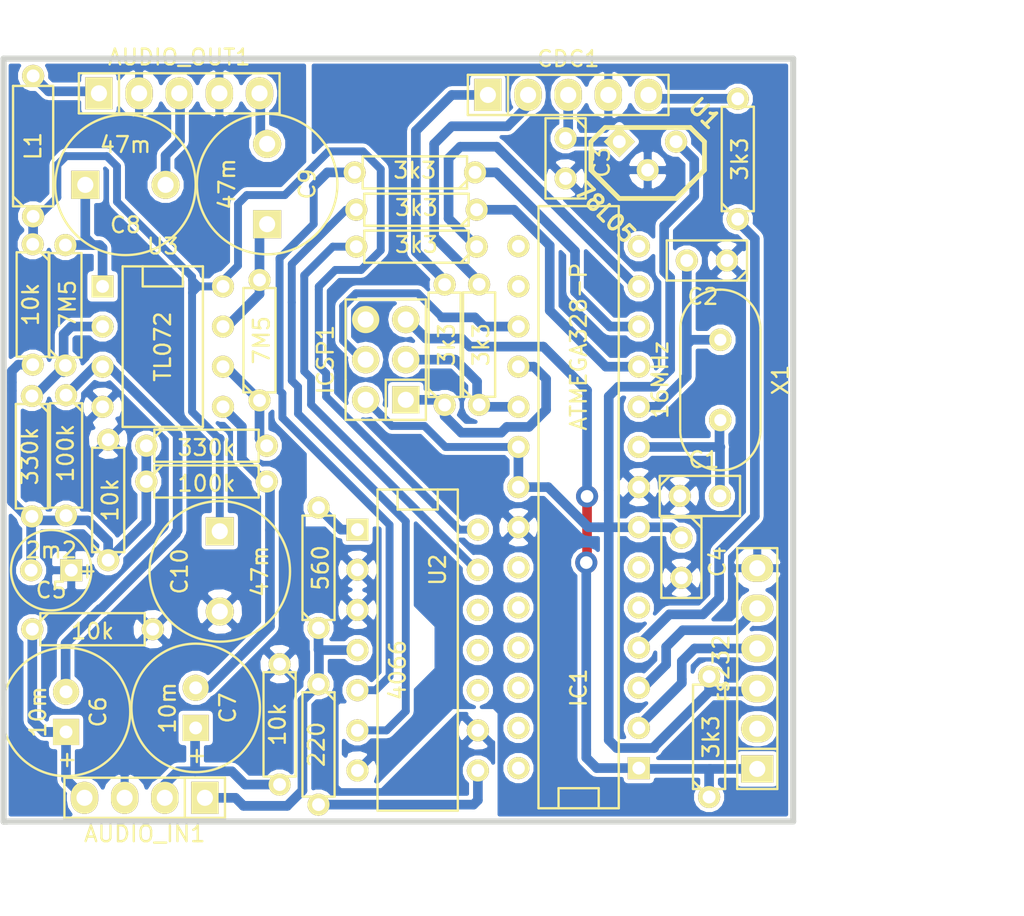
<source format=kicad_pcb>
(kicad_pcb (version 4) (host pcbnew 0.201603210401+6634~43~ubuntu14.04.1-product)

  (general
    (links 88)
    (no_connects 0)
    (area 198.551799 59.207399 248.894601 107.873801)
    (thickness 1.6002)
    (drawings 11)
    (tracks 356)
    (zones 0)
    (modules 40)
    (nets 39)
  )

  (page A4)
  (title_block
    (date "13 mar 2014")
  )

  (layers
    (0 Front signal)
    (31 Back signal)
    (32 B.Adhes user)
    (33 F.Adhes user)
    (34 B.Paste user)
    (35 F.Paste user)
    (36 B.SilkS user)
    (37 F.SilkS user)
    (38 B.Mask user)
    (39 F.Mask user)
    (40 Dwgs.User user)
    (41 Cmts.User user)
    (42 Eco1.User user)
    (43 Eco2.User user)
    (44 Edge.Cuts user)
  )

  (setup
    (last_trace_width 0.5)
    (trace_clearance 0.254)
    (zone_clearance 0.128)
    (zone_45_only yes)
    (trace_min 0.2032)
    (segment_width 0.381)
    (edge_width 0.381)
    (via_size 1.4)
    (via_drill 0.8)
    (via_min_size 0.889)
    (via_min_drill 0.508)
    (uvia_size 1.4)
    (uvia_drill 0.8)
    (uvias_allowed no)
    (uvia_min_size 0.508)
    (uvia_min_drill 0.127)
    (pcb_text_width 0.3048)
    (pcb_text_size 1.524 2.032)
    (mod_edge_width 0.381)
    (mod_text_size 1.524 1.524)
    (mod_text_width 0.3048)
    (pad_size 1.7272 1.7272)
    (pad_drill 1.016)
    (pad_to_mask_clearance 0.254)
    (aux_axis_origin 0 0)
    (grid_origin 223.1644 96.6978)
    (visible_elements FFFFFF7F)
    (pcbplotparams
      (layerselection 0x00030_80000001)
      (usegerberextensions false)
      (excludeedgelayer true)
      (linewidth 0.150000)
      (plotframeref false)
      (viasonmask false)
      (mode 1)
      (useauxorigin false)
      (hpglpennumber 1)
      (hpglpenspeed 20)
      (hpglpendiameter 15)
      (psnegative false)
      (psa4output false)
      (plotreference true)
      (plotvalue true)
      (plotinvisibletext false)
      (padsonsilk false)
      (subtractmaskfromsilk false)
      (outputformat 4)
      (mirror false)
      (drillshape 2)
      (scaleselection 1)
      (outputdirectory /home/nail/tmp/plot/))
  )

  (net 0 "")
  (net 1 +12V)
  (net 2 +5V)
  (net 3 +BATT)
  (net 4 /Clock)
  (net 5 /DataIn)
  (net 6 /DataOut)
  (net 7 /MIC+)
  (net 8 /NEXT)
  (net 9 /PLAY)
  (net 10 /PREV)
  (net 11 GND)
  (net 12 GNDA)
  (net 13 "/LEFT IN")
  (net 14 "/RIGHT IN")
  (net 15 "/RIGHT OUT")
  (net 16 "/LEFT OUT")
  (net 17 "Net-(C1-Pad2)")
  (net 18 "Net-(C2-Pad2)")
  (net 19 "Net-(C5-Pad2)")
  (net 20 "Net-(C6-Pad2)")
  (net 21 "Net-(C7-Pad2)")
  (net 22 "Net-(C8-Pad1)")
  (net 23 "Net-(C9-Pad1)")
  (net 24 /TX)
  (net 25 /RX)
  (net 26 "Net-(IC1-Pad4)")
  (net 27 "Net-(IC1-Pad11)")
  (net 28 "Net-(IC1-Pad12)")
  (net 29 /RESET)
  (net 30 /SCK)
  (net 31 /MOSI)
  (net 32 /MISO)
  (net 33 "Net-(R5-Pad2)")
  (net 34 "Net-(R6-Pad2)")
  (net 35 "Net-(R16-Pad1)")
  (net 36 "Net-(R17-Pad2)")
  (net 37 "Net-(AUDIO_OUT1-Pad1)")
  (net 38 "Net-(IC1-Pad13)")

  (net_class Default "This is the default net class."
    (clearance 0.254)
    (trace_width 0.5)
    (via_dia 1.4)
    (via_drill 0.8)
    (uvia_dia 1.4)
    (uvia_drill 0.8)
    (add_net +12V)
    (add_net +5V)
    (add_net +BATT)
    (add_net /Clock)
    (add_net /DataIn)
    (add_net /DataOut)
    (add_net "/LEFT IN")
    (add_net "/LEFT OUT")
    (add_net /MIC+)
    (add_net /MISO)
    (add_net /MOSI)
    (add_net /NEXT)
    (add_net /PLAY)
    (add_net /PREV)
    (add_net /RESET)
    (add_net "/RIGHT IN")
    (add_net "/RIGHT OUT")
    (add_net /RX)
    (add_net /SCK)
    (add_net /TX)
    (add_net GND)
    (add_net GNDA)
    (add_net "Net-(AUDIO_OUT1-Pad1)")
    (add_net "Net-(C1-Pad2)")
    (add_net "Net-(C2-Pad2)")
    (add_net "Net-(C5-Pad2)")
    (add_net "Net-(C6-Pad2)")
    (add_net "Net-(C7-Pad2)")
    (add_net "Net-(C8-Pad1)")
    (add_net "Net-(C9-Pad1)")
    (add_net "Net-(IC1-Pad11)")
    (add_net "Net-(IC1-Pad12)")
    (add_net "Net-(IC1-Pad13)")
    (add_net "Net-(IC1-Pad4)")
    (add_net "Net-(R16-Pad1)")
    (add_net "Net-(R17-Pad2)")
    (add_net "Net-(R5-Pad2)")
    (add_net "Net-(R6-Pad2)")
  )

  (net_class tenke ""
    (clearance 0.254)
    (trace_width 0.4)
    (via_dia 1.4)
    (via_drill 0.8)
    (uvia_dia 1.4)
    (uvia_drill 0.8)
  )

  (module Pin_Headers:Pin_Header_Straight_2x03 (layer Front) (tedit 54EDFEF3) (tstamp 54E76DDD)
    (at 222.9231 78.4479 90)
    (descr "Through hole pin header")
    (tags "pin header")
    (path /54E6D455)
    (fp_text reference ICSP1 (at 0 -3.81 90) (layer F.SilkS)
      (effects (font (size 1 1) (thickness 0.15)))
    )
    (fp_text value CONN_02X03 (at 0 0 90) (layer F.SilkS) hide
      (effects (font (size 1 1) (thickness 0.15)))
    )
    (fp_line (start -3.81 0) (end -1.27 0) (layer F.SilkS) (width 0.15))
    (fp_line (start -1.27 0) (end -1.27 2.54) (layer F.SilkS) (width 0.15))
    (fp_line (start -3.81 2.54) (end 3.81 2.54) (layer F.SilkS) (width 0.15))
    (fp_line (start 3.81 2.54) (end 3.81 -2.54) (layer F.SilkS) (width 0.15))
    (fp_line (start 3.81 -2.54) (end -1.27 -2.54) (layer F.SilkS) (width 0.15))
    (fp_line (start -3.81 2.54) (end -3.81 0) (layer F.SilkS) (width 0.15))
    (fp_line (start -3.81 -2.54) (end -3.81 0) (layer F.SilkS) (width 0.15))
    (fp_line (start -1.27 -2.54) (end -3.81 -2.54) (layer F.SilkS) (width 0.15))
    (pad 1 thru_hole rect (at -2.54 1.27 90) (size 1.7272 1.7272) (drill 1.016) (layers *.Cu *.Mask F.SilkS)
      (net 32 /MISO))
    (pad 2 thru_hole oval (at -2.54 -1.27 90) (size 1.7272 1.7272) (drill 1.016) (layers *.Cu *.Mask F.SilkS)
      (net 2 +5V))
    (pad 3 thru_hole oval (at 0 1.27 90) (size 1.7272 1.7272) (drill 1.016) (layers *.Cu *.Mask F.SilkS)
      (net 30 /SCK))
    (pad 4 thru_hole oval (at 0 -1.27 90) (size 1.7272 1.7272) (drill 1.016) (layers *.Cu *.Mask F.SilkS)
      (net 31 /MOSI))
    (pad 5 thru_hole oval (at 2.54 1.27 90) (size 1.7272 1.7272) (drill 1.016) (layers *.Cu *.Mask F.SilkS)
      (net 29 /RESET))
    (pad 6 thru_hole oval (at 2.54 -1.27 90) (size 1.7272 1.7272) (drill 1.016) (layers *.Cu *.Mask F.SilkS)
      (net 11 GND) (zone_connect 2))
    (model Pin_Headers/Pin_Header_Straight_2x03.wrl
      (at (xyz 0 0 0))
      (scale (xyz 1 1 1))
      (rotate (xyz 0 0 0))
    )
  )

  (module Pin_Headers:Pin_Header_Straight_1x04 (layer Front) (tedit 54E76B09) (tstamp 54E76D2B)
    (at 207.6704 106.172 180)
    (descr "Through hole pin header")
    (tags "pin header")
    (path /532084FA)
    (fp_text reference AUDIO_IN1 (at 0 -2.286 180) (layer F.SilkS)
      (effects (font (size 1 1) (thickness 0.15)))
    )
    (fp_text value CONN_4 (at 0 0 180) (layer F.SilkS) hide
      (effects (font (size 1 1) (thickness 0.15)))
    )
    (fp_line (start -2.54 1.27) (end 5.08 1.27) (layer F.SilkS) (width 0.15))
    (fp_line (start -2.54 -1.27) (end 5.08 -1.27) (layer F.SilkS) (width 0.15))
    (fp_line (start -5.08 -1.27) (end -2.54 -1.27) (layer F.SilkS) (width 0.15))
    (fp_line (start 5.08 1.27) (end 5.08 -1.27) (layer F.SilkS) (width 0.15))
    (fp_line (start -2.54 -1.27) (end -2.54 1.27) (layer F.SilkS) (width 0.15))
    (fp_line (start -5.08 -1.27) (end -5.08 1.27) (layer F.SilkS) (width 0.15))
    (fp_line (start -5.08 1.27) (end -2.54 1.27) (layer F.SilkS) (width 0.15))
    (pad 1 thru_hole rect (at -3.81 0 180) (size 1.7272 2.032) (drill 1.016) (layers *.Cu *.Mask F.SilkS)
      (net 7 /MIC+))
    (pad 2 thru_hole oval (at -1.27 0 180) (size 1.7272 2.032) (drill 1.016) (layers *.Cu *.Mask F.SilkS)
      (net 13 "/LEFT IN"))
    (pad 3 thru_hole oval (at 1.27 0 180) (size 1.7272 2.032) (drill 1.016) (layers *.Cu *.Mask F.SilkS)
      (net 12 GNDA))
    (pad 4 thru_hole oval (at 3.81 0 180) (size 1.7272 2.032) (drill 1.016) (layers *.Cu *.Mask F.SilkS)
      (net 14 "/RIGHT IN"))
    (model Pin_Headers/Pin_Header_Straight_1x04.wrl
      (at (xyz 0 0 0))
      (scale (xyz 1 1 1))
      (rotate (xyz 0 0 0))
    )
  )

  (module Pin_Headers:Pin_Header_Straight_1x05 (layer Front) (tedit 54E76B09) (tstamp 54E76D39)
    (at 209.8548 61.595)
    (descr "Through hole pin header")
    (tags "pin header")
    (path /53219F99)
    (fp_text reference AUDIO_OUT1 (at 0 -2.286) (layer F.SilkS)
      (effects (font (size 1 1) (thickness 0.15)))
    )
    (fp_text value CONN_5 (at 0 0) (layer F.SilkS) hide
      (effects (font (size 1 1) (thickness 0.15)))
    )
    (fp_line (start -3.81 -1.27) (end 6.35 -1.27) (layer F.SilkS) (width 0.15))
    (fp_line (start 6.35 -1.27) (end 6.35 1.27) (layer F.SilkS) (width 0.15))
    (fp_line (start 6.35 1.27) (end -3.81 1.27) (layer F.SilkS) (width 0.15))
    (fp_line (start -6.35 -1.27) (end -3.81 -1.27) (layer F.SilkS) (width 0.15))
    (fp_line (start -3.81 -1.27) (end -3.81 1.27) (layer F.SilkS) (width 0.15))
    (fp_line (start -6.35 -1.27) (end -6.35 1.27) (layer F.SilkS) (width 0.15))
    (fp_line (start -6.35 1.27) (end -3.81 1.27) (layer F.SilkS) (width 0.15))
    (pad 1 thru_hole rect (at -5.08 0) (size 1.7272 2.032) (drill 1.016) (layers *.Cu *.Mask F.SilkS)
      (net 37 "Net-(AUDIO_OUT1-Pad1)"))
    (pad 2 thru_hole oval (at -2.54 0) (size 1.7272 2.032) (drill 1.016) (layers *.Cu *.Mask F.SilkS)
      (net 12 GNDA))
    (pad 3 thru_hole oval (at 0 0) (size 1.7272 2.032) (drill 1.016) (layers *.Cu *.Mask F.SilkS)
      (net 15 "/RIGHT OUT"))
    (pad 4 thru_hole oval (at 2.54 0) (size 1.7272 2.032) (drill 1.016) (layers *.Cu *.Mask F.SilkS)
      (net 12 GNDA))
    (pad 5 thru_hole oval (at 5.08 0) (size 1.7272 2.032) (drill 1.016) (layers *.Cu *.Mask F.SilkS)
      (net 16 "/LEFT OUT"))
    (model Pin_Headers/Pin_Header_Straight_1x05.wrl
      (at (xyz 0 0 0))
      (scale (xyz 1 1 1))
      (rotate (xyz 0 0 0))
    )
  )

  (module Discret:C1 (layer Front) (tedit 54E76B09) (tstamp 54E76D48)
    (at 242.7986 87.0712)
    (descr "Condensateur e = 1 pas")
    (tags C)
    (path /530C7703)
    (fp_text reference C1 (at 0.254 -2.286) (layer F.SilkS)
      (effects (font (size 1 1) (thickness 0.15)))
    )
    (fp_text value 22p (at 0 -2.286) (layer F.SilkS) hide
      (effects (font (size 1 1) (thickness 0.15)))
    )
    (fp_line (start -2.4892 -1.27) (end 2.54 -1.27) (layer F.SilkS) (width 0.15))
    (fp_line (start 2.54 -1.27) (end 2.54 1.27) (layer F.SilkS) (width 0.15))
    (fp_line (start 2.54 1.27) (end -2.54 1.27) (layer F.SilkS) (width 0.15))
    (fp_line (start -2.54 1.27) (end -2.54 -1.27) (layer F.SilkS) (width 0.15))
    (fp_line (start -2.54 -0.635) (end -1.905 -1.27) (layer F.SilkS) (width 0.15))
    (pad 1 thru_hole circle (at -1.27 0) (size 1.397 1.397) (drill 0.8128) (layers *.Cu *.Mask F.SilkS)
      (net 11 GND))
    (pad 2 thru_hole circle (at 1.27 0) (size 1.397 1.397) (drill 0.8128) (layers *.Cu *.Mask F.SilkS)
      (net 17 "Net-(C1-Pad2)"))
    (model Discret/C1.wrl
      (at (xyz 0 0 0))
      (scale (xyz 1 1 1))
      (rotate (xyz 0 0 0))
    )
  )

  (module Discret:C1 (layer Front) (tedit 54E76B09) (tstamp 54E76D52)
    (at 243.2431 72.1741 180)
    (descr "Condensateur e = 1 pas")
    (tags C)
    (path /530C7707)
    (fp_text reference C2 (at 0.254 -2.286 180) (layer F.SilkS)
      (effects (font (size 1 1) (thickness 0.15)))
    )
    (fp_text value 22p (at 0 -2.286 180) (layer F.SilkS) hide
      (effects (font (size 1 1) (thickness 0.15)))
    )
    (fp_line (start -2.4892 -1.27) (end 2.54 -1.27) (layer F.SilkS) (width 0.15))
    (fp_line (start 2.54 -1.27) (end 2.54 1.27) (layer F.SilkS) (width 0.15))
    (fp_line (start 2.54 1.27) (end -2.54 1.27) (layer F.SilkS) (width 0.15))
    (fp_line (start -2.54 1.27) (end -2.54 -1.27) (layer F.SilkS) (width 0.15))
    (fp_line (start -2.54 -0.635) (end -1.905 -1.27) (layer F.SilkS) (width 0.15))
    (pad 1 thru_hole circle (at -1.27 0 180) (size 1.397 1.397) (drill 0.8128) (layers *.Cu *.Mask F.SilkS)
      (net 11 GND))
    (pad 2 thru_hole circle (at 1.27 0 180) (size 1.397 1.397) (drill 0.8128) (layers *.Cu *.Mask F.SilkS)
      (net 18 "Net-(C2-Pad2)"))
    (model Discret/C1.wrl
      (at (xyz 0 0 0))
      (scale (xyz 1 1 1))
      (rotate (xyz 0 0 0))
    )
  )

  (module Discret:C1 (layer Front) (tedit 54E76B09) (tstamp 54E76D5C)
    (at 234.3023 65.7098 270)
    (descr "Condensateur e = 1 pas")
    (tags C)
    (path /530C7FD9)
    (fp_text reference C3 (at 0.254 -2.286 270) (layer F.SilkS)
      (effects (font (size 1 1) (thickness 0.15)))
    )
    (fp_text value 100n (at 0 -2.286 270) (layer F.SilkS) hide
      (effects (font (size 1 1) (thickness 0.15)))
    )
    (fp_line (start -2.4892 -1.27) (end 2.54 -1.27) (layer F.SilkS) (width 0.15))
    (fp_line (start 2.54 -1.27) (end 2.54 1.27) (layer F.SilkS) (width 0.15))
    (fp_line (start 2.54 1.27) (end -2.54 1.27) (layer F.SilkS) (width 0.15))
    (fp_line (start -2.54 1.27) (end -2.54 -1.27) (layer F.SilkS) (width 0.15))
    (fp_line (start -2.54 -0.635) (end -1.905 -1.27) (layer F.SilkS) (width 0.15))
    (pad 1 thru_hole circle (at -1.27 0 270) (size 1.397 1.397) (drill 0.8128) (layers *.Cu *.Mask F.SilkS)
      (net 1 +12V))
    (pad 2 thru_hole circle (at 1.27 0 270) (size 1.397 1.397) (drill 0.8128) (layers *.Cu *.Mask F.SilkS)
      (net 11 GND))
    (model Discret/C1.wrl
      (at (xyz 0 0 0))
      (scale (xyz 1 1 1))
      (rotate (xyz 0 0 0))
    )
  )

  (module Discret:C1 (layer Front) (tedit 54E76B09) (tstamp 54E76D66)
    (at 241.6302 90.9828 270)
    (descr "Condensateur e = 1 pas")
    (tags C)
    (path /530C7FE2)
    (fp_text reference C4 (at 0.254 -2.286 270) (layer F.SilkS)
      (effects (font (size 1 1) (thickness 0.15)))
    )
    (fp_text value 100n (at 0 -2.286 270) (layer F.SilkS) hide
      (effects (font (size 1 1) (thickness 0.15)))
    )
    (fp_line (start -2.4892 -1.27) (end 2.54 -1.27) (layer F.SilkS) (width 0.15))
    (fp_line (start 2.54 -1.27) (end 2.54 1.27) (layer F.SilkS) (width 0.15))
    (fp_line (start 2.54 1.27) (end -2.54 1.27) (layer F.SilkS) (width 0.15))
    (fp_line (start -2.54 1.27) (end -2.54 -1.27) (layer F.SilkS) (width 0.15))
    (fp_line (start -2.54 -0.635) (end -1.905 -1.27) (layer F.SilkS) (width 0.15))
    (pad 1 thru_hole circle (at -1.27 0 270) (size 1.397 1.397) (drill 0.8128) (layers *.Cu *.Mask F.SilkS)
      (net 2 +5V))
    (pad 2 thru_hole circle (at 1.27 0 270) (size 1.397 1.397) (drill 0.8128) (layers *.Cu *.Mask F.SilkS)
      (net 11 GND))
    (model Discret/C1.wrl
      (at (xyz 0 0 0))
      (scale (xyz 1 1 1))
      (rotate (xyz 0 0 0))
    )
  )

  (module Discret:C1V5 (layer Front) (tedit 54E76B09) (tstamp 54EF4B1F)
    (at 201.7522 91.7702 180)
    (descr "Condensateur e = 1 pas")
    (tags C)
    (path /53219EF9)
    (fp_text reference C5 (at 0 -1.26746 180) (layer F.SilkS)
      (effects (font (size 1 1) (thickness 0.15)))
    )
    (fp_text value 2m2 (at 0 1.27 180) (layer F.SilkS)
      (effects (font (size 1 1) (thickness 0.15)))
    )
    (fp_text user + (at -2.286 0 180) (layer F.SilkS)
      (effects (font (size 1 1) (thickness 0.15)))
    )
    (fp_circle (center 0 0) (end 0.127 -2.54) (layer F.SilkS) (width 0.15))
    (pad 1 thru_hole rect (at -1.27 0 180) (size 1.397 1.397) (drill 0.8128) (layers *.Cu *.Mask F.SilkS)
      (net 12 GNDA))
    (pad 2 thru_hole circle (at 1.27 0 180) (size 1.397 1.397) (drill 0.8128) (layers *.Cu *.Mask F.SilkS)
      (net 19 "Net-(C5-Pad2)"))
    (model Discret/C1V5.wrl
      (at (xyz 0 0 0))
      (scale (xyz 1 1 1))
      (rotate (xyz 0 0 0))
    )
  )

  (module Discret:C1V8 (layer Front) (tedit 54E76B09) (tstamp 54EF4B55)
    (at 202.692 100.7364 90)
    (path /53219B8A)
    (fp_text reference C6 (at 0 2.032 90) (layer F.SilkS)
      (effects (font (size 1 1) (thickness 0.15)))
    )
    (fp_text value 10m (at 0 -1.77546 90) (layer F.SilkS)
      (effects (font (size 1 1) (thickness 0.15)))
    )
    (fp_text user + (at -3.04546 0 90) (layer F.SilkS)
      (effects (font (size 1 1) (thickness 0.15)))
    )
    (fp_circle (center 0 0) (end 4.064 0) (layer F.SilkS) (width 0.15))
    (pad 1 thru_hole rect (at -1.27 0 90) (size 1.651 1.651) (drill 0.8128) (layers *.Cu *.Mask F.SilkS)
      (net 14 "/RIGHT IN"))
    (pad 2 thru_hole circle (at 1.27 0 90) (size 1.651 1.651) (drill 0.8128) (layers *.Cu *.Mask F.SilkS)
      (net 20 "Net-(C6-Pad2)"))
    (model Discret/C1V8.wrl
      (at (xyz 0 0 0))
      (scale (xyz 1 1 1))
      (rotate (xyz 0 0 0))
    )
  )

  (module Discret:C1V8 (layer Front) (tedit 54E76B09) (tstamp 54E76D7E)
    (at 210.8962 100.4824 90)
    (path /53219B9A)
    (fp_text reference C7 (at 0 2.032 90) (layer F.SilkS)
      (effects (font (size 1 1) (thickness 0.15)))
    )
    (fp_text value 10m (at 0 -1.77546 90) (layer F.SilkS)
      (effects (font (size 1 1) (thickness 0.15)))
    )
    (fp_text user + (at -3.04546 0 90) (layer F.SilkS)
      (effects (font (size 1 1) (thickness 0.15)))
    )
    (fp_circle (center 0 0) (end 4.064 0) (layer F.SilkS) (width 0.15))
    (pad 1 thru_hole rect (at -1.27 0 90) (size 1.651 1.651) (drill 0.8128) (layers *.Cu *.Mask F.SilkS)
      (net 13 "/LEFT IN"))
    (pad 2 thru_hole circle (at 1.27 0 90) (size 1.651 1.651) (drill 0.8128) (layers *.Cu *.Mask F.SilkS)
      (net 21 "Net-(C7-Pad2)"))
    (model Discret/C1V8.wrl
      (at (xyz 0 0 0))
      (scale (xyz 1 1 1))
      (rotate (xyz 0 0 0))
    )
  )

  (module Discret:C2V8 (layer Front) (tedit 54E76B09) (tstamp 54EF5364)
    (at 206.4512 67.3862)
    (descr "Condensateur polarise")
    (tags CP)
    (path /53219EC3)
    (fp_text reference C8 (at 0 2.54) (layer F.SilkS)
      (effects (font (size 1 1) (thickness 0.15)))
    )
    (fp_text value 47m (at 0 -2.54) (layer F.SilkS)
      (effects (font (size 1 1) (thickness 0.15)))
    )
    (fp_circle (center 0 0) (end -4.445 0) (layer F.SilkS) (width 0.15))
    (pad 1 thru_hole rect (at -2.54 0) (size 1.778 1.778) (drill 1.016) (layers *.Cu *.Mask F.SilkS)
      (net 22 "Net-(C8-Pad1)"))
    (pad 2 thru_hole circle (at 2.54 0) (size 1.778 1.778) (drill 1.016) (layers *.Cu *.Mask F.SilkS)
      (net 15 "/RIGHT OUT"))
    (model Discret/C2V8.wrl
      (at (xyz 0 0 0))
      (scale (xyz 1 1 1))
      (rotate (xyz 0 0 0))
    )
  )

  (module Discret:C2V8 (layer Front) (tedit 54E76B09) (tstamp 54E76D8B)
    (at 215.4174 67.3354 90)
    (descr "Condensateur polarise")
    (tags CP)
    (path /53219ED0)
    (fp_text reference C9 (at 0 2.54 90) (layer F.SilkS)
      (effects (font (size 1 1) (thickness 0.15)))
    )
    (fp_text value 47m (at 0 -2.54 90) (layer F.SilkS)
      (effects (font (size 1 1) (thickness 0.15)))
    )
    (fp_circle (center 0 0) (end -4.445 0) (layer F.SilkS) (width 0.15))
    (pad 1 thru_hole rect (at -2.54 0 90) (size 1.778 1.778) (drill 1.016) (layers *.Cu *.Mask F.SilkS)
      (net 23 "Net-(C9-Pad1)"))
    (pad 2 thru_hole circle (at 2.54 0 90) (size 1.778 1.778) (drill 1.016) (layers *.Cu *.Mask F.SilkS)
      (net 16 "/LEFT OUT"))
    (model Discret/C2V8.wrl
      (at (xyz 0 0 0))
      (scale (xyz 1 1 1))
      (rotate (xyz 0 0 0))
    )
  )

  (module Discret:C2V8 (layer Front) (tedit 54E76B09) (tstamp 54E76D91)
    (at 212.4202 91.8464 270)
    (descr "Condensateur polarise")
    (tags CP)
    (path /5321A235)
    (fp_text reference C10 (at 0 2.54 270) (layer F.SilkS)
      (effects (font (size 1 1) (thickness 0.15)))
    )
    (fp_text value 47m (at 0 -2.54 270) (layer F.SilkS)
      (effects (font (size 1 1) (thickness 0.15)))
    )
    (fp_circle (center 0 0) (end -4.445 0) (layer F.SilkS) (width 0.15))
    (pad 1 thru_hole rect (at -2.54 0 270) (size 1.778 1.778) (drill 1.016) (layers *.Cu *.Mask F.SilkS)
      (net 3 +BATT))
    (pad 2 thru_hole circle (at 2.54 0 270) (size 1.778 1.778) (drill 1.016) (layers *.Cu *.Mask F.SilkS)
      (net 12 GNDA))
    (model Discret/C2V8.wrl
      (at (xyz 0 0 0))
      (scale (xyz 1 1 1))
      (rotate (xyz 0 0 0))
    )
  )

  (module Pin_Headers:Pin_Header_Straight_1x05 (layer Front) (tedit 54E76B09) (tstamp 54E76D97)
    (at 234.4674 61.6966)
    (descr "Through hole pin header")
    (tags "pin header")
    (path /530C9435)
    (fp_text reference CDC1 (at 0 -2.286) (layer F.SilkS)
      (effects (font (size 1 1) (thickness 0.15)))
    )
    (fp_text value CONN_5 (at 0 0) (layer F.SilkS) hide
      (effects (font (size 1 1) (thickness 0.15)))
    )
    (fp_line (start -3.81 -1.27) (end 6.35 -1.27) (layer F.SilkS) (width 0.15))
    (fp_line (start 6.35 -1.27) (end 6.35 1.27) (layer F.SilkS) (width 0.15))
    (fp_line (start 6.35 1.27) (end -3.81 1.27) (layer F.SilkS) (width 0.15))
    (fp_line (start -6.35 -1.27) (end -3.81 -1.27) (layer F.SilkS) (width 0.15))
    (fp_line (start -3.81 -1.27) (end -3.81 1.27) (layer F.SilkS) (width 0.15))
    (fp_line (start -6.35 -1.27) (end -6.35 1.27) (layer F.SilkS) (width 0.15))
    (fp_line (start -6.35 1.27) (end -3.81 1.27) (layer F.SilkS) (width 0.15))
    (pad 1 thru_hole rect (at -5.08 0) (size 1.7272 2.032) (drill 1.016) (layers *.Cu *.Mask F.SilkS)
      (net 5 /DataIn))
    (pad 2 thru_hole oval (at -2.54 0) (size 1.7272 2.032) (drill 1.016) (layers *.Cu *.Mask F.SilkS)
      (net 4 /Clock))
    (pad 3 thru_hole oval (at 0 0) (size 1.7272 2.032) (drill 1.016) (layers *.Cu *.Mask F.SilkS)
      (net 1 +12V))
    (pad 4 thru_hole oval (at 2.54 0) (size 1.7272 2.032) (drill 1.016) (layers *.Cu *.Mask F.SilkS)
      (net 11 GND))
    (pad 5 thru_hole oval (at 5.08 0) (size 1.7272 2.032) (drill 1.016) (layers *.Cu *.Mask F.SilkS)
      (net 6 /DataOut))
    (model Pin_Headers/Pin_Header_Straight_1x05.wrl
      (at (xyz 0 0 0))
      (scale (xyz 1 1 1))
      (rotate (xyz 0 0 0))
    )
  )

  (module Sockets_DIP:DIP-28__300 (layer Front) (tedit 54E76B09) (tstamp 54E76DA6)
    (at 235.1278 87.7824 90)
    (descr "28 pins DIL package, round pads, width 300mil")
    (tags DIL)
    (path /5320722B)
    (fp_text reference IC1 (at -11.43 0 90) (layer F.SilkS)
      (effects (font (size 1 1) (thickness 0.15)))
    )
    (fp_text value ATMEGA328-P (at 10.16 0 90) (layer F.SilkS)
      (effects (font (size 1 1) (thickness 0.15)))
    )
    (fp_line (start -19.05 -2.54) (end 19.05 -2.54) (layer F.SilkS) (width 0.15))
    (fp_line (start 19.05 -2.54) (end 19.05 2.54) (layer F.SilkS) (width 0.15))
    (fp_line (start 19.05 2.54) (end -19.05 2.54) (layer F.SilkS) (width 0.15))
    (fp_line (start -19.05 2.54) (end -19.05 -2.54) (layer F.SilkS) (width 0.15))
    (fp_line (start -19.05 -1.27) (end -17.78 -1.27) (layer F.SilkS) (width 0.15))
    (fp_line (start -17.78 -1.27) (end -17.78 1.27) (layer F.SilkS) (width 0.15))
    (fp_line (start -17.78 1.27) (end -19.05 1.27) (layer F.SilkS) (width 0.15))
    (pad 2 thru_hole circle (at -13.97 3.81 90) (size 1.397 1.397) (drill 0.8128) (layers *.Cu *.Mask F.SilkS)
      (net 24 /TX))
    (pad 3 thru_hole circle (at -11.43 3.81 90) (size 1.397 1.397) (drill 0.8128) (layers *.Cu *.Mask F.SilkS)
      (net 25 /RX))
    (pad 4 thru_hole circle (at -8.89 3.81 90) (size 1.397 1.397) (drill 0.8128) (layers *.Cu *.Mask F.SilkS)
      (net 26 "Net-(IC1-Pad4)"))
    (pad 5 thru_hole circle (at -6.35 3.81 90) (size 1.397 1.397) (drill 0.8128) (layers *.Cu *.Mask F.SilkS))
    (pad 6 thru_hole circle (at -3.81 3.81 90) (size 1.397 1.397) (drill 0.8128) (layers *.Cu *.Mask F.SilkS))
    (pad 7 thru_hole circle (at -1.27 3.81 90) (size 1.397 1.397) (drill 0.8128) (layers *.Cu *.Mask F.SilkS)
      (net 2 +5V))
    (pad 8 thru_hole circle (at 1.27 3.81 90) (size 1.397 1.397) (drill 0.8128) (layers *.Cu *.Mask F.SilkS)
      (net 11 GND))
    (pad 9 thru_hole circle (at 3.81 3.81 90) (size 1.397 1.397) (drill 0.8128) (layers *.Cu *.Mask F.SilkS)
      (net 17 "Net-(C1-Pad2)"))
    (pad 10 thru_hole circle (at 6.35 3.81 90) (size 1.397 1.397) (drill 0.8128) (layers *.Cu *.Mask F.SilkS)
      (net 18 "Net-(C2-Pad2)"))
    (pad 11 thru_hole circle (at 8.89 3.81 90) (size 1.397 1.397) (drill 0.8128) (layers *.Cu *.Mask F.SilkS)
      (net 27 "Net-(IC1-Pad11)"))
    (pad 12 thru_hole circle (at 11.43 3.81 90) (size 1.397 1.397) (drill 0.8128) (layers *.Cu *.Mask F.SilkS)
      (net 28 "Net-(IC1-Pad12)"))
    (pad 13 thru_hole circle (at 13.97 3.81 90) (size 1.397 1.397) (drill 0.8128) (layers *.Cu *.Mask F.SilkS)
      (net 38 "Net-(IC1-Pad13)"))
    (pad 14 thru_hole circle (at 16.51 3.81 90) (size 1.397 1.397) (drill 0.8128) (layers *.Cu *.Mask F.SilkS))
    (pad 1 thru_hole rect (at -16.51 3.81 90) (size 1.397 1.397) (drill 0.8128) (layers *.Cu *.Mask F.SilkS)
      (net 29 /RESET))
    (pad 15 thru_hole circle (at 16.51 -3.81 90) (size 1.397 1.397) (drill 0.8128) (layers *.Cu *.Mask F.SilkS))
    (pad 16 thru_hole circle (at 13.97 -3.81 90) (size 1.397 1.397) (drill 0.8128) (layers *.Cu *.Mask F.SilkS))
    (pad 17 thru_hole circle (at 11.43 -3.81 90) (size 1.397 1.397) (drill 0.8128) (layers *.Cu *.Mask F.SilkS)
      (net 31 /MOSI))
    (pad 18 thru_hole circle (at 8.89 -3.81 90) (size 1.397 1.397) (drill 0.8128) (layers *.Cu *.Mask F.SilkS)
      (net 32 /MISO))
    (pad 19 thru_hole circle (at 6.35 -3.81 90) (size 1.397 1.397) (drill 0.8128) (layers *.Cu *.Mask F.SilkS)
      (net 30 /SCK))
    (pad 20 thru_hole circle (at 3.81 -3.81 90) (size 1.397 1.397) (drill 0.8128) (layers *.Cu *.Mask F.SilkS)
      (net 2 +5V))
    (pad 21 thru_hole circle (at 1.27 -3.81 90) (size 1.397 1.397) (drill 0.8128) (layers *.Cu *.Mask F.SilkS)
      (net 2 +5V))
    (pad 22 thru_hole circle (at -1.27 -3.81 90) (size 1.397 1.397) (drill 0.8128) (layers *.Cu *.Mask F.SilkS)
      (net 11 GND))
    (pad 23 thru_hole circle (at -3.81 -3.81 90) (size 1.397 1.397) (drill 0.8128) (layers *.Cu *.Mask F.SilkS))
    (pad 24 thru_hole circle (at -6.35 -3.81 90) (size 1.397 1.397) (drill 0.8128) (layers *.Cu *.Mask F.SilkS))
    (pad 25 thru_hole circle (at -8.89 -3.81 90) (size 1.397 1.397) (drill 0.8128) (layers *.Cu *.Mask F.SilkS))
    (pad 26 thru_hole circle (at -11.43 -3.81 90) (size 1.397 1.397) (drill 0.8128) (layers *.Cu *.Mask F.SilkS))
    (pad 27 thru_hole circle (at -13.97 -3.81 90) (size 1.397 1.397) (drill 0.8128) (layers *.Cu *.Mask F.SilkS))
    (pad 28 thru_hole circle (at -16.51 -3.81 90) (size 1.397 1.397) (drill 0.8128) (layers *.Cu *.Mask F.SilkS))
    (model Sockets_DIP/DIP-28__300.wrl
      (at (xyz 0 0 0))
      (scale (xyz 1 1 1))
      (rotate (xyz 0 0 0))
    )
  )

  (module Discret:R3-5 (layer Front) (tedit 54E76B09) (tstamp 54EF4AA9)
    (at 200.6092 64.9351 90)
    (path /5321A218)
    (fp_text reference L1 (at 0 0 90) (layer F.SilkS)
      (effects (font (size 1 1) (thickness 0.15)))
    )
    (fp_text value 330u (at 0 0 90) (layer F.SilkS) hide
      (effects (font (size 1 1) (thickness 0.15)))
    )
    (fp_line (start -3.81 -0.635) (end -3.81 1.27) (layer F.SilkS) (width 0.15))
    (fp_line (start -3.81 1.27) (end 3.81 1.27) (layer F.SilkS) (width 0.15))
    (fp_line (start 3.81 1.27) (end 3.81 -1.27) (layer F.SilkS) (width 0.15))
    (fp_line (start 3.81 -1.27) (end -3.81 -1.27) (layer F.SilkS) (width 0.15))
    (fp_line (start -3.81 -1.27) (end -3.81 -0.635) (layer F.SilkS) (width 0.15))
    (fp_line (start -4.445 0) (end -3.81 0) (layer F.SilkS) (width 0.15))
    (fp_line (start 3.81 0) (end 4.445 0) (layer F.SilkS) (width 0.15))
    (fp_line (start -3.81 -0.635) (end -3.175 -1.27) (layer F.SilkS) (width 0.15))
    (pad 1 thru_hole circle (at -4.445 0 90) (size 1.397 1.397) (drill 0.8128) (layers *.Cu *.Mask F.SilkS)
      (net 3 +BATT))
    (pad 2 thru_hole circle (at 4.445 0 90) (size 1.397 1.397) (drill 0.8128) (layers *.Cu *.Mask F.SilkS)
      (net 37 "Net-(AUDIO_OUT1-Pad1)"))
    (model Discret/R3-5.wrl
      (at (xyz 0 0 0))
      (scale (xyz 0.35 0.35 0.3))
      (rotate (xyz 0 0 0))
    )
  )

  (module Discret:R3 (layer Front) (tedit 54E76B09) (tstamp 54E76DEB)
    (at 226.64928 77.50556 90)
    (descr "Resitance 3 pas")
    (tags R)
    (path /530C77F4)
    (autoplace_cost180 10)
    (fp_text reference R1 (at 0 0.127 90) (layer F.SilkS) hide
      (effects (font (size 1 1) (thickness 0.15)))
    )
    (fp_text value 3k3 (at 0 0.127 90) (layer F.SilkS)
      (effects (font (size 1 1) (thickness 0.15)))
    )
    (fp_line (start -3.81 0) (end -3.302 0) (layer F.SilkS) (width 0.15))
    (fp_line (start 3.81 0) (end 3.302 0) (layer F.SilkS) (width 0.15))
    (fp_line (start 3.302 0) (end 3.302 -1.016) (layer F.SilkS) (width 0.15))
    (fp_line (start 3.302 -1.016) (end -3.302 -1.016) (layer F.SilkS) (width 0.15))
    (fp_line (start -3.302 -1.016) (end -3.302 1.016) (layer F.SilkS) (width 0.15))
    (fp_line (start -3.302 1.016) (end 3.302 1.016) (layer F.SilkS) (width 0.15))
    (fp_line (start 3.302 1.016) (end 3.302 0) (layer F.SilkS) (width 0.15))
    (fp_line (start -3.302 -0.508) (end -2.794 -1.016) (layer F.SilkS) (width 0.15))
    (pad 1 thru_hole circle (at -3.81 0 90) (size 1.397 1.397) (drill 0.8128) (layers *.Cu *.Mask F.SilkS)
      (net 32 /MISO))
    (pad 2 thru_hole circle (at 3.81 0 90) (size 1.397 1.397) (drill 0.8128) (layers *.Cu *.Mask F.SilkS)
      (net 5 /DataIn))
    (model Discret/R3.wrl
      (at (xyz 0 0 0))
      (scale (xyz 0.3 0.3 0.3))
      (rotate (xyz 0 0 0))
    )
  )

  (module Discret:R3 (layer Front) (tedit 54E76B09) (tstamp 54E76DF8)
    (at 228.8286 77.4954 90)
    (descr "Resitance 3 pas")
    (tags R)
    (path /530C78F0)
    (autoplace_cost180 10)
    (fp_text reference R2 (at 0 0.127 90) (layer F.SilkS) hide
      (effects (font (size 1 1) (thickness 0.15)))
    )
    (fp_text value 3k3 (at 0 0.127 90) (layer F.SilkS)
      (effects (font (size 1 1) (thickness 0.15)))
    )
    (fp_line (start -3.81 0) (end -3.302 0) (layer F.SilkS) (width 0.15))
    (fp_line (start 3.81 0) (end 3.302 0) (layer F.SilkS) (width 0.15))
    (fp_line (start 3.302 0) (end 3.302 -1.016) (layer F.SilkS) (width 0.15))
    (fp_line (start 3.302 -1.016) (end -3.302 -1.016) (layer F.SilkS) (width 0.15))
    (fp_line (start -3.302 -1.016) (end -3.302 1.016) (layer F.SilkS) (width 0.15))
    (fp_line (start -3.302 1.016) (end 3.302 1.016) (layer F.SilkS) (width 0.15))
    (fp_line (start 3.302 1.016) (end 3.302 0) (layer F.SilkS) (width 0.15))
    (fp_line (start -3.302 -0.508) (end -2.794 -1.016) (layer F.SilkS) (width 0.15))
    (pad 1 thru_hole circle (at -3.81 0 90) (size 1.397 1.397) (drill 0.8128) (layers *.Cu *.Mask F.SilkS)
      (net 30 /SCK))
    (pad 2 thru_hole circle (at 3.81 0 90) (size 1.397 1.397) (drill 0.8128) (layers *.Cu *.Mask F.SilkS)
      (net 4 /Clock))
    (model Discret/R3.wrl
      (at (xyz 0 0 0))
      (scale (xyz 0.3 0.3 0.3))
      (rotate (xyz 0 0 0))
    )
  )

  (module Discret:R3 (layer Front) (tedit 54E76B09) (tstamp 54E76E05)
    (at 243.3828 102.3112 90)
    (descr "Resitance 3 pas")
    (tags R)
    (path /5320728C)
    (autoplace_cost180 10)
    (fp_text reference R3 (at 0 0.127 90) (layer F.SilkS) hide
      (effects (font (size 1 1) (thickness 0.15)))
    )
    (fp_text value 3k3 (at 0 0.127 90) (layer F.SilkS)
      (effects (font (size 1 1) (thickness 0.15)))
    )
    (fp_line (start -3.81 0) (end -3.302 0) (layer F.SilkS) (width 0.15))
    (fp_line (start 3.81 0) (end 3.302 0) (layer F.SilkS) (width 0.15))
    (fp_line (start 3.302 0) (end 3.302 -1.016) (layer F.SilkS) (width 0.15))
    (fp_line (start 3.302 -1.016) (end -3.302 -1.016) (layer F.SilkS) (width 0.15))
    (fp_line (start -3.302 -1.016) (end -3.302 1.016) (layer F.SilkS) (width 0.15))
    (fp_line (start -3.302 1.016) (end 3.302 1.016) (layer F.SilkS) (width 0.15))
    (fp_line (start 3.302 1.016) (end 3.302 0) (layer F.SilkS) (width 0.15))
    (fp_line (start -3.302 -0.508) (end -2.794 -1.016) (layer F.SilkS) (width 0.15))
    (pad 1 thru_hole circle (at -3.81 0 90) (size 1.397 1.397) (drill 0.8128) (layers *.Cu *.Mask F.SilkS)
      (net 29 /RESET))
    (pad 2 thru_hole circle (at 3.81 0 90) (size 1.397 1.397) (drill 0.8128) (layers *.Cu *.Mask F.SilkS)
      (net 2 +5V))
    (model Discret/R3.wrl
      (at (xyz 0 0 0))
      (scale (xyz 0.3 0.3 0.3))
      (rotate (xyz 0 0 0))
    )
  )

  (module Discret:R3 (layer Front) (tedit 54E76B09) (tstamp 54E76E12)
    (at 245.1989 65.7479 90)
    (descr "Resitance 3 pas")
    (tags R)
    (path /530C77E3)
    (autoplace_cost180 10)
    (fp_text reference R4 (at 0 0.127 90) (layer F.SilkS) hide
      (effects (font (size 1 1) (thickness 0.15)))
    )
    (fp_text value 3k3 (at 0 0.127 90) (layer F.SilkS)
      (effects (font (size 1 1) (thickness 0.15)))
    )
    (fp_line (start -3.81 0) (end -3.302 0) (layer F.SilkS) (width 0.15))
    (fp_line (start 3.81 0) (end 3.302 0) (layer F.SilkS) (width 0.15))
    (fp_line (start 3.302 0) (end 3.302 -1.016) (layer F.SilkS) (width 0.15))
    (fp_line (start 3.302 -1.016) (end -3.302 -1.016) (layer F.SilkS) (width 0.15))
    (fp_line (start -3.302 -1.016) (end -3.302 1.016) (layer F.SilkS) (width 0.15))
    (fp_line (start -3.302 1.016) (end 3.302 1.016) (layer F.SilkS) (width 0.15))
    (fp_line (start 3.302 1.016) (end 3.302 0) (layer F.SilkS) (width 0.15))
    (fp_line (start -3.302 -0.508) (end -2.794 -1.016) (layer F.SilkS) (width 0.15))
    (pad 1 thru_hole circle (at -3.81 0 90) (size 1.397 1.397) (drill 0.8128) (layers *.Cu *.Mask F.SilkS)
      (net 26 "Net-(IC1-Pad4)"))
    (pad 2 thru_hole circle (at 3.81 0 90) (size 1.397 1.397) (drill 0.8128) (layers *.Cu *.Mask F.SilkS)
      (net 6 /DataOut))
    (model Discret/R3.wrl
      (at (xyz 0 0 0))
      (scale (xyz 0.3 0.3 0.3))
      (rotate (xyz 0 0 0))
    )
  )

  (module Discret:R3 (layer Front) (tedit 54E76B09) (tstamp 54E76E39)
    (at 224.8662 71.2978 180)
    (descr "Resitance 3 pas")
    (tags R)
    (path /53208224)
    (autoplace_cost180 10)
    (fp_text reference R7 (at 0 0.127 180) (layer F.SilkS) hide
      (effects (font (size 1 1) (thickness 0.15)))
    )
    (fp_text value 3k3 (at 0 0.127 180) (layer F.SilkS)
      (effects (font (size 1 1) (thickness 0.15)))
    )
    (fp_line (start -3.81 0) (end -3.302 0) (layer F.SilkS) (width 0.15))
    (fp_line (start 3.81 0) (end 3.302 0) (layer F.SilkS) (width 0.15))
    (fp_line (start 3.302 0) (end 3.302 -1.016) (layer F.SilkS) (width 0.15))
    (fp_line (start 3.302 -1.016) (end -3.302 -1.016) (layer F.SilkS) (width 0.15))
    (fp_line (start -3.302 -1.016) (end -3.302 1.016) (layer F.SilkS) (width 0.15))
    (fp_line (start -3.302 1.016) (end 3.302 1.016) (layer F.SilkS) (width 0.15))
    (fp_line (start 3.302 1.016) (end 3.302 0) (layer F.SilkS) (width 0.15))
    (fp_line (start -3.302 -0.508) (end -2.794 -1.016) (layer F.SilkS) (width 0.15))
    (pad 1 thru_hole circle (at -3.81 0 180) (size 1.397 1.397) (drill 0.8128) (layers *.Cu *.Mask F.SilkS)
      (net 38 "Net-(IC1-Pad13)"))
    (pad 2 thru_hole circle (at 3.81 0 180) (size 1.397 1.397) (drill 0.8128) (layers *.Cu *.Mask F.SilkS)
      (net 10 /PREV))
    (model Discret/R3.wrl
      (at (xyz 0 0 0))
      (scale (xyz 0.3 0.3 0.3))
      (rotate (xyz 0 0 0))
    )
  )

  (module Discret:R3 (layer Front) (tedit 54E76B09) (tstamp 54E76E46)
    (at 224.7646 66.5988 180)
    (descr "Resitance 3 pas")
    (tags R)
    (path /53208228)
    (autoplace_cost180 10)
    (fp_text reference R8 (at 0 0.127 180) (layer F.SilkS) hide
      (effects (font (size 1 1) (thickness 0.15)))
    )
    (fp_text value 3k3 (at 0 0.127 180) (layer F.SilkS)
      (effects (font (size 1 1) (thickness 0.15)))
    )
    (fp_line (start -3.81 0) (end -3.302 0) (layer F.SilkS) (width 0.15))
    (fp_line (start 3.81 0) (end 3.302 0) (layer F.SilkS) (width 0.15))
    (fp_line (start 3.302 0) (end 3.302 -1.016) (layer F.SilkS) (width 0.15))
    (fp_line (start 3.302 -1.016) (end -3.302 -1.016) (layer F.SilkS) (width 0.15))
    (fp_line (start -3.302 -1.016) (end -3.302 1.016) (layer F.SilkS) (width 0.15))
    (fp_line (start -3.302 1.016) (end 3.302 1.016) (layer F.SilkS) (width 0.15))
    (fp_line (start 3.302 1.016) (end 3.302 0) (layer F.SilkS) (width 0.15))
    (fp_line (start -3.302 -0.508) (end -2.794 -1.016) (layer F.SilkS) (width 0.15))
    (pad 1 thru_hole circle (at -3.81 0 180) (size 1.397 1.397) (drill 0.8128) (layers *.Cu *.Mask F.SilkS)
      (net 28 "Net-(IC1-Pad12)"))
    (pad 2 thru_hole circle (at 3.81 0 180) (size 1.397 1.397) (drill 0.8128) (layers *.Cu *.Mask F.SilkS)
      (net 9 /PLAY))
    (model Discret/R3.wrl
      (at (xyz 0 0 0))
      (scale (xyz 0.3 0.3 0.3))
      (rotate (xyz 0 0 0))
    )
  )

  (module Discret:R3 (layer Front) (tedit 54E76B09) (tstamp 54E76E53)
    (at 224.8662 68.961 180)
    (descr "Resitance 3 pas")
    (tags R)
    (path /5320822A)
    (autoplace_cost180 10)
    (fp_text reference R9 (at 0 0.127 180) (layer F.SilkS) hide
      (effects (font (size 1 1) (thickness 0.15)))
    )
    (fp_text value 3k3 (at 0 0.127 180) (layer F.SilkS)
      (effects (font (size 1 1) (thickness 0.15)))
    )
    (fp_line (start -3.81 0) (end -3.302 0) (layer F.SilkS) (width 0.15))
    (fp_line (start 3.81 0) (end 3.302 0) (layer F.SilkS) (width 0.15))
    (fp_line (start 3.302 0) (end 3.302 -1.016) (layer F.SilkS) (width 0.15))
    (fp_line (start 3.302 -1.016) (end -3.302 -1.016) (layer F.SilkS) (width 0.15))
    (fp_line (start -3.302 -1.016) (end -3.302 1.016) (layer F.SilkS) (width 0.15))
    (fp_line (start -3.302 1.016) (end 3.302 1.016) (layer F.SilkS) (width 0.15))
    (fp_line (start 3.302 1.016) (end 3.302 0) (layer F.SilkS) (width 0.15))
    (fp_line (start -3.302 -0.508) (end -2.794 -1.016) (layer F.SilkS) (width 0.15))
    (pad 1 thru_hole circle (at -3.81 0 180) (size 1.397 1.397) (drill 0.8128) (layers *.Cu *.Mask F.SilkS)
      (net 27 "Net-(IC1-Pad11)"))
    (pad 2 thru_hole circle (at 3.81 0 180) (size 1.397 1.397) (drill 0.8128) (layers *.Cu *.Mask F.SilkS)
      (net 8 /NEXT))
    (model Discret/R3.wrl
      (at (xyz 0 0 0))
      (scale (xyz 0.3 0.3 0.3))
      (rotate (xyz 0 0 0))
    )
  )

  (module Pin_Headers:Pin_Header_Straight_1x06 (layer Front) (tedit 54E76B09) (tstamp 54E76EF2)
    (at 246.4308 97.9932 90)
    (descr "Through hole pin header")
    (tags "pin header")
    (path /54E6338A)
    (fp_text reference rs232 (at 0 -2.286 90) (layer F.SilkS)
      (effects (font (size 1 1) (thickness 0.15)))
    )
    (fp_text value CONN_01X06 (at 0 0 90) (layer F.SilkS) hide
      (effects (font (size 1 1) (thickness 0.15)))
    )
    (fp_line (start -5.08 -1.27) (end 7.62 -1.27) (layer F.SilkS) (width 0.15))
    (fp_line (start 7.62 -1.27) (end 7.62 1.27) (layer F.SilkS) (width 0.15))
    (fp_line (start 7.62 1.27) (end -5.08 1.27) (layer F.SilkS) (width 0.15))
    (fp_line (start -7.62 -1.27) (end -5.08 -1.27) (layer F.SilkS) (width 0.15))
    (fp_line (start -5.08 -1.27) (end -5.08 1.27) (layer F.SilkS) (width 0.15))
    (fp_line (start -7.62 -1.27) (end -7.62 1.27) (layer F.SilkS) (width 0.15))
    (fp_line (start -7.62 1.27) (end -5.08 1.27) (layer F.SilkS) (width 0.15))
    (pad 1 thru_hole rect (at -6.35 0 90) (size 1.7272 2.032) (drill 1.016) (layers *.Cu *.Mask F.SilkS)
      (net 29 /RESET))
    (pad 2 thru_hole oval (at -3.81 0 90) (size 1.7272 2.032) (drill 1.016) (layers *.Cu *.Mask F.SilkS))
    (pad 3 thru_hole oval (at -1.27 0 90) (size 1.7272 2.032) (drill 1.016) (layers *.Cu *.Mask F.SilkS)
      (net 2 +5V))
    (pad 4 thru_hole oval (at 1.27 0 90) (size 1.7272 2.032) (drill 1.016) (layers *.Cu *.Mask F.SilkS)
      (net 24 /TX))
    (pad 5 thru_hole oval (at 3.81 0 90) (size 1.7272 2.032) (drill 1.016) (layers *.Cu *.Mask F.SilkS)
      (net 25 /RX))
    (pad 6 thru_hole oval (at 6.35 0 90) (size 1.7272 2.032) (drill 1.016) (layers *.Cu *.Mask F.SilkS)
      (net 11 GND))
    (model Pin_Headers/Pin_Header_Straight_1x06.wrl
      (at (xyz 0 0 0))
      (scale (xyz 1 1 1))
      (rotate (xyz 0 0 0))
    )
  )

  (module my_modules:TO92-STABIL (layer Front) (tedit 54258EBF) (tstamp 54EE0073)
    (at 239.4966 64.6557 135)
    (descr "Transistor TO92 brochage type BC237")
    (tags "TR TO92")
    (path /530C7FFF)
    (fp_text reference U1 (at -1.27 3.81 135) (layer F.SilkS)
      (effects (font (size 1.016 1.016) (thickness 0.2032)))
    )
    (fp_text value 78L05 (at -1.27 -5.08 135) (layer F.SilkS)
      (effects (font (size 1.016 1.016) (thickness 0.2032)))
    )
    (fp_line (start -1.27 2.54) (end 2.54 -1.27) (layer F.SilkS) (width 0.3048))
    (fp_line (start 2.54 -1.27) (end 2.54 -2.54) (layer F.SilkS) (width 0.3048))
    (fp_line (start 2.54 -2.54) (end 1.27 -3.81) (layer F.SilkS) (width 0.3048))
    (fp_line (start 1.27 -3.81) (end -1.27 -3.81) (layer F.SilkS) (width 0.3048))
    (fp_line (start -1.27 -3.81) (end -3.81 -1.27) (layer F.SilkS) (width 0.3048))
    (fp_line (start -3.81 -1.27) (end -3.81 1.27) (layer F.SilkS) (width 0.3048))
    (fp_line (start -3.81 1.27) (end -2.54 2.54) (layer F.SilkS) (width 0.3048))
    (fp_line (start -2.54 2.54) (end -1.27 2.54) (layer F.SilkS) (width 0.3048))
    (pad VI thru_hole rect (at 1.27 -1.27 135) (size 1.397 1.397) (drill 0.8128) (layers *.Cu *.Mask F.SilkS)
      (net 1 +12V))
    (pad GND thru_hole circle (at -1.27 -1.27 135) (size 1.397 1.397) (drill 0.8128) (layers *.Cu *.Mask F.SilkS)
      (net 11 GND))
    (pad VO thru_hole circle (at -1.27 1.27 135) (size 1.397 1.397) (drill 0.8128) (layers *.Cu *.Mask F.SilkS)
      (net 2 +5V))
    (model discret/to98.wrl
      (at (xyz 0 0 0))
      (scale (xyz 1 1 1))
      (rotate (xyz 0 0 0))
    )
  )

  (module Sockets_DIP:DIP-14__300 (layer Front) (tedit 54E76B09) (tstamp 54E76F01)
    (at 224.9424 96.8248 270)
    (descr "14 pins DIL package, round pads")
    (tags DIL)
    (path /53207AF5)
    (fp_text reference U2 (at -5.08 -1.27 270) (layer F.SilkS)
      (effects (font (size 1 1) (thickness 0.15)))
    )
    (fp_text value 4066 (at 1.27 1.27 270) (layer F.SilkS)
      (effects (font (size 1 1) (thickness 0.15)))
    )
    (fp_line (start -10.16 -2.54) (end 10.16 -2.54) (layer F.SilkS) (width 0.15))
    (fp_line (start 10.16 2.54) (end -10.16 2.54) (layer F.SilkS) (width 0.15))
    (fp_line (start -10.16 2.54) (end -10.16 -2.54) (layer F.SilkS) (width 0.15))
    (fp_line (start -10.16 -1.27) (end -8.89 -1.27) (layer F.SilkS) (width 0.15))
    (fp_line (start -8.89 -1.27) (end -8.89 1.27) (layer F.SilkS) (width 0.15))
    (fp_line (start -8.89 1.27) (end -10.16 1.27) (layer F.SilkS) (width 0.15))
    (fp_line (start 10.16 -2.54) (end 10.16 2.54) (layer F.SilkS) (width 0.15))
    (pad 1 thru_hole rect (at -7.62 3.81 270) (size 1.397 1.397) (drill 0.8128) (layers *.Cu *.Mask F.SilkS)
      (net 33 "Net-(R5-Pad2)"))
    (pad 2 thru_hole circle (at -5.08 3.81 270) (size 1.397 1.397) (drill 0.8128) (layers *.Cu *.Mask F.SilkS)
      (net 12 GNDA))
    (pad 3 thru_hole circle (at -2.54 3.81 270) (size 1.397 1.397) (drill 0.8128) (layers *.Cu *.Mask F.SilkS)
      (net 12 GNDA))
    (pad 4 thru_hole circle (at 0 3.81 270) (size 1.397 1.397) (drill 0.8128) (layers *.Cu *.Mask F.SilkS)
      (net 7 /MIC+))
    (pad 5 thru_hole circle (at 2.54 3.81 270) (size 1.397 1.397) (drill 0.8128) (layers *.Cu *.Mask F.SilkS)
      (net 9 /PLAY))
    (pad 6 thru_hole circle (at 5.08 3.81 270) (size 1.397 1.397) (drill 0.8128) (layers *.Cu *.Mask F.SilkS)
      (net 8 /NEXT))
    (pad 7 thru_hole circle (at 7.62 3.81 270) (size 1.397 1.397) (drill 0.8128) (layers *.Cu *.Mask F.SilkS)
      (net 11 GND))
    (pad 8 thru_hole circle (at 7.62 -3.81 270) (size 1.397 1.397) (drill 0.8128) (layers *.Cu *.Mask F.SilkS)
      (net 34 "Net-(R6-Pad2)"))
    (pad 9 thru_hole circle (at 5.08 -3.81 270) (size 1.397 1.397) (drill 0.8128) (layers *.Cu *.Mask F.SilkS)
      (net 12 GNDA))
    (pad 10 thru_hole circle (at 2.54 -3.81 270) (size 1.397 1.397) (drill 0.8128) (layers *.Cu *.Mask F.SilkS))
    (pad 11 thru_hole circle (at 0 -3.81 270) (size 1.397 1.397) (drill 0.8128) (layers *.Cu *.Mask F.SilkS))
    (pad 12 thru_hole circle (at -2.54 -3.81 270) (size 1.397 1.397) (drill 0.8128) (layers *.Cu *.Mask F.SilkS))
    (pad 13 thru_hole circle (at -5.08 -3.81 270) (size 1.397 1.397) (drill 0.8128) (layers *.Cu *.Mask F.SilkS)
      (net 10 /PREV))
    (pad 14 thru_hole circle (at -7.62 -3.81 270) (size 1.397 1.397) (drill 0.8128) (layers *.Cu *.Mask F.SilkS)
      (net 3 +BATT))
    (model Sockets_DIP/DIP-14__300.wrl
      (at (xyz 0 0 0))
      (scale (xyz 1 1 1))
      (rotate (xyz 0 0 0))
    )
  )

  (module Sockets_DIP:DIP-8__300 (layer Front) (tedit 54E76B09) (tstamp 54E76F19)
    (at 208.8134 77.6224 270)
    (descr "8 pins DIL package, round pads")
    (tags DIL)
    (path /53219AEC)
    (fp_text reference U3 (at -6.35 0 360) (layer F.SilkS)
      (effects (font (size 1 1) (thickness 0.15)))
    )
    (fp_text value TL072 (at 0 0 270) (layer F.SilkS)
      (effects (font (size 1 1) (thickness 0.15)))
    )
    (fp_line (start -5.08 -1.27) (end -3.81 -1.27) (layer F.SilkS) (width 0.15))
    (fp_line (start -3.81 -1.27) (end -3.81 1.27) (layer F.SilkS) (width 0.15))
    (fp_line (start -3.81 1.27) (end -5.08 1.27) (layer F.SilkS) (width 0.15))
    (fp_line (start -5.08 -2.54) (end 5.08 -2.54) (layer F.SilkS) (width 0.15))
    (fp_line (start 5.08 -2.54) (end 5.08 2.54) (layer F.SilkS) (width 0.15))
    (fp_line (start 5.08 2.54) (end -5.08 2.54) (layer F.SilkS) (width 0.15))
    (fp_line (start -5.08 2.54) (end -5.08 -2.54) (layer F.SilkS) (width 0.15))
    (pad 1 thru_hole rect (at -3.81 3.81 270) (size 1.397 1.397) (drill 0.8128) (layers *.Cu *.Mask F.SilkS)
      (net 22 "Net-(C8-Pad1)"))
    (pad 2 thru_hole circle (at -1.27 3.81 270) (size 1.397 1.397) (drill 0.8128) (layers *.Cu *.Mask F.SilkS)
      (net 35 "Net-(R16-Pad1)"))
    (pad 3 thru_hole circle (at 1.27 3.81 270) (size 1.397 1.397) (drill 0.8128) (layers *.Cu *.Mask F.SilkS)
      (net 20 "Net-(C6-Pad2)"))
    (pad 4 thru_hole circle (at 3.81 3.81 270) (size 1.397 1.397) (drill 0.8128) (layers *.Cu *.Mask F.SilkS)
      (net 12 GNDA))
    (pad 5 thru_hole circle (at 3.81 -3.81 270) (size 1.397 1.397) (drill 0.8128) (layers *.Cu *.Mask F.SilkS)
      (net 21 "Net-(C7-Pad2)"))
    (pad 6 thru_hole circle (at 1.27 -3.81 270) (size 1.397 1.397) (drill 0.8128) (layers *.Cu *.Mask F.SilkS)
      (net 36 "Net-(R17-Pad2)"))
    (pad 7 thru_hole circle (at -1.27 -3.81 270) (size 1.397 1.397) (drill 0.8128) (layers *.Cu *.Mask F.SilkS)
      (net 23 "Net-(C9-Pad1)"))
    (pad 8 thru_hole circle (at -3.81 -3.81 270) (size 1.397 1.397) (drill 0.8128) (layers *.Cu *.Mask F.SilkS)
      (net 3 +BATT))
    (model Sockets_DIP/DIP-8__300.wrl
      (at (xyz 0 0 0))
      (scale (xyz 1 1 1))
      (rotate (xyz 0 0 0))
    )
  )

  (module Discret:HC-49V (layer Front) (tedit 54E76B09) (tstamp 54E76F2B)
    (at 244.094 79.7306 270)
    (descr "Quartz boitier HC-49 Vertical")
    (tags "QUARTZ DEV")
    (path /530C76D9)
    (autoplace_cost180 10)
    (fp_text reference X1 (at 0 -3.81 270) (layer F.SilkS)
      (effects (font (size 1 1) (thickness 0.15)))
    )
    (fp_text value 16MHz (at 0 3.81 270) (layer F.SilkS)
      (effects (font (size 1 1) (thickness 0.15)))
    )
    (fp_line (start -3.175 2.54) (end 3.175 2.54) (layer F.SilkS) (width 0.15))
    (fp_line (start -3.175 -2.54) (end 3.175 -2.54) (layer F.SilkS) (width 0.15))
    (fp_arc (start 3.175 0) (end 3.175 -2.54) (angle 90) (layer F.SilkS) (width 0.15))
    (fp_arc (start 3.175 0) (end 5.715 0) (angle 90) (layer F.SilkS) (width 0.15))
    (fp_arc (start -3.175 0) (end -5.715 0) (angle 90) (layer F.SilkS) (width 0.15))
    (fp_arc (start -3.175 0) (end -3.175 2.54) (angle 90) (layer F.SilkS) (width 0.15))
    (pad 1 thru_hole circle (at -2.54 0 270) (size 1.4224 1.4224) (drill 0.762) (layers *.Cu *.Mask F.SilkS)
      (net 18 "Net-(C2-Pad2)"))
    (pad 2 thru_hole circle (at 2.54 0 270) (size 1.4224 1.4224) (drill 0.762) (layers *.Cu *.Mask F.SilkS)
      (net 17 "Net-(C1-Pad2)"))
    (model Discret/HC-49V.wrl
      (at (xyz 0 0 0))
      (scale (xyz 1 1 0.2))
      (rotate (xyz 0 0 0))
    )
  )

  (module Discret:R3 (layer Front) (tedit 54EF4476) (tstamp 54EF45E0)
    (at 218.6686 91.6178 90)
    (descr "Resitance 3 pas")
    (tags R)
    (path /5320858C)
    (autoplace_cost180 10)
    (fp_text reference R5 (at 0 0.127 90) (layer F.SilkS) hide
      (effects (font (size 1 1) (thickness 0.15)))
    )
    (fp_text value 560 (at 0 0.127 90) (layer F.SilkS)
      (effects (font (size 1 1) (thickness 0.15)))
    )
    (fp_line (start -3.81 0) (end -3.302 0) (layer F.SilkS) (width 0.15))
    (fp_line (start 3.81 0) (end 3.302 0) (layer F.SilkS) (width 0.15))
    (fp_line (start 3.302 0) (end 3.302 -1.016) (layer F.SilkS) (width 0.15))
    (fp_line (start 3.302 -1.016) (end -3.302 -1.016) (layer F.SilkS) (width 0.15))
    (fp_line (start -3.302 -1.016) (end -3.302 1.016) (layer F.SilkS) (width 0.15))
    (fp_line (start -3.302 1.016) (end 3.302 1.016) (layer F.SilkS) (width 0.15))
    (fp_line (start 3.302 1.016) (end 3.302 0) (layer F.SilkS) (width 0.15))
    (fp_line (start -3.302 -0.508) (end -2.794 -1.016) (layer F.SilkS) (width 0.15))
    (pad 1 thru_hole circle (at -3.81 0 90) (size 1.397 1.397) (drill 0.8128) (layers *.Cu *.Mask F.SilkS)
      (net 7 /MIC+))
    (pad 2 thru_hole circle (at 3.81 0 90) (size 1.397 1.397) (drill 0.8128) (layers *.Cu *.Mask F.SilkS)
      (net 33 "Net-(R5-Pad2)"))
    (model Discret/R3.wrl
      (at (xyz 0 0 0))
      (scale (xyz 0.3 0.3 0.3))
      (rotate (xyz 0 0 0))
    )
  )

  (module Discret:R3 (layer Front) (tedit 54EF4476) (tstamp 54EF45E5)
    (at 218.6686 102.7938 270)
    (descr "Resitance 3 pas")
    (tags R)
    (path /5320857B)
    (autoplace_cost180 10)
    (fp_text reference R6 (at 0 0.127 270) (layer F.SilkS) hide
      (effects (font (size 1 1) (thickness 0.15)))
    )
    (fp_text value 220 (at 0 0.127 270) (layer F.SilkS)
      (effects (font (size 1 1) (thickness 0.15)))
    )
    (fp_line (start -3.81 0) (end -3.302 0) (layer F.SilkS) (width 0.15))
    (fp_line (start 3.81 0) (end 3.302 0) (layer F.SilkS) (width 0.15))
    (fp_line (start 3.302 0) (end 3.302 -1.016) (layer F.SilkS) (width 0.15))
    (fp_line (start 3.302 -1.016) (end -3.302 -1.016) (layer F.SilkS) (width 0.15))
    (fp_line (start -3.302 -1.016) (end -3.302 1.016) (layer F.SilkS) (width 0.15))
    (fp_line (start -3.302 1.016) (end 3.302 1.016) (layer F.SilkS) (width 0.15))
    (fp_line (start 3.302 1.016) (end 3.302 0) (layer F.SilkS) (width 0.15))
    (fp_line (start -3.302 -0.508) (end -2.794 -1.016) (layer F.SilkS) (width 0.15))
    (pad 1 thru_hole circle (at -3.81 0 270) (size 1.397 1.397) (drill 0.8128) (layers *.Cu *.Mask F.SilkS)
      (net 7 /MIC+))
    (pad 2 thru_hole circle (at 3.81 0 270) (size 1.397 1.397) (drill 0.8128) (layers *.Cu *.Mask F.SilkS)
      (net 34 "Net-(R6-Pad2)"))
    (model Discret/R3.wrl
      (at (xyz 0 0 0))
      (scale (xyz 0.3 0.3 0.3))
      (rotate (xyz 0 0 0))
    )
  )

  (module Discret:R3 (layer Front) (tedit 54EF4476) (tstamp 54EF45EA)
    (at 200.5838 74.9554 270)
    (descr "Resitance 3 pas")
    (tags R)
    (path /53219EB7)
    (autoplace_cost180 10)
    (fp_text reference R10 (at 0 0.127 270) (layer F.SilkS) hide
      (effects (font (size 1 1) (thickness 0.15)))
    )
    (fp_text value 10k (at 0 0.127 270) (layer F.SilkS)
      (effects (font (size 1 1) (thickness 0.15)))
    )
    (fp_line (start -3.81 0) (end -3.302 0) (layer F.SilkS) (width 0.15))
    (fp_line (start 3.81 0) (end 3.302 0) (layer F.SilkS) (width 0.15))
    (fp_line (start 3.302 0) (end 3.302 -1.016) (layer F.SilkS) (width 0.15))
    (fp_line (start 3.302 -1.016) (end -3.302 -1.016) (layer F.SilkS) (width 0.15))
    (fp_line (start -3.302 -1.016) (end -3.302 1.016) (layer F.SilkS) (width 0.15))
    (fp_line (start -3.302 1.016) (end 3.302 1.016) (layer F.SilkS) (width 0.15))
    (fp_line (start 3.302 1.016) (end 3.302 0) (layer F.SilkS) (width 0.15))
    (fp_line (start -3.302 -0.508) (end -2.794 -1.016) (layer F.SilkS) (width 0.15))
    (pad 1 thru_hole circle (at -3.81 0 270) (size 1.397 1.397) (drill 0.8128) (layers *.Cu *.Mask F.SilkS)
      (net 3 +BATT))
    (pad 2 thru_hole circle (at 3.81 0 270) (size 1.397 1.397) (drill 0.8128) (layers *.Cu *.Mask F.SilkS)
      (net 19 "Net-(C5-Pad2)"))
    (model Discret/R3.wrl
      (at (xyz 0 0 0))
      (scale (xyz 0.3 0.3 0.3))
      (rotate (xyz 0 0 0))
    )
  )

  (module Discret:R3 (layer Front) (tedit 54EF4476) (tstamp 54EF45EF)
    (at 205.359 87.3252 90)
    (descr "Resitance 3 pas")
    (tags R)
    (path /53219EBD)
    (autoplace_cost180 10)
    (fp_text reference R11 (at 0 0.127 90) (layer F.SilkS) hide
      (effects (font (size 1 1) (thickness 0.15)))
    )
    (fp_text value 10k (at 0 0.127 90) (layer F.SilkS)
      (effects (font (size 1 1) (thickness 0.15)))
    )
    (fp_line (start -3.81 0) (end -3.302 0) (layer F.SilkS) (width 0.15))
    (fp_line (start 3.81 0) (end 3.302 0) (layer F.SilkS) (width 0.15))
    (fp_line (start 3.302 0) (end 3.302 -1.016) (layer F.SilkS) (width 0.15))
    (fp_line (start 3.302 -1.016) (end -3.302 -1.016) (layer F.SilkS) (width 0.15))
    (fp_line (start -3.302 -1.016) (end -3.302 1.016) (layer F.SilkS) (width 0.15))
    (fp_line (start -3.302 1.016) (end 3.302 1.016) (layer F.SilkS) (width 0.15))
    (fp_line (start 3.302 1.016) (end 3.302 0) (layer F.SilkS) (width 0.15))
    (fp_line (start -3.302 -0.508) (end -2.794 -1.016) (layer F.SilkS) (width 0.15))
    (pad 1 thru_hole circle (at -3.81 0 90) (size 1.397 1.397) (drill 0.8128) (layers *.Cu *.Mask F.SilkS)
      (net 19 "Net-(C5-Pad2)"))
    (pad 2 thru_hole circle (at 3.81 0 90) (size 1.397 1.397) (drill 0.8128) (layers *.Cu *.Mask F.SilkS)
      (net 12 GNDA))
    (model Discret/R3.wrl
      (at (xyz 0 0 0))
      (scale (xyz 0.3 0.3 0.3))
      (rotate (xyz 0 0 0))
    )
  )

  (module Discret:R3 (layer Front) (tedit 54EF4476) (tstamp 54EF4B4C)
    (at 204.3684 95.504)
    (descr "Resitance 3 pas")
    (tags R)
    (path /53219EA6)
    (autoplace_cost180 10)
    (fp_text reference R12 (at 0 0.127) (layer F.SilkS) hide
      (effects (font (size 1 1) (thickness 0.15)))
    )
    (fp_text value 10k (at 0 0.127) (layer F.SilkS)
      (effects (font (size 1 1) (thickness 0.15)))
    )
    (fp_line (start -3.81 0) (end -3.302 0) (layer F.SilkS) (width 0.15))
    (fp_line (start 3.81 0) (end 3.302 0) (layer F.SilkS) (width 0.15))
    (fp_line (start 3.302 0) (end 3.302 -1.016) (layer F.SilkS) (width 0.15))
    (fp_line (start 3.302 -1.016) (end -3.302 -1.016) (layer F.SilkS) (width 0.15))
    (fp_line (start -3.302 -1.016) (end -3.302 1.016) (layer F.SilkS) (width 0.15))
    (fp_line (start -3.302 1.016) (end 3.302 1.016) (layer F.SilkS) (width 0.15))
    (fp_line (start 3.302 1.016) (end 3.302 0) (layer F.SilkS) (width 0.15))
    (fp_line (start -3.302 -0.508) (end -2.794 -1.016) (layer F.SilkS) (width 0.15))
    (pad 1 thru_hole circle (at -3.81 0) (size 1.397 1.397) (drill 0.8128) (layers *.Cu *.Mask F.SilkS)
      (net 14 "/RIGHT IN"))
    (pad 2 thru_hole circle (at 3.81 0) (size 1.397 1.397) (drill 0.8128) (layers *.Cu *.Mask F.SilkS)
      (net 12 GNDA))
    (model Discret/R3.wrl
      (at (xyz 0 0 0))
      (scale (xyz 0.3 0.3 0.3))
      (rotate (xyz 0 0 0))
    )
  )

  (module Discret:R3 (layer Front) (tedit 54EF4476) (tstamp 54EF45F9)
    (at 216.2048 101.5238 270)
    (descr "Resitance 3 pas")
    (tags R)
    (path /53219EAF)
    (autoplace_cost180 10)
    (fp_text reference R13 (at 0 0.127 270) (layer F.SilkS) hide
      (effects (font (size 1 1) (thickness 0.15)))
    )
    (fp_text value 10k (at 0 0.127 270) (layer F.SilkS)
      (effects (font (size 1 1) (thickness 0.15)))
    )
    (fp_line (start -3.81 0) (end -3.302 0) (layer F.SilkS) (width 0.15))
    (fp_line (start 3.81 0) (end 3.302 0) (layer F.SilkS) (width 0.15))
    (fp_line (start 3.302 0) (end 3.302 -1.016) (layer F.SilkS) (width 0.15))
    (fp_line (start 3.302 -1.016) (end -3.302 -1.016) (layer F.SilkS) (width 0.15))
    (fp_line (start -3.302 -1.016) (end -3.302 1.016) (layer F.SilkS) (width 0.15))
    (fp_line (start -3.302 1.016) (end 3.302 1.016) (layer F.SilkS) (width 0.15))
    (fp_line (start 3.302 1.016) (end 3.302 0) (layer F.SilkS) (width 0.15))
    (fp_line (start -3.302 -0.508) (end -2.794 -1.016) (layer F.SilkS) (width 0.15))
    (pad 1 thru_hole circle (at -3.81 0 270) (size 1.397 1.397) (drill 0.8128) (layers *.Cu *.Mask F.SilkS)
      (net 12 GNDA))
    (pad 2 thru_hole circle (at 3.81 0 270) (size 1.397 1.397) (drill 0.8128) (layers *.Cu *.Mask F.SilkS)
      (net 13 "/LEFT IN"))
    (model Discret/R3.wrl
      (at (xyz 0 0 0))
      (scale (xyz 0.3 0.3 0.3))
      (rotate (xyz 0 0 0))
    )
  )

  (module Discret:R3 (layer Front) (tedit 54EF5293) (tstamp 54EF45FE)
    (at 202.692 84.5058 270)
    (descr "Resitance 3 pas")
    (tags R)
    (path /53219D12)
    (autoplace_cost180 10)
    (fp_text reference R14 (at 0 0.127 270) (layer F.SilkS) hide
      (effects (font (size 1 1) (thickness 0.15)))
    )
    (fp_text value 100k (at -0.1524 0.0254 270) (layer F.SilkS)
      (effects (font (size 1 1) (thickness 0.15)))
    )
    (fp_line (start -3.81 0) (end -3.302 0) (layer F.SilkS) (width 0.15))
    (fp_line (start 3.81 0) (end 3.302 0) (layer F.SilkS) (width 0.15))
    (fp_line (start 3.302 0) (end 3.302 -1.016) (layer F.SilkS) (width 0.15))
    (fp_line (start 3.302 -1.016) (end -3.302 -1.016) (layer F.SilkS) (width 0.15))
    (fp_line (start -3.302 -1.016) (end -3.302 1.016) (layer F.SilkS) (width 0.15))
    (fp_line (start -3.302 1.016) (end 3.302 1.016) (layer F.SilkS) (width 0.15))
    (fp_line (start 3.302 1.016) (end 3.302 0) (layer F.SilkS) (width 0.15))
    (fp_line (start -3.302 -0.508) (end -2.794 -1.016) (layer F.SilkS) (width 0.15))
    (pad 1 thru_hole circle (at -3.81 0 270) (size 1.397 1.397) (drill 0.8128) (layers *.Cu *.Mask F.SilkS)
      (net 20 "Net-(C6-Pad2)"))
    (pad 2 thru_hole circle (at 3.81 0 270) (size 1.397 1.397) (drill 0.8128) (layers *.Cu *.Mask F.SilkS)
      (net 19 "Net-(C5-Pad2)"))
    (model Discret/R3.wrl
      (at (xyz 0 0 0))
      (scale (xyz 0.3 0.3 0.3))
      (rotate (xyz 0 0 0))
    )
  )

  (module Discret:R3 (layer Front) (tedit 54EF4476) (tstamp 54EF4603)
    (at 211.582 86.1568)
    (descr "Resitance 3 pas")
    (tags R)
    (path /53219D1F)
    (autoplace_cost180 10)
    (fp_text reference R15 (at 0 0.127) (layer F.SilkS) hide
      (effects (font (size 1 1) (thickness 0.15)))
    )
    (fp_text value 100k (at 0 0.127) (layer F.SilkS)
      (effects (font (size 1 1) (thickness 0.15)))
    )
    (fp_line (start -3.81 0) (end -3.302 0) (layer F.SilkS) (width 0.15))
    (fp_line (start 3.81 0) (end 3.302 0) (layer F.SilkS) (width 0.15))
    (fp_line (start 3.302 0) (end 3.302 -1.016) (layer F.SilkS) (width 0.15))
    (fp_line (start 3.302 -1.016) (end -3.302 -1.016) (layer F.SilkS) (width 0.15))
    (fp_line (start -3.302 -1.016) (end -3.302 1.016) (layer F.SilkS) (width 0.15))
    (fp_line (start -3.302 1.016) (end 3.302 1.016) (layer F.SilkS) (width 0.15))
    (fp_line (start 3.302 1.016) (end 3.302 0) (layer F.SilkS) (width 0.15))
    (fp_line (start -3.302 -0.508) (end -2.794 -1.016) (layer F.SilkS) (width 0.15))
    (pad 1 thru_hole circle (at -3.81 0) (size 1.397 1.397) (drill 0.8128) (layers *.Cu *.Mask F.SilkS)
      (net 19 "Net-(C5-Pad2)"))
    (pad 2 thru_hole circle (at 3.81 0) (size 1.397 1.397) (drill 0.8128) (layers *.Cu *.Mask F.SilkS)
      (net 21 "Net-(C7-Pad2)"))
    (model Discret/R3.wrl
      (at (xyz 0 0 0))
      (scale (xyz 0.3 0.3 0.3))
      (rotate (xyz 0 0 0))
    )
  )

  (module Discret:R3 (layer Front) (tedit 54EF4476) (tstamp 54EF4608)
    (at 200.533 84.5566 270)
    (descr "Resitance 3 pas")
    (tags R)
    (path /53219D2D)
    (autoplace_cost180 10)
    (fp_text reference R16 (at 0 0.127 270) (layer F.SilkS) hide
      (effects (font (size 1 1) (thickness 0.15)))
    )
    (fp_text value 330k (at 0 0.127 270) (layer F.SilkS)
      (effects (font (size 1 1) (thickness 0.15)))
    )
    (fp_line (start -3.81 0) (end -3.302 0) (layer F.SilkS) (width 0.15))
    (fp_line (start 3.81 0) (end 3.302 0) (layer F.SilkS) (width 0.15))
    (fp_line (start 3.302 0) (end 3.302 -1.016) (layer F.SilkS) (width 0.15))
    (fp_line (start 3.302 -1.016) (end -3.302 -1.016) (layer F.SilkS) (width 0.15))
    (fp_line (start -3.302 -1.016) (end -3.302 1.016) (layer F.SilkS) (width 0.15))
    (fp_line (start -3.302 1.016) (end 3.302 1.016) (layer F.SilkS) (width 0.15))
    (fp_line (start 3.302 1.016) (end 3.302 0) (layer F.SilkS) (width 0.15))
    (fp_line (start -3.302 -0.508) (end -2.794 -1.016) (layer F.SilkS) (width 0.15))
    (pad 1 thru_hole circle (at -3.81 0 270) (size 1.397 1.397) (drill 0.8128) (layers *.Cu *.Mask F.SilkS)
      (net 35 "Net-(R16-Pad1)"))
    (pad 2 thru_hole circle (at 3.81 0 270) (size 1.397 1.397) (drill 0.8128) (layers *.Cu *.Mask F.SilkS)
      (net 19 "Net-(C5-Pad2)"))
    (model Discret/R3.wrl
      (at (xyz 0 0 0))
      (scale (xyz 0.3 0.3 0.3))
      (rotate (xyz 0 0 0))
    )
  )

  (module Discret:R3 (layer Front) (tedit 54EF4476) (tstamp 54EF460D)
    (at 211.582 83.8962)
    (descr "Resitance 3 pas")
    (tags R)
    (path /53219D37)
    (autoplace_cost180 10)
    (fp_text reference R17 (at 0 0.127) (layer F.SilkS) hide
      (effects (font (size 1 1) (thickness 0.15)))
    )
    (fp_text value 330k (at 0 0.127) (layer F.SilkS)
      (effects (font (size 1 1) (thickness 0.15)))
    )
    (fp_line (start -3.81 0) (end -3.302 0) (layer F.SilkS) (width 0.15))
    (fp_line (start 3.81 0) (end 3.302 0) (layer F.SilkS) (width 0.15))
    (fp_line (start 3.302 0) (end 3.302 -1.016) (layer F.SilkS) (width 0.15))
    (fp_line (start 3.302 -1.016) (end -3.302 -1.016) (layer F.SilkS) (width 0.15))
    (fp_line (start -3.302 -1.016) (end -3.302 1.016) (layer F.SilkS) (width 0.15))
    (fp_line (start -3.302 1.016) (end 3.302 1.016) (layer F.SilkS) (width 0.15))
    (fp_line (start 3.302 1.016) (end 3.302 0) (layer F.SilkS) (width 0.15))
    (fp_line (start -3.302 -0.508) (end -2.794 -1.016) (layer F.SilkS) (width 0.15))
    (pad 1 thru_hole circle (at -3.81 0) (size 1.397 1.397) (drill 0.8128) (layers *.Cu *.Mask F.SilkS)
      (net 19 "Net-(C5-Pad2)"))
    (pad 2 thru_hole circle (at 3.81 0) (size 1.397 1.397) (drill 0.8128) (layers *.Cu *.Mask F.SilkS)
      (net 36 "Net-(R17-Pad2)"))
    (model Discret/R3.wrl
      (at (xyz 0 0 0))
      (scale (xyz 0.3 0.3 0.3))
      (rotate (xyz 0 0 0))
    )
  )

  (module Discret:R3 (layer Front) (tedit 54EF526E) (tstamp 54EF4612)
    (at 202.6539 75.0062 90)
    (descr "Resitance 3 pas")
    (tags R)
    (path /53219E64)
    (autoplace_cost180 10)
    (fp_text reference R18 (at 0 0.127 90) (layer F.SilkS) hide
      (effects (font (size 1 1) (thickness 0.15)))
    )
    (fp_text value 7M5 (at 0.0762 0.1397 90) (layer F.SilkS)
      (effects (font (size 1 1) (thickness 0.15)))
    )
    (fp_line (start -3.81 0) (end -3.302 0) (layer F.SilkS) (width 0.15))
    (fp_line (start 3.81 0) (end 3.302 0) (layer F.SilkS) (width 0.15))
    (fp_line (start 3.302 0) (end 3.302 -1.016) (layer F.SilkS) (width 0.15))
    (fp_line (start 3.302 -1.016) (end -3.302 -1.016) (layer F.SilkS) (width 0.15))
    (fp_line (start -3.302 -1.016) (end -3.302 1.016) (layer F.SilkS) (width 0.15))
    (fp_line (start -3.302 1.016) (end 3.302 1.016) (layer F.SilkS) (width 0.15))
    (fp_line (start 3.302 1.016) (end 3.302 0) (layer F.SilkS) (width 0.15))
    (fp_line (start -3.302 -0.508) (end -2.794 -1.016) (layer F.SilkS) (width 0.15))
    (pad 1 thru_hole circle (at -3.81 0 90) (size 1.397 1.397) (drill 0.8128) (layers *.Cu *.Mask F.SilkS)
      (net 35 "Net-(R16-Pad1)"))
    (pad 2 thru_hole circle (at 3.81 0 90) (size 1.397 1.397) (drill 0.8128) (layers *.Cu *.Mask F.SilkS)
      (net 22 "Net-(C8-Pad1)"))
    (model Discret/R3.wrl
      (at (xyz 0 0 0))
      (scale (xyz 0.3 0.3 0.3))
      (rotate (xyz 0 0 0))
    )
  )

  (module Discret:R3 (layer Front) (tedit 54EF4476) (tstamp 54EF4617)
    (at 214.9348 77.216 90)
    (descr "Resitance 3 pas")
    (tags R)
    (path /53219E76)
    (autoplace_cost180 10)
    (fp_text reference R19 (at 0 0.127 90) (layer F.SilkS) hide
      (effects (font (size 1 1) (thickness 0.15)))
    )
    (fp_text value 7M5 (at 0 0.127 90) (layer F.SilkS)
      (effects (font (size 1 1) (thickness 0.15)))
    )
    (fp_line (start -3.81 0) (end -3.302 0) (layer F.SilkS) (width 0.15))
    (fp_line (start 3.81 0) (end 3.302 0) (layer F.SilkS) (width 0.15))
    (fp_line (start 3.302 0) (end 3.302 -1.016) (layer F.SilkS) (width 0.15))
    (fp_line (start 3.302 -1.016) (end -3.302 -1.016) (layer F.SilkS) (width 0.15))
    (fp_line (start -3.302 -1.016) (end -3.302 1.016) (layer F.SilkS) (width 0.15))
    (fp_line (start -3.302 1.016) (end 3.302 1.016) (layer F.SilkS) (width 0.15))
    (fp_line (start 3.302 1.016) (end 3.302 0) (layer F.SilkS) (width 0.15))
    (fp_line (start -3.302 -0.508) (end -2.794 -1.016) (layer F.SilkS) (width 0.15))
    (pad 1 thru_hole circle (at -3.81 0 90) (size 1.397 1.397) (drill 0.8128) (layers *.Cu *.Mask F.SilkS)
      (net 36 "Net-(R17-Pad2)"))
    (pad 2 thru_hole circle (at 3.81 0 90) (size 1.397 1.397) (drill 0.8128) (layers *.Cu *.Mask F.SilkS)
      (net 23 "Net-(C9-Pad1)"))
    (model Discret/R3.wrl
      (at (xyz 0 0 0))
      (scale (xyz 0.3 0.3 0.3))
      (rotate (xyz 0 0 0))
    )
  )

  (gr_line (start 198.7423 107.6833) (end 198.9582 107.6833) (angle 90) (layer Edge.Cuts) (width 0.381))
  (gr_line (start 198.7423 59.3979) (end 198.7423 107.6833) (angle 90) (layer Edge.Cuts) (width 0.381))
  (gr_line (start 248.7041 59.3979) (end 198.7423 59.3979) (angle 90) (layer Edge.Cuts) (width 0.381))
  (gr_line (start 248.7041 107.6706) (end 248.7041 59.3979) (angle 90) (layer Edge.Cuts) (width 0.381))
  (gr_line (start 198.755 107.6706) (end 248.7041 107.6706) (angle 90) (layer Edge.Cuts) (width 0.381))
  (gr_line (start 198.7042 107.7214) (end 198.7042 107.2896) (angle 90) (layer Dwgs.User) (width 0.381))
  (gr_line (start 248.6914 107.7214) (end 198.7042 107.7214) (angle 90) (layer Dwgs.User) (width 0.381))
  (gr_line (start 198.7042 55.88) (end 198.755 55.88) (angle 90) (layer Dwgs.User) (width 0.381))
  (gr_line (start 198.7042 107.7468) (end 198.7042 55.88) (angle 90) (layer Dwgs.User) (width 0.381))
  (dimension 49.987258 (width 0.3048) (layer Dwgs.User)
    (gr_text "49.987 mm" (at 223.708099 114.515886 0.08734105965) (layer Dwgs.User)
      (effects (font (size 2.032 1.524) (thickness 0.3048)))
    )
    (feature1 (pts (xy 198.7042 107.7976) (xy 198.716977 116.179584)))
    (feature2 (pts (xy 248.6914 107.7214) (xy 248.704177 116.103384)))
    (crossbar (pts (xy 248.699221 112.852188) (xy 198.712021 112.928388)))
    (arrow1a (pts (xy 198.712021 112.928388) (xy 199.83763 112.340251)))
    (arrow1b (pts (xy 198.712021 112.928388) (xy 199.839417 113.513091)))
    (arrow2a (pts (xy 248.699221 112.852188) (xy 247.571825 112.267485)))
    (arrow2b (pts (xy 248.699221 112.852188) (xy 247.573612 113.440325)))
  )
  (dimension 48.336207 (width 0.3048) (layer Dwgs.User)
    (gr_text "48.336 mm" (at 256.679764 83.574509 270.0301081) (layer Dwgs.User)
      (effects (font (size 2.032 1.524) (thickness 0.3048)))
    )
    (feature1 (pts (xy 248.7168 107.7468) (xy 258.318064 107.741755)))
    (feature2 (pts (xy 248.6914 59.4106) (xy 258.292664 59.405555)))
    (crossbar (pts (xy 255.041464 59.407263) (xy 255.066864 107.743463)))
    (arrow1a (pts (xy 255.066864 107.743463) (xy 254.479851 106.617268)))
    (arrow1b (pts (xy 255.066864 107.743463) (xy 255.652693 106.616651)))
    (arrow2a (pts (xy 255.041464 59.407263) (xy 254.455635 60.534075)))
    (arrow2b (pts (xy 255.041464 59.407263) (xy 255.628477 60.533458)))
  )

  (segment (start 231.3178 71.2724) (end 231.0638 71.2724) (width 0.6096) (layer Back) (net 0))
  (segment (start 231.2924 71.2978) (end 231.3178 71.2724) (width 0.6096) (layer Back) (net 0) (tstamp 54EE028C))
  (segment (start 234.4674 61.6966) (end 234.4674 64.2747) (width 0.6096) (layer Back) (net 1))
  (segment (start 234.4674 64.2747) (end 234.8484 64.6557) (width 0.6096) (layer Back) (net 1) (tstamp 54EF328B))
  (segment (start 234.8484 64.6557) (end 237.700549 64.6557) (width 0.6096) (layer Back) (net 1) (tstamp 54EF328C))
  (segment (start 234.4674 61.6966) (end 234.4674 61.8109) (width 0.6096) (layer Back) (net 1))
  (segment (start 226.83216 83.9724) (end 226.70008 83.9724) (width 0.5) (layer Back) (net 2))
  (segment (start 225.36912 82.64144) (end 223.30664 82.64144) (width 0.5) (layer Back) (net 2) (tstamp 5707B3B3))
  (segment (start 226.70008 83.9724) (end 225.36912 82.64144) (width 0.5) (layer Back) (net 2) (tstamp 5707B3B2))
  (segment (start 231.3178 83.9724) (end 226.83216 83.9724) (width 0.5) (layer Back) (net 2) (status 400000))
  (segment (start 223.30664 82.64144) (end 221.6531 80.9879) (width 0.5) (layer Back) (net 2) (tstamp 5707B3B6) (status 800000))
  (segment (start 221.6531 80.9879) (end 221.6531 81.33842) (width 0.6096) (layer Back) (net 2))
  (segment (start 221.6531 80.9879) (end 221.6531 81.28254) (width 0.6096) (layer Back) (net 2))
  (segment (start 238.9378 89.0524) (end 240.9698 89.0524) (width 0.6096) (layer Back) (net 2))
  (segment (start 240.9698 89.0524) (end 241.6302 89.7128) (width 0.6096) (layer Back) (net 2) (tstamp 564C9B07))
  (segment (start 237.5408 103.0224) (end 237.0328 102.5144) (width 0.6096) (layer Back) (net 2) (tstamp 54EDFDDA))
  (segment (start 237.0328 102.5144) (end 237.0328 89.0524) (width 0.6096) (layer Back) (net 2) (tstamp 54EDFDDB))
  (segment (start 231.14 86.3346) (end 231.3178 86.5124) (width 0.6096) (layer Back) (net 2) (tstamp 54EDEF36))
  (segment (start 231.3178 83.9724) (end 231.3178 86.5124) (width 0.6096) (layer Back) (net 2))
  (segment (start 238.9378 89.0524) (end 238.9378 89.408) (width 0.6096) (layer Back) (net 2))
  (segment (start 231.3178 86.5124) (end 231.3178 86.6902) (width 0.6096) (layer Back) (net 2))
  (segment (start 238.9378 89.0524) (end 237.0328 89.0524) (width 0.6096) (layer Back) (net 2))
  (segment (start 237.8202 80.1624) (end 239.903 80.1624) (width 0.6096) (layer Back) (net 2) (tstamp 54EDFDE1))
  (segment (start 239.903 80.1624) (end 239.9665 80.0989) (width 0.6096) (layer Back) (net 2) (tstamp 54EDFDE2))
  (segment (start 237.6424 80.1624) (end 237.8202 80.1624) (width 0.6096) (layer Back) (net 2) (tstamp 54EF046E))
  (segment (start 237.0328 89.0524) (end 237.0328 86.7156) (width 0.6096) (layer Back) (net 2))
  (segment (start 233.1974 86.5124) (end 231.3178 86.5124) (width 0.6096) (layer Back) (net 2) (tstamp 54EF022F))
  (segment (start 235.7374 89.0524) (end 233.1974 86.5124) (width 0.6096) (layer Back) (net 2) (tstamp 54EF022C))
  (segment (start 237.0328 89.0524) (end 236.3724 89.0524) (width 0.6096) (layer Back) (net 2) (tstamp 54EDFDDE))
  (segment (start 236.3724 89.0524) (end 235.7374 89.0524) (width 0.6096) (layer Back) (net 2))
  (segment (start 239.903 103.0224) (end 237.5408 103.0224) (width 0.6096) (layer Back) (net 2) (tstamp 54EF03B6))
  (segment (start 243.3828 98.5012) (end 243.3828 99.441) (width 0.6096) (layer Back) (net 2))
  (segment (start 246.253 99.441) (end 246.4308 99.2632) (width 0.6096) (layer Back) (net 2) (tstamp 54EF02D9))
  (segment (start 243.4082 99.441) (end 246.253 99.441) (width 0.6096) (layer Back) (net 2) (tstamp 54EF03BB))
  (segment (start 243.3828 99.441) (end 243.4082 99.441) (width 0.6096) (layer Back) (net 2))
  (segment (start 239.903 102.9462) (end 243.4082 99.441) (width 0.6096) (layer Back) (net 2) (tstamp 54EF03B8))
  (segment (start 239.903 103.0224) (end 239.903 102.9462) (width 0.6096) (layer Back) (net 2))
  (segment (start 237.0328 80.772) (end 237.6424 80.1624) (width 0.6096) (layer Back) (net 2) (tstamp 54EF046B))
  (segment (start 237.0328 86.7156) (end 237.0328 80.772) (width 0.6096) (layer Back) (net 2))
  (segment (start 242.443 65.806049) (end 241.292651 64.6557) (width 0.6096) (layer Back) (net 2) (tstamp 54EF3255))
  (segment (start 242.443 68.0974) (end 242.443 65.806049) (width 0.6096) (layer Back) (net 2) (tstamp 54EF3254))
  (segment (start 240.5634 69.977) (end 242.443 68.0974) (width 0.6096) (layer Back) (net 2) (tstamp 54EF3252))
  (segment (start 240.538 69.977) (end 240.538 72.8726) (width 0.6096) (layer Back) (net 2) (tstamp 54EE0130))
  (segment (start 240.538 69.977) (end 240.5634 69.977) (width 0.6096) (layer Back) (net 2))
  (segment (start 231.2162 84.074) (end 231.3178 83.9724) (width 0.6096) (layer Back) (net 2) (tstamp 54EF4742))
  (segment (start 239.9665 80.0227) (end 240.919 79.0702) (width 0.6096) (layer Back) (net 2) (tstamp 54EF5940))
  (segment (start 240.919 79.0702) (end 240.919 73.2536) (width 0.6096) (layer Back) (net 2) (tstamp 54EF5941))
  (segment (start 240.919 73.2536) (end 240.538 72.8726) (width 0.6096) (layer Back) (net 2) (tstamp 54EF5942))
  (segment (start 239.9665 80.0989) (end 239.9665 80.0227) (width 0.6096) (layer Back) (net 2))
  (segment (start 210.6676 73.2028) (end 210.6676 73.40854) (width 0.5) (layer Back) (net 3))
  (segment (start 210.6676 73.40854) (end 211.07146 73.8124) (width 0.5) (layer Back) (net 3) (tstamp 5707B40F))
  (segment (start 212.6234 73.8124) (end 211.07146 73.8124) (width 0.5) (layer Back) (net 3) (status 400000))
  (segment (start 211.07146 73.8124) (end 210.6676 74.21626) (width 0.5) (layer Back) (net 3) (tstamp 5707B409))
  (segment (start 200.6092 69.3801) (end 200.93686 69.3801) (width 0.5) (layer Back) (net 3) (status C00000))
  (segment (start 200.93686 69.3801) (end 202.14336 68.1736) (width 0.5) (layer Back) (net 3) (tstamp 5707B3EE) (status 400000))
  (segment (start 202.14336 66.12128) (end 202.69454 65.5701) (width 0.5) (layer Back) (net 3) (tstamp 5707B3F0))
  (segment (start 202.14336 68.1736) (end 202.14336 66.12128) (width 0.5) (layer Back) (net 3) (tstamp 5707B3EF))
  (segment (start 212.6234 73.8124) (end 212.6234 73.45426) (width 0.5) (layer Back) (net 3) (status C00000))
  (segment (start 212.6234 73.45426) (end 213.57336 72.5043) (width 0.5) (layer Back) (net 3) (tstamp 5707B3D5) (status 400000))
  (segment (start 222.6056 66.39306) (end 222.6056 71.5264) (width 0.5) (layer Back) (net 3) (tstamp 5707B3DE))
  (segment (start 221.48038 65.26784) (end 222.6056 66.39306) (width 0.5) (layer Back) (net 3) (tstamp 5707B3DD))
  (segment (start 219.30106 65.26784) (end 221.48038 65.26784) (width 0.5) (layer Back) (net 3) (tstamp 5707B3DB))
  (segment (start 216.535 68.0339) (end 219.30106 65.26784) (width 0.5) (layer Back) (net 3) (tstamp 5707B3D9))
  (segment (start 214.13216 68.0339) (end 216.535 68.0339) (width 0.5) (layer Back) (net 3) (tstamp 5707B3D8))
  (segment (start 213.57336 68.5927) (end 214.13216 68.0339) (width 0.5) (layer Back) (net 3) (tstamp 5707B3D7))
  (segment (start 213.57336 72.5043) (end 213.57336 68.5927) (width 0.5) (layer Back) (net 3) (tstamp 5707B3D6))
  (segment (start 228.7524 89.2048) (end 227.56368 89.2048) (width 0.5) (layer Back) (net 3))
  (segment (start 219.1512 80.79232) (end 219.1512 79.30896) (width 0.5) (layer Back) (net 3) (tstamp 5707B38D))
  (segment (start 227.56368 89.2048) (end 219.1512 80.79232) (width 0.5) (layer Back) (net 3) (tstamp 5707B38B))
  (segment (start 218.68638 74.00544) (end 218.68638 78.84414) (width 0.5) (layer Back) (net 3))
  (segment (start 221.34576 72.771) (end 219.73286 72.771) (width 0.5) (layer Back) (net 3) (tstamp 5707B2FD))
  (segment (start 218.68638 73.81748) (end 219.73286 72.771) (width 0.5) (layer Back) (net 3) (tstamp 5707B2FA))
  (segment (start 218.68638 74.00544) (end 218.68638 73.81748) (width 0.5) (layer Back) (net 3) (tstamp 5707B310))
  (segment (start 221.361 72.771) (end 222.6056 71.5264) (width 0.5) (layer Back) (net 3) (tstamp 5707B2FF))
  (segment (start 221.34576 72.771) (end 221.361 72.771) (width 0.5) (layer Back) (net 3))
  (segment (start 218.68638 78.84414) (end 219.1512 79.30896) (width 0.5) (layer Back) (net 3) (tstamp 5707B312))
  (segment (start 212.4075 83.4517) (end 212.3821 83.4517) (width 0.6096) (layer Back) (net 3))
  (segment (start 210.6676 81.7372) (end 210.6676 74.21626) (width 0.5) (layer Back) (net 3) (tstamp 54EF5456))
  (segment (start 212.3821 83.4517) (end 210.6676 81.7372) (width 0.5) (layer Back) (net 3) (tstamp 54EF5455))
  (segment (start 212.4202 83.4644) (end 212.4075 83.4517) (width 0.6096) (layer Back) (net 3) (tstamp 54EF502B))
  (segment (start 212.4202 89.3064) (end 212.4202 83.4644) (width 0.5) (layer Back) (net 3))
  (segment (start 210.6676 74.21626) (end 210.6676 73.9394) (width 0.5) (layer Back) (net 3) (tstamp 5707B40C))
  (segment (start 210.6676 73.9394) (end 210.6676 73.2028) (width 0.5) (layer Back) (net 3) (tstamp 54EF545F))
  (segment (start 202.69454 65.5701) (end 205.2701 65.5701) (width 0.5) (layer Back) (net 3) (tstamp 5707B3F3))
  (segment (start 205.2701 65.5701) (end 205.9178 66.2178) (width 0.5) (layer Back) (net 3) (tstamp 54EF5376))
  (segment (start 205.9178 66.2178) (end 205.9178 68.453) (width 0.5) (layer Back) (net 3) (tstamp 54EF5377))
  (segment (start 205.9178 68.453) (end 210.6676 73.2028) (width 0.5) (layer Back) (net 3) (tstamp 54EF5378))
  (segment (start 200.6092 69.3801) (end 200.6092 71.12) (width 0.6096) (layer Back) (net 3))
  (segment (start 200.6092 71.12) (end 200.5838 71.1454) (width 0.6096) (layer Back) (net 3) (tstamp 54EF5335))
  (segment (start 212.4964 73.6854) (end 212.6234 73.8124) (width 0.6096) (layer Back) (net 3) (tstamp 54EF4019))
  (segment (start 228.8286 73.6854) (end 228.8286 73.51776) (width 0.6096) (layer Back) (net 4))
  (segment (start 228.8286 73.51776) (end 225.9838 70.67296) (width 0.6096) (layer Back) (net 4) (tstamp 5707B1BC))
  (segment (start 225.9838 70.67296) (end 225.9838 69.4944) (width 0.6096) (layer Back) (net 4) (tstamp 5707B1BD))
  (segment (start 225.9838 69.4944) (end 225.9838 64.7954) (width 0.6096) (layer Back) (net 4) (tstamp 5707B1C0))
  (segment (start 225.9838 64.7954) (end 227.1014 63.6778) (width 0.6096) (layer Back) (net 4) (tstamp 5707AF5A))
  (segment (start 227.1014 63.6778) (end 230.632 63.6778) (width 0.6096) (layer Back) (net 4) (tstamp 5707AF5D))
  (segment (start 231.9274 61.6966) (end 231.9274 62.3824) (width 0.6096) (layer Back) (net 4))
  (segment (start 231.9274 62.3824) (end 230.632 63.6778) (width 0.6096) (layer Back) (net 4) (tstamp 54EF3290))
  (segment (start 226.64928 73.69556) (end 226.64928 73.44156) (width 0.6096) (layer Back) (net 5))
  (segment (start 226.64928 73.44156) (end 224.8281 71.62038) (width 0.6096) (layer Back) (net 5) (tstamp 5707B1C5))
  (segment (start 224.8281 71.62038) (end 224.8281 63.9699) (width 0.6096) (layer Back) (net 5) (tstamp 5707B1C6))
  (segment (start 224.8281 63.9699) (end 227.1014 61.6966) (width 0.6096) (layer Back) (net 5) (tstamp 5707B1C7))
  (segment (start 227.1014 61.6966) (end 229.3874 61.6966) (width 0.6096) (layer Back) (net 5) (tstamp 5707B1C8))
  (segment (start 229.3366 61.7474) (end 229.3874 61.6966) (width 0.6096) (layer Back) (net 5) (tstamp 54EF54C8))
  (segment (start 245.1989 61.9379) (end 239.7887 61.9379) (width 0.6096) (layer Back) (net 6))
  (segment (start 239.7887 61.9379) (end 239.5474 61.6966) (width 0.6096) (layer Back) (net 6) (tstamp 54EF32E5))
  (segment (start 211.4804 106.172) (end 213.4108 106.172) (width 0.6096) (layer Back) (net 7))
  (segment (start 213.4108 106.172) (end 213.9188 106.68) (width 0.6096) (layer Back) (net 7) (tstamp 54EF5530))
  (segment (start 213.9188 106.68) (end 216.6874 106.68) (width 0.6096) (layer Back) (net 7) (tstamp 54EF5531))
  (segment (start 211.4804 106.68) (end 211.5566 106.68) (width 0.6096) (layer Back) (net 7))
  (segment (start 218.694 96.8248) (end 218.6686 96.7994) (width 0.6096) (layer Back) (net 7) (tstamp 54EF5047))
  (segment (start 218.6686 96.7994) (end 218.6686 95.4278) (width 0.6096) (layer Back) (net 7) (tstamp 54EF5048))
  (segment (start 221.1324 96.8248) (end 218.694 96.8248) (width 0.6096) (layer Back) (net 7))
  (segment (start 218.694 98.9584) (end 218.6686 98.9838) (width 0.6096) (layer Back) (net 7) (tstamp 54EF504B))
  (segment (start 218.694 96.8248) (end 218.694 98.9584) (width 0.6096) (layer Back) (net 7))
  (segment (start 216.6874 106.68) (end 217.6526 105.7148) (width 0.6096) (layer Back) (net 7) (tstamp 54EF5083))
  (segment (start 217.6526 105.7148) (end 217.6526 99.9998) (width 0.6096) (layer Back) (net 7) (tstamp 54EF5084))
  (segment (start 217.6526 99.9998) (end 218.6686 98.9838) (width 0.6096) (layer Back) (net 7) (tstamp 54EF5085))
  (segment (start 213.9188 106.68) (end 216.6874 106.68) (width 0.6096) (layer Back) (net 7) (tstamp 54EF552D))
  (segment (start 221.1324 101.9048) (end 222.9739 101.9048) (width 0.5) (layer Back) (net 8))
  (segment (start 224.19056 100.68814) (end 224.19056 88.681562) (width 0.5) (layer Back) (net 8) (tstamp 5707B33F))
  (segment (start 222.9739 101.9048) (end 224.19056 100.68814) (width 0.5) (layer Back) (net 8) (tstamp 5707B33E))
  (segment (start 217.3732 80.16748) (end 217.3732 81.864202) (width 0.5) (layer Back) (net 8))
  (segment (start 217.3732 81.864202) (end 224.19056 88.681562) (width 0.5) (layer Back) (net 8) (tstamp 5707B330))
  (segment (start 216.97696 74.82332) (end 216.97696 79.77124) (width 0.5) (layer Back) (net 8))
  (segment (start 216.97696 79.77124) (end 217.3732 80.16748) (width 0.5) (layer Back) (net 8) (tstamp 5707B31E))
  (segment (start 221.0562 68.961) (end 220.41612 68.961) (width 0.5) (layer Back) (net 8))
  (segment (start 220.41612 68.961) (end 216.97696 72.40016) (width 0.5) (layer Back) (net 8) (tstamp 5707B2E5))
  (segment (start 216.97696 72.40016) (end 216.97696 74.82332) (width 0.5) (layer Back) (net 8) (tstamp 5707B2E6))
  (segment (start 221.0562 68.961) (end 220.69044 68.961) (width 0.6096) (layer Back) (net 8))
  (segment (start 221.0562 68.961) (end 220.599 68.961) (width 0.6096) (layer Back) (net 8))
  (segment (start 221.0562 68.961) (end 220.9546 68.961) (width 0.6096) (layer Back) (net 8))
  (segment (start 221.0562 68.961) (end 220.6752 68.961) (width 0.6096) (layer Back) (net 8))
  (segment (start 221.1324 99.3648) (end 222.28048 99.3648) (width 0.5) (layer Back) (net 9))
  (segment (start 223.1644 98.48088) (end 223.1644 88.9) (width 0.5) (layer Back) (net 9) (tstamp 5707B338))
  (segment (start 222.28048 99.3648) (end 223.1644 98.48088) (width 0.5) (layer Back) (net 9) (tstamp 5707B337))
  (segment (start 223.1644 88.9) (end 216.3826 82.1182) (width 0.5) (layer Back) (net 9) (tstamp 5707B339))
  (segment (start 216.2048 72.11314) (end 216.2048 80.4037) (width 0.5) (layer Back) (net 9))
  (segment (start 216.2048 80.4037) (end 216.3826 80.5815) (width 0.5) (layer Back) (net 9) (tstamp 5707B323))
  (segment (start 216.2048 72.11314) (end 216.2048 72.02932) (width 0.5) (layer Back) (net 9) (tstamp 5707B321))
  (segment (start 216.2048 72.02932) (end 218.3638 69.87032) (width 0.5) (layer Back) (net 9) (tstamp 5707B2DE))
  (segment (start 216.3826 82.1182) (end 216.3826 80.5815) (width 0.5) (layer Back) (net 9) (tstamp 5707AF7E))
  (segment (start 220.9546 66.5988) (end 220.9546 66.9544) (width 0.6096) (layer Back) (net 9))
  (segment (start 220.9546 66.5988) (end 220.8784 66.5988) (width 0.6096) (layer Back) (net 9))
  (segment (start 220.9546 66.5988) (end 220.6752 66.5988) (width 0.6096) (layer Back) (net 9))
  (segment (start 219.2274 66.5988) (end 218.3638 67.4624) (width 0.6096) (layer Back) (net 9) (tstamp 54EF55A1))
  (segment (start 218.3638 67.4624) (end 218.3638 69.87032) (width 0.5) (layer Back) (net 9) (tstamp 54EF55A2))
  (segment (start 220.9546 66.5988) (end 219.2274 66.5988) (width 0.6096) (layer Back) (net 9))
  (segment (start 228.6508 91.7448) (end 218.197219 81.291219) (width 0.5) (layer Back) (net 10) (tstamp 5707B32C))
  (segment (start 228.7524 91.7448) (end 228.6508 91.7448) (width 0.5) (layer Back) (net 10))
  (segment (start 221.0562 71.2978) (end 219.574958 71.2978) (width 0.5) (layer Back) (net 10))
  (segment (start 217.7669 73.105858) (end 219.574958 71.2978) (width 0.5) (layer Back) (net 10) (tstamp 5707B2EF))
  (segment (start 217.7669 73.19264) (end 217.7669 73.105858) (width 0.5) (layer Back) (net 10) (tstamp 5707B315))
  (segment (start 217.7669 79.182382) (end 218.197219 79.612701) (width 0.5) (layer Back) (net 10) (tstamp 5707B317))
  (segment (start 217.7669 73.19264) (end 217.7669 79.182382) (width 0.5) (layer Back) (net 10))
  (segment (start 218.197219 79.612701) (end 218.197219 81.291219) (width 0.5) (layer Back) (net 10))
  (segment (start 221.0562 71.2978) (end 220.599 71.2978) (width 0.6096) (layer Back) (net 10))
  (segment (start 228.7524 91.7448) (end 228.7524 91.6178) (width 0.6096) (layer Back) (net 10))
  (segment (start 207.3656 61.468) (end 207.3656 62.2046) (width 0.6096) (layer Back) (net 12))
  (segment (start 213.1822 104.4956) (end 214.0204 105.3338) (width 0.6096) (layer Back) (net 13) (tstamp 564C9BC5))
  (segment (start 216.2048 105.3338) (end 214.0204 105.3338) (width 0.6096) (layer Back) (net 13))
  (segment (start 210.8581 104.4956) (end 213.1822 104.4956) (width 0.6096) (layer Back) (net 13) (tstamp 564C9BC8))
  (segment (start 210.8581 104.4956) (end 210.8581 101.7905) (width 0.6096) (layer Back) (net 13))
  (segment (start 210.8581 101.7905) (end 210.8962 101.7524) (width 0.6096) (layer Back) (net 13) (tstamp 564C9BCA))
  (segment (start 208.9404 106.172) (end 208.9404 105.3211) (width 0.6096) (layer Back) (net 13))
  (segment (start 208.9404 105.3211) (end 209.7659 104.4956) (width 0.6096) (layer Back) (net 13) (tstamp 564C9BC3))
  (segment (start 209.7659 104.4956) (end 210.8581 104.4956) (width 0.6096) (layer Back) (net 13) (tstamp 564C9BC4))
  (segment (start 208.9404 106.172) (end 208.9404 105.8164) (width 0.6096) (layer Back) (net 13))
  (segment (start 202.692 102.0064) (end 202.692 105.0036) (width 0.6096) (layer Back) (net 14))
  (segment (start 202.692 105.0036) (end 203.8604 106.172) (width 0.6096) (layer Back) (net 14) (tstamp 54EF5524))
  (segment (start 200.5584 95.504) (end 200.2028 95.504) (width 0.6096) (layer Back) (net 14))
  (segment (start 201.295 102.0064) (end 202.692 102.0064) (width 0.6096) (layer Back) (net 14) (tstamp 54EF553E))
  (segment (start 201.295 102.0064) (end 202.692 102.0064) (width 0.6096) (layer Back) (net 14) (tstamp 54EF5542))
  (segment (start 200.5584 101.2698) (end 201.295 102.0064) (width 0.6096) (layer Back) (net 14) (tstamp 54EF5541))
  (segment (start 200.5584 95.504) (end 200.5584 101.2698) (width 0.6096) (layer Back) (net 14))
  (segment (start 208.9912 67.3862) (end 208.9912 65.5193) (width 0.6096) (layer Back) (net 15))
  (segment (start 209.9056 64.6049) (end 209.9056 61.468) (width 0.6096) (layer Back) (net 15) (tstamp 54EF537E))
  (segment (start 208.9912 65.5193) (end 209.9056 64.6049) (width 0.6096) (layer Back) (net 15) (tstamp 54EF537D))
  (segment (start 214.9856 61.468) (end 214.9856 64.3636) (width 0.6096) (layer Back) (net 16))
  (segment (start 214.9856 64.3636) (end 215.4174 64.7954) (width 0.6096) (layer Back) (net 16) (tstamp 54EF51BF))
  (segment (start 244.094 83.9724) (end 244.0686 83.9978) (width 0.6096) (layer Back) (net 17) (tstamp 54EE0162))
  (segment (start 244.0686 83.9978) (end 244.0686 87.0712) (width 0.6096) (layer Back) (net 17) (tstamp 54EE0163))
  (segment (start 244.0432 83.9724) (end 244.094 83.9724) (width 0.6096) (layer Back) (net 17) (tstamp 54EE0166))
  (segment (start 238.9378 83.9724) (end 244.0432 83.9724) (width 0.6096) (layer Back) (net 17))
  (segment (start 244.0432 82.3214) (end 244.094 82.2706) (width 0.6096) (layer Back) (net 17) (tstamp 54EE0168))
  (segment (start 244.0432 83.9724) (end 244.0432 82.3214) (width 0.6096) (layer Back) (net 17))
  (segment (start 244.094 77.1906) (end 242.2779 77.1906) (width 0.6096) (layer Back) (net 18))
  (segment (start 242.2779 77.1906) (end 241.9731 77.4954) (width 0.6096) (layer Back) (net 18) (tstamp 54EF32EE))
  (segment (start 241.9731 79.5147) (end 241.9731 77.4954) (width 0.6096) (layer Back) (net 18) (tstamp 54EF594C))
  (segment (start 241.9731 77.4954) (end 241.9731 72.1741) (width 0.6096) (layer Back) (net 18) (tstamp 54EF32F1))
  (segment (start 240.0554 81.4324) (end 241.9731 79.5147) (width 0.6096) (layer Back) (net 18) (tstamp 54EF5949))
  (segment (start 238.9378 81.4324) (end 240.0554 81.4324) (width 0.6096) (layer Back) (net 18))
  (segment (start 200.4822 91.7702) (end 200.4822 88.4174) (width 0.6096) (layer Back) (net 19))
  (segment (start 200.4822 88.4174) (end 200.533 88.3666) (width 0.6096) (layer Back) (net 19) (tstamp 54EF54EF))
  (segment (start 200.5838 78.7654) (end 199.6694 78.7654) (width 0.6096) (layer Back) (net 19))
  (segment (start 199.263 79.1718) (end 199.263 79.883) (width 0.6096) (layer Back) (net 19) (tstamp 54EF532D))
  (segment (start 199.6694 78.7654) (end 199.263 79.1718) (width 0.6096) (layer Back) (net 19) (tstamp 54EF532C))
  (segment (start 199.263 80.4164) (end 199.263 87.4268) (width 0.6096) (layer Back) (net 19) (tstamp 54EF4928))
  (segment (start 207.772 86.1568) (end 207.772 83.8962) (width 0.6096) (layer Back) (net 19))
  (segment (start 207.772 88.7222) (end 205.359 91.1352) (width 0.6096) (layer Back) (net 19) (tstamp 54EF4ABA))
  (segment (start 207.772 86.1568) (end 207.772 88.7222) (width 0.6096) (layer Back) (net 19))
  (segment (start 199.263 79.883) (end 199.263 80.4164) (width 0.6096) (layer Back) (net 19) (tstamp 54EF4BBD))
  (segment (start 200.6346 88.773) (end 200.7616 88.646) (width 0.6096) (layer Back) (net 19) (tstamp 54EF4BBB))
  (segment (start 205.359 89.916) (end 204.0636 88.6206) (width 0.6096) (layer Back) (net 19) (tstamp 54EF4BBE))
  (segment (start 204.0636 88.6206) (end 202.9206 88.6206) (width 0.6096) (layer Back) (net 19) (tstamp 54EF4BBF))
  (segment (start 205.359 91.1352) (end 205.359 89.916) (width 0.6096) (layer Back) (net 19))
  (segment (start 200.787 88.6206) (end 200.7616 88.646) (width 0.6096) (layer Back) (net 19) (tstamp 54EF4BC2))
  (segment (start 202.9206 88.6206) (end 200.787 88.6206) (width 0.6096) (layer Back) (net 19))
  (segment (start 200.4822 88.646) (end 199.263 87.4268) (width 0.6096) (layer Back) (net 19) (tstamp 54EF4BC5))
  (segment (start 200.7616 88.646) (end 200.4822 88.646) (width 0.6096) (layer Back) (net 19))
  (segment (start 205.0034 78.8924) (end 204.4954 78.8924) (width 0.6096) (layer Back) (net 20))
  (segment (start 204.4954 78.8924) (end 202.692 80.6958) (width 0.6096) (layer Back) (net 20) (tstamp 54EF5321))
  (segment (start 205.0034 78.8924) (end 205.0034 79.1718) (width 0.6096) (layer Back) (net 20))
  (segment (start 204.8764 94.234) (end 204.8256 94.234) (width 0.6096) (layer Back) (net 20))
  (segment (start 202.6666 96.393) (end 202.6666 99.695) (width 0.6096) (layer Back) (net 20) (tstamp 54EF4BA6))
  (segment (start 204.8256 94.234) (end 202.6666 96.393) (width 0.6096) (layer Back) (net 20) (tstamp 54EF4BA3))
  (segment (start 205.0034 78.8924) (end 205.4352 78.8924) (width 0.6096) (layer Back) (net 20))
  (segment (start 205.4352 78.8924) (end 209.7532 83.2104) (width 0.6096) (layer Back) (net 20) (tstamp 54EF4B65))
  (segment (start 209.6516 89.4588) (end 204.8764 94.234) (width 0.6096) (layer Back) (net 20) (tstamp 54EF5015))
  (segment (start 209.7532 89.2556) (end 209.6516 89.3572) (width 0.6096) (layer Back) (net 20) (tstamp 54EF5012))
  (segment (start 209.6516 89.3572) (end 209.6516 89.4588) (width 0.6096) (layer Back) (net 20) (tstamp 54EF5014))
  (segment (start 209.7532 83.2104) (end 209.7532 89.2556) (width 0.6096) (layer Back) (net 20))
  (segment (start 213.8172 84.7344) (end 215.1126 86.0298) (width 0.6096) (layer Back) (net 21) (tstamp 54EF4AC7))
  (segment (start 215.5952 89.2302) (end 215.5952 94.996) (width 0.6096) (layer Back) (net 21) (tstamp 54EF4A48))
  (segment (start 215.5952 86.36) (end 215.392 86.1568) (width 0.6096) (layer Back) (net 21) (tstamp 54EF4ABF))
  (segment (start 215.5952 89.2302) (end 215.5952 86.36) (width 0.6096) (layer Back) (net 21))
  (segment (start 213.8172 82.677) (end 213.8172 84.7344) (width 0.6096) (layer Back) (net 21) (tstamp 54EF4AC4))
  (segment (start 212.6234 81.4832) (end 213.8172 82.677) (width 0.6096) (layer Back) (net 21) (tstamp 54EF4AC3))
  (segment (start 212.6234 81.4324) (end 212.6234 81.4832) (width 0.6096) (layer Back) (net 21))
  (segment (start 211.709 99.2124) (end 210.8962 99.2124) (width 0.6096) (layer Back) (net 21) (tstamp 54EF555B))
  (segment (start 215.5952 95.3262) (end 211.709 99.2124) (width 0.6096) (layer Back) (net 21) (tstamp 54EF5559))
  (segment (start 215.5952 94.996) (end 215.5952 95.3262) (width 0.6096) (layer Back) (net 21))
  (segment (start 203.9112 67.3862) (end 203.9112 70.7136) (width 0.6096) (layer Back) (net 22))
  (segment (start 203.9112 70.7136) (end 204.3938 71.1962) (width 0.6096) (layer Back) (net 22) (tstamp 54EF536F))
  (segment (start 204.8256 71.1962) (end 205.0034 71.374) (width 0.6096) (layer Back) (net 22) (tstamp 54EF533B))
  (segment (start 202.6539 71.1962) (end 204.3938 71.1962) (width 0.6096) (layer Back) (net 22))
  (segment (start 204.3938 71.1962) (end 204.8256 71.1962) (width 0.6096) (layer Back) (net 22) (tstamp 54EF5372))
  (segment (start 205.0034 73.8124) (end 205.0034 71.374) (width 0.6096) (layer Back) (net 22))
  (segment (start 214.9348 70.358) (end 215.4174 69.8754) (width 0.6096) (layer Back) (net 23) (tstamp 54EF540F))
  (segment (start 214.9348 73.406) (end 214.9348 70.358) (width 0.6096) (layer Back) (net 23))
  (segment (start 214.9348 74.295) (end 214.9348 73.406) (width 0.6096) (layer Back) (net 23) (tstamp 54EF5480))
  (segment (start 212.8774 76.3524) (end 214.9348 74.295) (width 0.6096) (layer Back) (net 23) (tstamp 54EF547F))
  (segment (start 212.6234 76.3524) (end 212.8774 76.3524) (width 0.6096) (layer Back) (net 23))
  (segment (start 238.9378 101.6254) (end 241.6556 98.9076) (width 0.6096) (layer Back) (net 24) (tstamp 54EE00A3))
  (segment (start 238.9378 101.7524) (end 238.9378 101.6254) (width 0.6096) (layer Back) (net 24))
  (segment (start 241.6556 98.6536) (end 241.6556 98.9076) (width 0.6096) (layer Back) (net 24) (tstamp 54EE00CE))
  (segment (start 241.6556 98.9076) (end 241.6556 98.6536) (width 0.6096) (layer Back) (net 24) (tstamp 54EE00CD))
  (segment (start 241.6556 97.536) (end 242.4684 96.7232) (width 0.6096) (layer Back) (net 24) (tstamp 54EE0106))
  (segment (start 242.4684 96.7232) (end 246.4308 96.7232) (width 0.6096) (layer Back) (net 24) (tstamp 54EE0107))
  (segment (start 241.6556 98.6536) (end 241.6556 97.536) (width 0.6096) (layer Back) (net 24))
  (segment (start 241.7191 95.5675) (end 245.0465 95.5675) (width 0.6096) (layer Back) (net 25))
  (segment (start 245.0465 95.5675) (end 246.4308 94.1832) (width 0.6096) (layer Back) (net 25) (tstamp 564C9AFC))
  (segment (start 238.9378 99.2124) (end 239.141 99.2124) (width 0.6096) (layer Back) (net 25))
  (segment (start 240.665 97.7392) (end 240.665 96.6216) (width 0.6096) (layer Back) (net 25) (tstamp 54EE00BE))
  (segment (start 240.665 96.6216) (end 241.7191 95.5675) (width 0.6096) (layer Back) (net 25) (tstamp 54EE00BF))
  (segment (start 239.1918 99.2124) (end 240.665 97.7392) (width 0.6096) (layer Back) (net 25) (tstamp 54EE00BD))
  (segment (start 238.9378 99.2124) (end 239.1918 99.2124) (width 0.6096) (layer Back) (net 25))
  (segment (start 240.8682 94.5642) (end 243.0018 94.5642) (width 0.6096) (layer Back) (net 26))
  (segment (start 244.0178 90.6145) (end 246.2784 88.3539) (width 0.6096) (layer Back) (net 26) (tstamp 564C9B02))
  (segment (start 244.0178 93.5482) (end 244.0178 90.6145) (width 0.6096) (layer Back) (net 26) (tstamp 564C9B01))
  (segment (start 243.0018 94.5642) (end 244.0178 93.5482) (width 0.6096) (layer Back) (net 26) (tstamp 564C9B00))
  (segment (start 245.1989 69.5579) (end 245.1989 69.7103) (width 0.6096) (layer Back) (net 26))
  (segment (start 245.1989 69.7103) (end 246.2784 70.7898) (width 0.6096) (layer Back) (net 26) (tstamp 54EF32DA))
  (segment (start 246.2784 70.7898) (end 246.2784 88.3539) (width 0.6096) (layer Back) (net 26) (tstamp 54EF32DB))
  (segment (start 238.9378 96.4946) (end 240.8682 94.5642) (width 0.6096) (layer Back) (net 26) (tstamp 54EE00B7))
  (segment (start 238.9378 96.6724) (end 238.9378 96.4946) (width 0.6096) (layer Back) (net 26))
  (segment (start 238.9378 78.8924) (end 236.855 78.8924) (width 0.6096) (layer Back) (net 27))
  (segment (start 231.0384 68.961) (end 228.6762 68.961) (width 0.6096) (layer Back) (net 27) (tstamp 5707AF47))
  (segment (start 233.299 71.2216) (end 231.0384 68.961) (width 0.6096) (layer Back) (net 27) (tstamp 5707AF45))
  (segment (start 233.299 75.3364) (end 233.299 71.2216) (width 0.6096) (layer Back) (net 27) (tstamp 5707AF43))
  (segment (start 236.855 78.8924) (end 233.299 75.3364) (width 0.6096) (layer Back) (net 27) (tstamp 5707AF42))
  (segment (start 238.9378 78.8924) (end 238.8362 78.8924) (width 0.6096) (layer Back) (net 27))
  (segment (start 228.5746 66.5988) (end 229.9208 66.5988) (width 0.6096) (layer Back) (net 28))
  (segment (start 237.109 76.3524) (end 238.9378 76.3524) (width 0.6096) (layer Back) (net 28) (tstamp 5707AF4D))
  (segment (start 234.8992 74.1426) (end 237.109 76.3524) (width 0.6096) (layer Back) (net 28) (tstamp 5707AF4C))
  (segment (start 234.8992 71.5772) (end 234.8992 74.1426) (width 0.6096) (layer Back) (net 28) (tstamp 5707AF4B))
  (segment (start 229.9208 66.5988) (end 234.8992 71.5772) (width 0.6096) (layer Back) (net 28) (tstamp 5707AF4A))
  (segment (start 224.1931 75.9079) (end 224.26422 75.9079) (width 0.6096) (layer Back) (net 29))
  (segment (start 224.26422 75.9079) (end 225.47072 77.1144) (width 0.6096) (layer Back) (net 29) (tstamp 5707B1CC))
  (segment (start 225.47072 77.1144) (end 227.7364 77.1144) (width 0.6096) (layer Back) (net 29) (tstamp 5707B1CD))
  (segment (start 228.2444 77.6224) (end 227.7364 77.1144) (width 0.6096) (layer Back) (net 29) (tstamp 564C9A8B))
  (segment (start 228.24694 77.6224) (end 228.2444 77.6224) (width 0.6096) (layer Back) (net 29) (tstamp 5707B113))
  (segment (start 235.6612 87.0966) (end 235.6612 80.391) (width 0.6096) (layer Back) (net 29))
  (segment (start 235.6612 80.391) (end 232.8926 77.6224) (width 0.6096) (layer Back) (net 29) (tstamp 564C9A7C))
  (segment (start 232.8926 77.6224) (end 228.24694 77.6224) (width 0.6096) (layer Back) (net 29) (tstamp 564C9A7D))
  (via (at 235.6612 87.0966) (size 1.4) (layers Front Back) (net 29))
  (segment (start 235.6612 91.2368) (end 235.6612 87.0966) (width 0.6096) (layer Front) (net 29) (tstamp 54EDF7A2))
  (segment (start 235.6104 91.2876) (end 235.6612 91.2368) (width 0.6096) (layer Front) (net 29) (tstamp 54EDF7A1))
  (via (at 235.6104 91.2876) (size 1.4) (layers Front Back) (net 29))
  (segment (start 235.6104 103.0986) (end 235.6104 91.2876) (width 0.6096) (layer Back) (net 29) (tstamp 54EE01ED))
  (segment (start 238.9378 104.2924) (end 236.2708 104.2924) (width 0.6096) (layer Back) (net 29))
  (segment (start 236.2708 104.2924) (end 235.6104 103.632) (width 0.6096) (layer Back) (net 29) (tstamp 54EF02E3))
  (segment (start 235.6104 103.0986) (end 235.6104 103.632) (width 0.6096) (layer Back) (net 29))
  (segment (start 243.4336 104.3432) (end 238.9886 104.3432) (width 0.6096) (layer Back) (net 29))
  (segment (start 238.9886 104.3432) (end 238.9378 104.2924) (width 0.6096) (layer Back) (net 29) (tstamp 54EF0385))
  (segment (start 246.4308 104.3432) (end 243.4336 104.3432) (width 0.6096) (layer Back) (net 29))
  (segment (start 243.3828 104.394) (end 243.3828 106.1212) (width 0.6096) (layer Back) (net 29) (tstamp 54EF0382))
  (segment (start 243.4336 104.3432) (end 243.3828 104.394) (width 0.6096) (layer Back) (net 29) (tstamp 54EF0380))
  (segment (start 246.38 104.2924) (end 246.4308 104.3432) (width 0.6096) (layer Back) (net 29) (tstamp 54EE021A))
  (segment (start 246.6594 104.5718) (end 246.4308 104.3432) (width 0.6096) (layer Back) (net 29) (tstamp 54EF0295))
  (segment (start 224.1931 78.4479) (end 227.3173 78.4479) (width 0.6096) (layer Back) (net 30))
  (segment (start 228.9556 81.4324) (end 228.7016 81.1784) (width 0.6096) (layer Back) (net 30) (tstamp 564C9ACF))
  (segment (start 227.3173 78.4479) (end 227.4316 78.5622) (width 0.6096) (layer Back) (net 30) (tstamp 5707B10C))
  (segment (start 228.7016 81.1784) (end 228.7016 79.8322) (width 0.6096) (layer Back) (net 30) (tstamp 564C9AD0))
  (segment (start 228.7016 79.8322) (end 227.4316 78.5622) (width 0.6096) (layer Back) (net 30) (tstamp 564C9AD1))
  (segment (start 231.3178 81.4324) (end 228.9556 81.4324) (width 0.6096) (layer Back) (net 30))
  (segment (start 231.267 81.3816) (end 231.3178 81.4324) (width 0.6096) (layer Back) (net 30) (tstamp 54EDF646))
  (segment (start 221.6531 78.4479) (end 221.42704 78.4479) (width 0.5) (layer Back) (net 31))
  (segment (start 221.42704 78.4479) (end 220.22562 77.24648) (width 0.5) (layer Back) (net 31) (tstamp 5707B30B))
  (segment (start 220.22562 77.24648) (end 220.22562 75.05954) (width 0.5) (layer Back) (net 31) (tstamp 5707B30C))
  (segment (start 220.22562 75.05954) (end 220.2307 75.05954) (width 0.5) (layer Back) (net 31))
  (segment (start 224.96272 74.24928) (end 226.48672 75.77328) (width 0.5) (layer Back) (net 31) (tstamp 5707B308))
  (segment (start 221.04096 74.24928) (end 224.96272 74.24928) (width 0.5) (layer Back) (net 31) (tstamp 5707B307))
  (segment (start 220.2307 75.05954) (end 221.04096 74.24928) (width 0.5) (layer Back) (net 31) (tstamp 5707B306))
  (segment (start 231.3178 76.3524) (end 229.13848 76.3524) (width 0.6096) (layer Back) (net 31))
  (segment (start 228.55936 75.77328) (end 226.48672 75.77328) (width 0.6096) (layer Back) (net 31) (tstamp 5707B1D5))
  (segment (start 229.13848 76.3524) (end 228.55936 75.77328) (width 0.6096) (layer Back) (net 31) (tstamp 5707B1D4))
  (segment (start 226.64928 81.31556) (end 226.64928 82.01152) (width 0.6096) (layer Back) (net 32))
  (segment (start 226.64928 82.01152) (end 227.70592 83.06816) (width 0.6096) (layer Back) (net 32) (tstamp 5707B1E1))
  (segment (start 227.70592 83.06816) (end 230.22306 83.06816) (width 0.6096) (layer Back) (net 32) (tstamp 5707B1E2))
  (segment (start 224.1931 80.9879) (end 226.32162 80.9879) (width 0.6096) (layer Back) (net 32))
  (segment (start 226.32162 80.9879) (end 226.64928 81.31556) (width 0.6096) (layer Back) (net 32) (tstamp 5707B1DE))
  (segment (start 230.22306 83.06816) (end 230.58882 82.7024) (width 0.6096) (layer Back) (net 32) (tstamp 5707B1E5))
  (segment (start 224.1931 80.9879) (end 224.1931 81.1403) (width 0.6096) (layer Back) (net 32))
  (segment (start 231.9782 82.7024) (end 230.58882 82.7024) (width 0.6096) (layer Back) (net 32))
  (segment (start 231.9782 82.7024) (end 233.0704 81.6102) (width 0.6096) (layer Back) (net 32) (tstamp 564C9AB3))
  (segment (start 231.3178 78.8924) (end 232.2957 78.8924) (width 0.6096) (layer Back) (net 32))
  (segment (start 233.0704 79.6671) (end 233.0704 81.6102) (width 0.6096) (layer Back) (net 32) (tstamp 564C9BA4))
  (segment (start 232.2957 78.8924) (end 233.0704 79.6671) (width 0.6096) (layer Back) (net 32) (tstamp 564C9BA2))
  (segment (start 218.6178 87.757) (end 218.6178 88.011) (width 0.6096) (layer Back) (net 33))
  (segment (start 220.091 89.2048) (end 221.1324 89.2048) (width 0.6096) (layer Back) (net 33) (tstamp 54EF5044))
  (segment (start 218.694 87.8078) (end 220.091 89.2048) (width 0.6096) (layer Back) (net 33) (tstamp 54EF5043))
  (segment (start 218.6686 87.8078) (end 218.694 87.8078) (width 0.6096) (layer Back) (net 33))
  (segment (start 228.473 106.6038) (end 228.7524 106.3244) (width 0.6096) (layer Back) (net 34) (tstamp 54EF504F))
  (segment (start 228.7524 106.3244) (end 228.7524 104.4448) (width 0.6096) (layer Back) (net 34) (tstamp 54EF5050))
  (segment (start 218.6686 106.6038) (end 228.473 106.6038) (width 0.6096) (layer Back) (net 34))
  (segment (start 200.533 80.7466) (end 200.7235 80.7466) (width 0.6096) (layer Back) (net 35))
  (segment (start 200.7235 80.7466) (end 202.6539 78.8162) (width 0.6096) (layer Back) (net 35) (tstamp 54EF5325))
  (segment (start 202.7174 78.5876) (end 202.8444 78.7146) (width 0.6096) (layer Back) (net 35))
  (segment (start 203.0222 76.3524) (end 205.0034 76.3524) (width 0.6096) (layer Back) (net 35) (tstamp 54EF48BC))
  (segment (start 205.4098 76.3524) (end 205.0034 76.3524) (width 0.6096) (layer Back) (net 35) (tstamp 54EF43C0))
  (segment (start 202.5396 78.7146) (end 202.5396 79.248) (width 0.6096) (layer Back) (net 35))
  (segment (start 202.5396 76.835) (end 203.0222 76.3524) (width 0.6096) (layer Back) (net 35) (tstamp 54EF4BB7))
  (segment (start 202.5396 78.7146) (end 202.5396 76.835) (width 0.6096) (layer Back) (net 35))
  (segment (start 212.8012 78.8924) (end 214.9348 81.026) (width 0.6096) (layer Back) (net 36) (tstamp 54EF5412))
  (segment (start 212.6234 78.8924) (end 212.8012 78.8924) (width 0.6096) (layer Back) (net 36))
  (segment (start 214.9348 83.439) (end 215.392 83.8962) (width 0.6096) (layer Back) (net 36) (tstamp 54EF5415))
  (segment (start 214.9348 81.026) (end 214.9348 83.439) (width 0.6096) (layer Back) (net 36))
  (segment (start 201.5871 61.468) (end 200.6092 60.4901) (width 0.6096) (layer Back) (net 37) (tstamp 54EF539C))
  (segment (start 204.8256 61.468) (end 201.5871 61.468) (width 0.6096) (layer Back) (net 37))
  (segment (start 238.9378 73.8124) (end 238.7854 73.8124) (width 0.6096) (layer Back) (net 38))
  (segment (start 238.7854 73.8124) (end 229.9462 64.9732) (width 0.6096) (layer Back) (net 38) (tstamp 5707AF51))
  (segment (start 229.9462 64.9732) (end 227.6348 64.9732) (width 0.6096) (layer Back) (net 38) (tstamp 5707AF52))
  (segment (start 227.6348 64.9732) (end 226.8982 65.7098) (width 0.6096) (layer Back) (net 38) (tstamp 5707AF53))
  (segment (start 226.8982 65.7098) (end 226.8982 69.5198) (width 0.6096) (layer Back) (net 38) (tstamp 5707AF54))
  (segment (start 226.8982 69.5198) (end 228.6762 71.2978) (width 0.6096) (layer Back) (net 38) (tstamp 5707AF55))

  (zone (net 11) (net_name GND) (layer Back) (tstamp 54EF4D2C) (hatch edge 0.508)
    (connect_pads (clearance 0.128))
    (min_thickness 0.254)
    (fill yes (arc_segments 16) (thermal_gap 0.508) (thermal_bridge_width 0.508))
    (polygon
      (pts
        (xy 248.7422 107.6706) (xy 248.7422 59.4614) (xy 220.218 59.4614) (xy 218.2368 59.4614) (xy 218.2368 88.5444)
        (xy 223.6216 88.5444) (xy 223.6216 92.964) (xy 226.0092 95.3516) (xy 226.0092 97.9678) (xy 223.4184 100.5586)
        (xy 220.1418 100.5586) (xy 220.1418 105.2576) (xy 222.4786 105.2576) (xy 227.1776 100.5586) (xy 229.7176 100.5586)
        (xy 229.997 100.838) (xy 229.997 107.6706) (xy 230.4034 107.6706)
      )
    )
    (filled_polygon
      (pts
        (xy 248.2586 107.2251) (xy 230.124 107.2251) (xy 230.124 104.506184) (xy 230.238113 104.506184) (xy 230.402111 104.903089)
        (xy 230.705514 105.207022) (xy 231.102132 105.371713) (xy 231.531584 105.372087) (xy 231.928489 105.208089) (xy 232.232422 104.904686)
        (xy 232.397113 104.508068) (xy 232.397487 104.078616) (xy 232.233489 103.681711) (xy 231.930086 103.377778) (xy 231.533468 103.213087)
        (xy 231.104016 103.212713) (xy 230.707111 103.376711) (xy 230.403178 103.680114) (xy 230.238487 104.076732) (xy 230.238113 104.506184)
        (xy 230.124 104.506184) (xy 230.124 101.966184) (xy 230.238113 101.966184) (xy 230.402111 102.363089) (xy 230.705514 102.667022)
        (xy 231.102132 102.831713) (xy 231.531584 102.832087) (xy 231.928489 102.668089) (xy 232.232422 102.364686) (xy 232.397113 101.968068)
        (xy 232.397487 101.538616) (xy 232.233489 101.141711) (xy 231.930086 100.837778) (xy 231.533468 100.673087) (xy 231.104016 100.672713)
        (xy 230.707111 100.836711) (xy 230.403178 101.140114) (xy 230.238487 101.536732) (xy 230.238113 101.966184) (xy 230.124 101.966184)
        (xy 230.124 100.838) (xy 230.114333 100.789399) (xy 230.086803 100.748197) (xy 229.807403 100.468797) (xy 229.766201 100.441267)
        (xy 229.7176 100.4316) (xy 228.997373 100.4316) (xy 229.363089 100.280489) (xy 229.667022 99.977086) (xy 229.831713 99.580468)
        (xy 229.831847 99.426184) (xy 230.238113 99.426184) (xy 230.402111 99.823089) (xy 230.705514 100.127022) (xy 231.102132 100.291713)
        (xy 231.531584 100.292087) (xy 231.928489 100.128089) (xy 232.232422 99.824686) (xy 232.397113 99.428068) (xy 232.397487 98.998616)
        (xy 232.233489 98.601711) (xy 231.930086 98.297778) (xy 231.533468 98.133087) (xy 231.104016 98.132713) (xy 230.707111 98.296711)
        (xy 230.403178 98.600114) (xy 230.238487 98.996732) (xy 230.238113 99.426184) (xy 229.831847 99.426184) (xy 229.832087 99.151016)
        (xy 229.668089 98.754111) (xy 229.364686 98.450178) (xy 228.968068 98.285487) (xy 228.538616 98.285113) (xy 228.141711 98.449111)
        (xy 227.837778 98.752514) (xy 227.673087 99.149132) (xy 227.672713 99.578584) (xy 227.836711 99.975489) (xy 228.140114 100.279422)
        (xy 228.506597 100.4316) (xy 227.1776 100.4316) (xy 227.128999 100.441267) (xy 227.087797 100.468797) (xy 222.425994 105.1306)
        (xy 222.304709 105.1306) (xy 222.478327 104.63732) (xy 222.449548 104.107601) (xy 222.3022 103.751871) (xy 222.066588 103.690217)
        (xy 221.312005 104.4448) (xy 221.326148 104.458943) (xy 221.146543 104.638548) (xy 221.1324 104.624405) (xy 221.118258 104.638548)
        (xy 220.938653 104.458943) (xy 220.952795 104.4448) (xy 220.938653 104.430658) (xy 221.118258 104.251053) (xy 221.1324 104.265195)
        (xy 221.886983 103.510612) (xy 221.825329 103.275) (xy 221.32492 103.098873) (xy 220.795201 103.127652) (xy 220.439471 103.275)
        (xy 220.377818 103.51061) (xy 220.2688 103.401592) (xy 220.2688 102.567669) (xy 220.520114 102.819422) (xy 220.916732 102.984113)
        (xy 221.346184 102.984487) (xy 221.743089 102.820489) (xy 222.028275 102.5358) (xy 222.9739 102.5358) (xy 223.215373 102.487768)
        (xy 223.420084 102.350984) (xy 224.636744 101.134324) (xy 224.773528 100.929613) (xy 224.794314 100.825113) (xy 224.82156 100.68814)
        (xy 224.82156 99.335046) (xy 226.099003 98.057603) (xy 226.126533 98.016401) (xy 226.1362 97.9678) (xy 226.1362 97.038584)
        (xy 227.672713 97.038584) (xy 227.836711 97.435489) (xy 228.140114 97.739422) (xy 228.536732 97.904113) (xy 228.966184 97.904487)
        (xy 229.363089 97.740489) (xy 229.667022 97.437086) (xy 229.831713 97.040468) (xy 229.831847 96.886184) (xy 230.238113 96.886184)
        (xy 230.402111 97.283089) (xy 230.705514 97.587022) (xy 231.102132 97.751713) (xy 231.531584 97.752087) (xy 231.928489 97.588089)
        (xy 232.232422 97.284686) (xy 232.397113 96.888068) (xy 232.397487 96.458616) (xy 232.233489 96.061711) (xy 231.930086 95.757778)
        (xy 231.533468 95.593087) (xy 231.104016 95.592713) (xy 230.707111 95.756711) (xy 230.403178 96.060114) (xy 230.238487 96.456732)
        (xy 230.238113 96.886184) (xy 229.831847 96.886184) (xy 229.832087 96.611016) (xy 229.668089 96.214111) (xy 229.364686 95.910178)
        (xy 228.968068 95.745487) (xy 228.538616 95.745113) (xy 228.141711 95.909111) (xy 227.837778 96.212514) (xy 227.673087 96.609132)
        (xy 227.672713 97.038584) (xy 226.1362 97.038584) (xy 226.1362 95.3516) (xy 226.126533 95.302999) (xy 226.099003 95.261797)
        (xy 225.33579 94.498584) (xy 227.672713 94.498584) (xy 227.836711 94.895489) (xy 228.140114 95.199422) (xy 228.536732 95.364113)
        (xy 228.966184 95.364487) (xy 229.363089 95.200489) (xy 229.667022 94.897086) (xy 229.831713 94.500468) (xy 229.831847 94.346184)
        (xy 230.238113 94.346184) (xy 230.402111 94.743089) (xy 230.705514 95.047022) (xy 231.102132 95.211713) (xy 231.531584 95.212087)
        (xy 231.928489 95.048089) (xy 232.232422 94.744686) (xy 232.397113 94.348068) (xy 232.397487 93.918616) (xy 232.233489 93.521711)
        (xy 231.930086 93.217778) (xy 231.533468 93.053087) (xy 231.104016 93.052713) (xy 230.707111 93.216711) (xy 230.403178 93.520114)
        (xy 230.238487 93.916732) (xy 230.238113 94.346184) (xy 229.831847 94.346184) (xy 229.832087 94.071016) (xy 229.668089 93.674111)
        (xy 229.364686 93.370178) (xy 228.968068 93.205487) (xy 228.538616 93.205113) (xy 228.141711 93.369111) (xy 227.837778 93.672514)
        (xy 227.673087 94.069132) (xy 227.672713 94.498584) (xy 225.33579 94.498584) (xy 224.82156 93.984354) (xy 224.82156 88.807928)
        (xy 227.672974 91.659342) (xy 227.672713 91.958584) (xy 227.836711 92.355489) (xy 228.140114 92.659422) (xy 228.536732 92.824113)
        (xy 228.966184 92.824487) (xy 229.363089 92.660489) (xy 229.667022 92.357086) (xy 229.831713 91.960468) (xy 229.831847 91.806184)
        (xy 230.238113 91.806184) (xy 230.402111 92.203089) (xy 230.705514 92.507022) (xy 231.102132 92.671713) (xy 231.531584 92.672087)
        (xy 231.928489 92.508089) (xy 232.232422 92.204686) (xy 232.397113 91.808068) (xy 232.397487 91.378616) (xy 232.233489 90.981711)
        (xy 231.930086 90.677778) (xy 231.533468 90.513087) (xy 231.104016 90.512713) (xy 230.707111 90.676711) (xy 230.403178 90.980114)
        (xy 230.238487 91.376732) (xy 230.238113 91.806184) (xy 229.831847 91.806184) (xy 229.832087 91.531016) (xy 229.668089 91.134111)
        (xy 229.364686 90.830178) (xy 228.968068 90.665487) (xy 228.538616 90.665113) (xy 228.485449 90.687081) (xy 227.634168 89.8358)
        (xy 227.856987 89.8358) (xy 228.140114 90.119422) (xy 228.536732 90.284113) (xy 228.966184 90.284487) (xy 229.363089 90.120489)
        (xy 229.497223 89.986588) (xy 230.563217 89.986588) (xy 230.624871 90.2222) (xy 231.12528 90.398327) (xy 231.654999 90.369548)
        (xy 232.010729 90.2222) (xy 232.072383 89.986588) (xy 231.3178 89.232005) (xy 230.563217 89.986588) (xy 229.497223 89.986588)
        (xy 229.667022 89.817086) (xy 229.831713 89.420468) (xy 229.832087 88.991016) (xy 229.777903 88.85988) (xy 229.971873 88.85988)
        (xy 230.000652 89.389599) (xy 230.148 89.745329) (xy 230.383612 89.806983) (xy 231.138195 89.0524) (xy 231.497405 89.0524)
        (xy 232.251988 89.806983) (xy 232.4876 89.745329) (xy 232.663727 89.24492) (xy 232.634948 88.715201) (xy 232.4876 88.359471)
        (xy 232.251988 88.297817) (xy 231.497405 89.0524) (xy 231.138195 89.0524) (xy 230.383612 88.297817) (xy 230.148 88.359471)
        (xy 229.971873 88.85988) (xy 229.777903 88.85988) (xy 229.668089 88.594111) (xy 229.364686 88.290178) (xy 228.968068 88.125487)
        (xy 228.538616 88.125113) (xy 228.141711 88.289111) (xy 227.856525 88.5738) (xy 227.825049 88.5738) (xy 227.369461 88.118212)
        (xy 230.563217 88.118212) (xy 231.3178 88.872795) (xy 232.072383 88.118212) (xy 232.010729 87.8826) (xy 231.51032 87.706473)
        (xy 230.980601 87.735252) (xy 230.624871 87.8826) (xy 230.563217 88.118212) (xy 227.369461 88.118212) (xy 221.472135 82.220887)
        (xy 221.6531 82.256883) (xy 221.96723 82.194398) (xy 222.860456 83.087625) (xy 223.024241 83.197062) (xy 223.065167 83.224408)
        (xy 223.30664 83.27244) (xy 225.107752 83.27244) (xy 226.253896 84.418585) (xy 226.458607 84.555368) (xy 226.70008 84.6034)
        (xy 230.422387 84.6034) (xy 230.632 84.81338) (xy 230.632 85.671691) (xy 230.403178 85.900114) (xy 230.238487 86.296732)
        (xy 230.238113 86.726184) (xy 230.402111 87.123089) (xy 230.705514 87.427022) (xy 231.102132 87.591713) (xy 231.531584 87.592087)
        (xy 231.928489 87.428089) (xy 232.15878 87.1982) (xy 232.913332 87.1982) (xy 235.252466 89.537334) (xy 235.474956 89.685997)
        (xy 235.7374 89.7382) (xy 236.347 89.7382) (xy 236.347 90.495386) (xy 236.223537 90.371707) (xy 235.826368 90.206788)
        (xy 235.396319 90.206413) (xy 234.998863 90.370638) (xy 234.694507 90.674463) (xy 234.529588 91.071632) (xy 234.529213 91.501681)
        (xy 234.693438 91.899137) (xy 234.9246 92.130703) (xy 234.9246 103.632) (xy 234.976803 103.894445) (xy 235.125466 104.116934)
        (xy 235.785866 104.777334) (xy 236.008355 104.925997) (xy 236.2708 104.9782) (xy 237.850836 104.9782) (xy 237.850836 104.9909)
        (xy 237.880406 105.139559) (xy 237.964614 105.265586) (xy 238.090641 105.349794) (xy 238.2393 105.379364) (xy 239.6363 105.379364)
        (xy 239.784959 105.349794) (xy 239.910986 105.265586) (xy 239.995194 105.139559) (xy 240.017185 105.029) (xy 242.697 105.029)
        (xy 242.697 105.280491) (xy 242.468178 105.508914) (xy 242.303487 105.905532) (xy 242.303113 106.334984) (xy 242.467111 106.731889)
        (xy 242.770514 107.035822) (xy 243.167132 107.200513) (xy 243.596584 107.200887) (xy 243.993489 107.036889) (xy 244.297422 106.733486)
        (xy 244.462113 106.336868) (xy 244.462487 105.907416) (xy 244.298489 105.510511) (xy 244.0686 105.28022) (xy 244.0686 105.029)
        (xy 245.026336 105.029) (xy 245.026336 105.2068) (xy 245.055906 105.355459) (xy 245.140114 105.481486) (xy 245.266141 105.565694)
        (xy 245.4148 105.595264) (xy 247.4468 105.595264) (xy 247.595459 105.565694) (xy 247.721486 105.481486) (xy 247.805694 105.355459)
        (xy 247.835264 105.2068) (xy 247.835264 103.4796) (xy 247.805694 103.330941) (xy 247.721486 103.204914) (xy 247.595459 103.120706)
        (xy 247.4468 103.091136) (xy 245.4148 103.091136) (xy 245.266141 103.120706) (xy 245.140114 103.204914) (xy 245.055906 103.330941)
        (xy 245.026336 103.4796) (xy 245.026336 103.6574) (xy 240.158391 103.6574) (xy 240.165444 103.655997) (xy 240.387934 103.507334)
        (xy 240.536597 103.284844) (xy 240.537186 103.281882) (xy 242.015868 101.8032) (xy 245.006431 101.8032) (xy 245.101171 102.279488)
        (xy 245.370966 102.683265) (xy 245.774743 102.95306) (xy 246.251031 103.0478) (xy 246.610569 103.0478) (xy 247.086857 102.95306)
        (xy 247.490634 102.683265) (xy 247.760429 102.279488) (xy 247.855169 101.8032) (xy 247.760429 101.326912) (xy 247.490634 100.923135)
        (xy 247.086857 100.65334) (xy 246.610569 100.5586) (xy 246.251031 100.5586) (xy 245.774743 100.65334) (xy 245.370966 100.923135)
        (xy 245.101171 101.326912) (xy 245.006431 101.8032) (xy 242.015868 101.8032) (xy 243.692268 100.1268) (xy 245.359964 100.1268)
        (xy 245.370966 100.143265) (xy 245.774743 100.41306) (xy 246.251031 100.5078) (xy 246.610569 100.5078) (xy 247.086857 100.41306)
        (xy 247.490634 100.143265) (xy 247.760429 99.739488) (xy 247.855169 99.2632) (xy 247.760429 98.786912) (xy 247.490634 98.383135)
        (xy 247.086857 98.11334) (xy 246.610569 98.0186) (xy 246.251031 98.0186) (xy 245.774743 98.11334) (xy 245.370966 98.383135)
        (xy 245.12236 98.7552) (xy 244.446196 98.7552) (xy 244.462113 98.716868) (xy 244.462487 98.287416) (xy 244.298489 97.890511)
        (xy 243.995086 97.586578) (xy 243.598468 97.421887) (xy 243.169016 97.421513) (xy 242.772111 97.585511) (xy 242.468178 97.888914)
        (xy 242.3414 98.194228) (xy 242.3414 97.820068) (xy 242.752468 97.409) (xy 245.241162 97.409) (xy 245.370966 97.603265)
        (xy 245.774743 97.87306) (xy 246.251031 97.9678) (xy 246.610569 97.9678) (xy 247.086857 97.87306) (xy 247.490634 97.603265)
        (xy 247.760429 97.199488) (xy 247.855169 96.7232) (xy 247.760429 96.246912) (xy 247.490634 95.843135) (xy 247.086857 95.57334)
        (xy 246.610569 95.4786) (xy 246.251031 95.4786) (xy 246.069074 95.514794) (xy 246.171823 95.412045) (xy 246.251031 95.4278)
        (xy 246.610569 95.4278) (xy 247.086857 95.33306) (xy 247.490634 95.063265) (xy 247.760429 94.659488) (xy 247.855169 94.1832)
        (xy 247.760429 93.706912) (xy 247.490634 93.303135) (xy 247.086857 93.03334) (xy 247.072557 93.030496) (xy 247.34512 92.935154)
        (xy 247.781532 92.545236) (xy 248.035509 92.017991) (xy 248.038158 92.002226) (xy 247.917017 91.7702) (xy 246.5578 91.7702)
        (xy 246.5578 91.7902) (xy 246.3038 91.7902) (xy 246.3038 91.7702) (xy 244.944583 91.7702) (xy 244.823442 92.002226)
        (xy 244.826091 92.017991) (xy 245.080068 92.545236) (xy 245.51648 92.935154) (xy 245.789043 93.030496) (xy 245.774743 93.03334)
        (xy 245.370966 93.303135) (xy 245.101171 93.706912) (xy 245.006431 94.1832) (xy 245.081838 94.562294) (xy 244.762432 94.8817)
        (xy 243.654168 94.8817) (xy 244.502734 94.033134) (xy 244.651397 93.810645) (xy 244.7036 93.5482) (xy 244.7036 91.284174)
        (xy 244.823442 91.284174) (xy 244.944583 91.5162) (xy 246.3038 91.5162) (xy 246.3038 90.302276) (xy 246.5578 90.302276)
        (xy 246.5578 91.5162) (xy 247.917017 91.5162) (xy 248.038158 91.284174) (xy 248.035509 91.268409) (xy 247.781532 90.741164)
        (xy 247.34512 90.351246) (xy 246.792713 90.158016) (xy 246.5578 90.302276) (xy 246.3038 90.302276) (xy 246.068887 90.158016)
        (xy 245.51648 90.351246) (xy 245.080068 90.741164) (xy 244.826091 91.268409) (xy 244.823442 91.284174) (xy 244.7036 91.284174)
        (xy 244.7036 90.898568) (xy 246.763334 88.838834) (xy 246.911997 88.616345) (xy 246.9642 88.3539) (xy 246.9642 70.789805)
        (xy 246.964201 70.7898) (xy 246.911997 70.527356) (xy 246.763334 70.304866) (xy 246.264664 69.806196) (xy 246.278213 69.773568)
        (xy 246.278587 69.344116) (xy 246.114589 68.947211) (xy 245.811186 68.643278) (xy 245.414568 68.478587) (xy 244.985116 68.478213)
        (xy 244.588211 68.642211) (xy 244.284278 68.945614) (xy 244.119587 69.342232) (xy 244.119213 69.771684) (xy 244.283211 70.168589)
        (xy 244.586614 70.472522) (xy 244.983232 70.637213) (xy 245.156096 70.637364) (xy 245.5926 71.073868) (xy 245.5926 71.457542)
        (xy 245.447288 71.419517) (xy 244.692705 72.1741) (xy 245.447288 72.928683) (xy 245.5926 72.890658) (xy 245.5926 88.069832)
        (xy 243.532866 90.129566) (xy 243.384203 90.352055) (xy 243.352172 90.513087) (xy 243.332 90.6145) (xy 243.332 93.264132)
        (xy 242.717732 93.8784) (xy 240.8682 93.8784) (xy 240.605755 93.930603) (xy 240.383266 94.079266) (xy 239.947984 94.514548)
        (xy 240.017113 94.348068) (xy 240.017487 93.918616) (xy 239.853489 93.521711) (xy 239.550086 93.217778) (xy 239.475936 93.186988)
        (xy 240.875617 93.186988) (xy 240.937271 93.4226) (xy 241.43768 93.598727) (xy 241.967399 93.569948) (xy 242.323129 93.4226)
        (xy 242.384783 93.186988) (xy 241.6302 92.432405) (xy 240.875617 93.186988) (xy 239.475936 93.186988) (xy 239.153468 93.053087)
        (xy 238.724016 93.052713) (xy 238.327111 93.216711) (xy 238.023178 93.520114) (xy 237.858487 93.916732) (xy 237.858113 94.346184)
        (xy 238.022111 94.743089) (xy 238.325514 95.047022) (xy 238.722132 95.211713) (xy 239.151584 95.212087) (xy 239.320057 95.142475)
        (xy 238.869692 95.59284) (xy 238.724016 95.592713) (xy 238.327111 95.756711) (xy 238.023178 96.060114) (xy 237.858487 96.456732)
        (xy 237.858113 96.886184) (xy 238.022111 97.283089) (xy 238.325514 97.587022) (xy 238.722132 97.751713) (xy 239.151584 97.752087)
        (xy 239.548489 97.588089) (xy 239.852422 97.284686) (xy 239.9792 96.979372) (xy 239.9792 97.455132) (xy 239.257886 98.176446)
        (xy 239.153468 98.133087) (xy 238.724016 98.132713) (xy 238.327111 98.296711) (xy 238.023178 98.600114) (xy 237.858487 98.996732)
        (xy 237.858113 99.426184) (xy 238.022111 99.823089) (xy 238.325514 100.127022) (xy 238.722132 100.291713) (xy 239.151584 100.292087)
        (xy 239.406627 100.186705) (xy 238.920448 100.672884) (xy 238.724016 100.672713) (xy 238.327111 100.836711) (xy 238.023178 101.140114)
        (xy 237.858487 101.536732) (xy 237.858113 101.966184) (xy 238.011166 102.3366) (xy 237.824867 102.3366) (xy 237.7186 102.230332)
        (xy 237.7186 91.806184) (xy 237.858113 91.806184) (xy 238.022111 92.203089) (xy 238.325514 92.507022) (xy 238.722132 92.671713)
        (xy 239.151584 92.672087) (xy 239.548489 92.508089) (xy 239.852422 92.204686) (xy 239.912384 92.06028) (xy 240.284273 92.06028)
        (xy 240.313052 92.589999) (xy 240.4604 92.945729) (xy 240.696012 93.007383) (xy 241.450595 92.2528) (xy 241.809805 92.2528)
        (xy 242.564388 93.007383) (xy 242.8 92.945729) (xy 242.976127 92.44532) (xy 242.947348 91.915601) (xy 242.8 91.559871)
        (xy 242.564388 91.498217) (xy 241.809805 92.2528) (xy 241.450595 92.2528) (xy 240.696012 91.498217) (xy 240.4604 91.559871)
        (xy 240.284273 92.06028) (xy 239.912384 92.06028) (xy 240.017113 91.808068) (xy 240.017487 91.378616) (xy 239.992694 91.318612)
        (xy 240.875617 91.318612) (xy 241.6302 92.073195) (xy 242.384783 91.318612) (xy 242.323129 91.083) (xy 241.82272 90.906873)
        (xy 241.293001 90.935652) (xy 240.937271 91.083) (xy 240.875617 91.318612) (xy 239.992694 91.318612) (xy 239.853489 90.981711)
        (xy 239.550086 90.677778) (xy 239.153468 90.513087) (xy 238.724016 90.512713) (xy 238.327111 90.676711) (xy 238.023178 90.980114)
        (xy 237.858487 91.376732) (xy 237.858113 91.806184) (xy 237.7186 91.806184) (xy 237.7186 89.7382) (xy 238.097091 89.7382)
        (xy 238.325514 89.967022) (xy 238.722132 90.131713) (xy 239.151584 90.132087) (xy 239.548489 89.968089) (xy 239.77878 89.7382)
        (xy 240.550677 89.7382) (xy 240.550513 89.926584) (xy 240.714511 90.323489) (xy 241.017914 90.627422) (xy 241.414532 90.792113)
        (xy 241.843984 90.792487) (xy 242.240889 90.628489) (xy 242.544822 90.325086) (xy 242.709513 89.928468) (xy 242.709887 89.499016)
        (xy 242.545889 89.102111) (xy 242.242486 88.798178) (xy 241.845868 88.633487) (xy 241.520472 88.633204) (xy 241.454734 88.567466)
        (xy 241.232245 88.418803) (xy 240.9698 88.3666) (xy 239.778509 88.3666) (xy 239.550086 88.137778) (xy 239.231258 88.005388)
        (xy 240.774017 88.005388) (xy 240.835671 88.241) (xy 241.33608 88.417127) (xy 241.865799 88.388348) (xy 242.221529 88.241)
        (xy 242.283183 88.005388) (xy 241.5286 87.250805) (xy 240.774017 88.005388) (xy 239.231258 88.005388) (xy 239.153468 87.973087)
        (xy 238.724016 87.972713) (xy 238.327111 88.136711) (xy 238.09682 88.3666) (xy 237.7186 88.3666) (xy 237.7186 87.446588)
        (xy 238.183217 87.446588) (xy 238.244871 87.6822) (xy 238.74528 87.858327) (xy 239.274999 87.829548) (xy 239.630729 87.6822)
        (xy 239.692383 87.446588) (xy 238.9378 86.692005) (xy 238.183217 87.446588) (xy 237.7186 87.446588) (xy 237.7186 87.086067)
        (xy 237.768 87.205329) (xy 238.003612 87.266983) (xy 238.758195 86.5124) (xy 239.117405 86.5124) (xy 239.871988 87.266983)
        (xy 240.1076 87.205329) (xy 240.188008 86.976876) (xy 240.211452 87.408399) (xy 240.3588 87.764129) (xy 240.594412 87.825783)
        (xy 241.348995 87.0712) (xy 241.708205 87.0712) (xy 242.462788 87.825783) (xy 242.6984 87.764129) (xy 242.874527 87.26372)
        (xy 242.845748 86.734001) (xy 242.6984 86.378271) (xy 242.462788 86.316617) (xy 241.708205 87.0712) (xy 241.348995 87.0712)
        (xy 240.594412 86.316617) (xy 240.3588 86.378271) (xy 240.278392 86.606724) (xy 240.254948 86.175201) (xy 240.23913 86.137012)
        (xy 240.774017 86.137012) (xy 241.5286 86.891595) (xy 242.283183 86.137012) (xy 242.221529 85.9014) (xy 241.72112 85.725273)
        (xy 241.191401 85.754052) (xy 240.835671 85.9014) (xy 240.774017 86.137012) (xy 240.23913 86.137012) (xy 240.1076 85.819471)
        (xy 239.871988 85.757817) (xy 239.117405 86.5124) (xy 238.758195 86.5124) (xy 238.003612 85.757817) (xy 237.768 85.819471)
        (xy 237.7186 85.959825) (xy 237.7186 85.578212) (xy 238.183217 85.578212) (xy 238.9378 86.332795) (xy 239.692383 85.578212)
        (xy 239.630729 85.3426) (xy 239.13032 85.166473) (xy 238.600601 85.195252) (xy 238.244871 85.3426) (xy 238.183217 85.578212)
        (xy 237.7186 85.578212) (xy 237.7186 84.186184) (xy 237.858113 84.186184) (xy 238.022111 84.583089) (xy 238.325514 84.887022)
        (xy 238.722132 85.051713) (xy 239.151584 85.052087) (xy 239.548489 84.888089) (xy 239.77878 84.6582) (xy 243.3828 84.6582)
        (xy 243.3828 86.230491) (xy 243.153978 86.458914) (xy 242.989287 86.855532) (xy 242.988913 87.284984) (xy 243.152911 87.681889)
        (xy 243.456314 87.985822) (xy 243.852932 88.150513) (xy 244.282384 88.150887) (xy 244.679289 87.986889) (xy 244.983222 87.683486)
        (xy 245.147913 87.286868) (xy 245.148287 86.857416) (xy 244.984289 86.460511) (xy 244.7544 86.23022) (xy 244.7544 84.100096)
        (xy 244.7798 83.9724) (xy 244.729 83.717008) (xy 244.729 83.179965) (xy 245.019382 82.890089) (xy 245.18601 82.488805)
        (xy 245.186389 82.054301) (xy 245.020462 81.652727) (xy 244.713489 81.345218) (xy 244.312205 81.17859) (xy 243.877701 81.178211)
        (xy 243.476127 81.344138) (xy 243.168618 81.651111) (xy 243.00199 82.052395) (xy 243.001611 82.486899) (xy 243.167538 82.888473)
        (xy 243.3574 83.078667) (xy 243.3574 83.2866) (xy 239.778509 83.2866) (xy 239.550086 83.057778) (xy 239.153468 82.893087)
        (xy 238.724016 82.892713) (xy 238.327111 83.056711) (xy 238.023178 83.360114) (xy 237.858487 83.756732) (xy 237.858113 84.186184)
        (xy 237.7186 84.186184) (xy 237.7186 81.056068) (xy 237.926468 80.8482) (xy 238.011516 80.8482) (xy 237.858487 81.216732)
        (xy 237.858113 81.646184) (xy 238.022111 82.043089) (xy 238.325514 82.347022) (xy 238.722132 82.511713) (xy 239.151584 82.512087)
        (xy 239.548489 82.348089) (xy 239.77878 82.1182) (xy 240.0554 82.1182) (xy 240.317845 82.065997) (xy 240.540334 81.917334)
        (xy 242.458034 79.999634) (xy 242.558274 79.849614) (xy 242.606697 79.777144) (xy 242.6589 79.5147) (xy 242.6589 77.8764)
        (xy 243.235347 77.8764) (xy 243.474511 78.115982) (xy 243.875795 78.28261) (xy 244.310299 78.282989) (xy 244.711873 78.117062)
        (xy 245.019382 77.810089) (xy 245.18601 77.408805) (xy 245.186389 76.974301) (xy 245.020462 76.572727) (xy 244.713489 76.265218)
        (xy 244.312205 76.09859) (xy 243.877701 76.098211) (xy 243.476127 76.264138) (xy 243.235045 76.5048) (xy 242.6589 76.5048)
        (xy 242.6589 73.108288) (xy 243.758517 73.108288) (xy 243.820171 73.3439) (xy 244.32058 73.520027) (xy 244.850299 73.491248)
        (xy 245.206029 73.3439) (xy 245.267683 73.108288) (xy 244.5131 72.353705) (xy 243.758517 73.108288) (xy 242.6589 73.108288)
        (xy 242.6589 73.014809) (xy 242.887722 72.786386) (xy 243.052413 72.389768) (xy 243.052768 71.98158) (xy 243.167173 71.98158)
        (xy 243.195952 72.511299) (xy 243.3433 72.867029) (xy 243.578912 72.928683) (xy 244.333495 72.1741) (xy 243.578912 71.419517)
        (xy 243.3433 71.481171) (xy 243.167173 71.98158) (xy 243.052768 71.98158) (xy 243.052787 71.960316) (xy 242.888789 71.563411)
        (xy 242.585386 71.259478) (xy 242.538267 71.239912) (xy 243.758517 71.239912) (xy 244.5131 71.994495) (xy 245.267683 71.239912)
        (xy 245.206029 71.0043) (xy 244.70562 70.828173) (xy 244.175901 70.856952) (xy 243.820171 71.0043) (xy 243.758517 71.239912)
        (xy 242.538267 71.239912) (xy 242.188768 71.094787) (xy 241.759316 71.094413) (xy 241.362411 71.258411) (xy 241.2238 71.39678)
        (xy 241.2238 70.286468) (xy 242.927934 68.582334) (xy 243.076597 68.359845) (xy 243.1288 68.0974) (xy 243.1288 65.806049)
        (xy 243.076597 65.543605) (xy 243.076597 65.543604) (xy 242.927934 65.321115) (xy 242.372056 64.765237) (xy 242.372338 64.441916)
        (xy 242.20834 64.045011) (xy 241.904937 63.741078) (xy 241.508319 63.576387) (xy 241.078867 63.576013) (xy 240.681962 63.740011)
        (xy 240.378029 64.043414) (xy 240.213338 64.440032) (xy 240.212964 64.869484) (xy 240.376962 65.266389) (xy 240.680365 65.570322)
        (xy 241.076983 65.735013) (xy 241.402379 65.735296) (xy 241.7572 66.090117) (xy 241.7572 67.813332) (xy 240.129613 69.440919)
        (xy 240.053066 69.492066) (xy 239.904403 69.714556) (xy 239.8522 69.977) (xy 239.8522 70.66042) (xy 239.550086 70.357778)
        (xy 239.153468 70.193087) (xy 238.724016 70.192713) (xy 238.327111 70.356711) (xy 238.023178 70.660114) (xy 237.858487 71.056732)
        (xy 237.858113 71.486184) (xy 238.022111 71.883089) (xy 238.325514 72.187022) (xy 238.722132 72.351713) (xy 239.151584 72.352087)
        (xy 239.548489 72.188089) (xy 239.8522 71.884908) (xy 239.8522 72.8726) (xy 239.904403 73.135045) (xy 240.053066 73.357534)
        (xy 240.2332 73.537668) (xy 240.2332 78.786132) (xy 240.017205 79.002127) (xy 240.017487 78.678616) (xy 239.853489 78.281711)
        (xy 239.550086 77.977778) (xy 239.153468 77.813087) (xy 238.724016 77.812713) (xy 238.327111 77.976711) (xy 238.09682 78.2066)
        (xy 237.139068 78.2066) (xy 233.9848 75.052332) (xy 233.9848 71.632668) (xy 234.2134 71.861268) (xy 234.2134 74.1426)
        (xy 234.265603 74.405045) (xy 234.414266 74.627534) (xy 236.624066 76.837334) (xy 236.846555 76.985997) (xy 237.109 77.0382)
        (xy 238.097091 77.0382) (xy 238.325514 77.267022) (xy 238.722132 77.431713) (xy 239.151584 77.432087) (xy 239.548489 77.268089)
        (xy 239.852422 76.964686) (xy 240.017113 76.568068) (xy 240.017487 76.138616) (xy 239.853489 75.741711) (xy 239.550086 75.437778)
        (xy 239.153468 75.273087) (xy 238.724016 75.272713) (xy 238.327111 75.436711) (xy 238.09682 75.6666) (xy 237.393068 75.6666)
        (xy 235.585 73.858532) (xy 235.585 71.581867) (xy 237.858262 73.855129) (xy 237.858113 74.026184) (xy 238.022111 74.423089)
        (xy 238.325514 74.727022) (xy 238.722132 74.891713) (xy 239.151584 74.892087) (xy 239.548489 74.728089) (xy 239.852422 74.424686)
        (xy 240.017113 74.028068) (xy 240.017487 73.598616) (xy 239.853489 73.201711) (xy 239.550086 72.897778) (xy 239.153468 72.733087)
        (xy 238.724016 72.732713) (xy 238.689742 72.746875) (xy 234.260411 68.317543) (xy 234.639499 68.296948) (xy 234.995229 68.1496)
        (xy 235.056883 67.913988) (xy 234.3023 67.159405) (xy 234.288158 67.173548) (xy 234.108553 66.993943) (xy 234.122695 66.9798)
        (xy 234.481905 66.9798) (xy 235.236488 67.734383) (xy 235.4721 67.672729) (xy 235.648227 67.17232) (xy 235.627399 66.78895)
        (xy 238.179452 66.78895) (xy 238.408754 67.267333) (xy 238.803671 67.621551) (xy 239.159401 67.768899) (xy 239.3696 67.645892)
        (xy 239.3696 66.578751) (xy 239.6236 66.578751) (xy 239.6236 67.645892) (xy 239.833799 67.768899) (xy 240.312182 67.539597)
        (xy 240.6664 67.14468) (xy 240.813748 66.78895) (xy 240.690741 66.578751) (xy 239.6236 66.578751) (xy 239.3696 66.578751)
        (xy 238.302459 66.578751) (xy 238.179452 66.78895) (xy 235.627399 66.78895) (xy 235.619448 66.642601) (xy 235.4721 66.286871)
        (xy 235.236488 66.225217) (xy 234.481905 66.9798) (xy 234.122695 66.9798) (xy 233.368112 66.225217) (xy 233.1325 66.286871)
        (xy 232.956373 66.78728) (xy 232.96937 67.026502) (xy 231.98848 66.045612) (xy 233.547717 66.045612) (xy 234.3023 66.800195)
        (xy 234.987943 66.114552) (xy 238.179452 66.114552) (xy 238.302459 66.324751) (xy 239.3696 66.324751) (xy 239.3696 65.25761)
        (xy 239.6236 65.25761) (xy 239.6236 66.324751) (xy 240.690741 66.324751) (xy 240.813748 66.114552) (xy 240.584446 65.636169)
        (xy 240.189529 65.281951) (xy 239.833799 65.134603) (xy 239.6236 65.25761) (xy 239.3696 65.25761) (xy 239.159401 65.134603)
        (xy 238.681018 65.363905) (xy 238.3268 65.758822) (xy 238.179452 66.114552) (xy 234.987943 66.114552) (xy 235.056883 66.045612)
        (xy 234.995229 65.81) (xy 234.49482 65.633873) (xy 233.965101 65.662652) (xy 233.609371 65.81) (xy 233.547717 66.045612)
        (xy 231.98848 66.045612) (xy 230.596452 64.653584) (xy 233.222613 64.653584) (xy 233.386611 65.050489) (xy 233.690014 65.354422)
        (xy 234.086632 65.519113) (xy 234.516084 65.519487) (xy 234.912989 65.355489) (xy 234.927002 65.3415) (xy 236.849149 65.3415)
        (xy 237.425863 65.918214) (xy 237.55189 66.002422) (xy 237.700549 66.031992) (xy 237.849208 66.002422) (xy 237.975235 65.918214)
        (xy 238.963063 64.930386) (xy 239.047271 64.804359) (xy 239.076841 64.6557) (xy 239.047271 64.507041) (xy 238.963063 64.381014)
        (xy 237.975235 63.393186) (xy 237.849208 63.308978) (xy 237.700549 63.279408) (xy 237.55189 63.308978) (xy 237.425863 63.393186)
        (xy 236.849149 63.9699) (xy 235.276162 63.9699) (xy 235.217989 63.829111) (xy 235.1532 63.764209) (xy 235.1532 62.886238)
        (xy 235.347465 62.756434) (xy 235.61726 62.352657) (xy 235.620104 62.338357) (xy 235.715446 62.61092) (xy 236.105364 63.047332)
        (xy 236.632609 63.301309) (xy 236.648374 63.303958) (xy 236.8804 63.182817) (xy 236.8804 61.8236) (xy 236.8604 61.8236)
        (xy 236.8604 61.5696) (xy 236.8804 61.5696) (xy 236.8804 60.210383) (xy 237.1344 60.210383) (xy 237.1344 61.5696)
        (xy 237.1544 61.5696) (xy 237.1544 61.8236) (xy 237.1344 61.8236) (xy 237.1344 63.182817) (xy 237.366426 63.303958)
        (xy 237.382191 63.301309) (xy 237.909436 63.047332) (xy 238.299354 62.61092) (xy 238.394696 62.338357) (xy 238.39754 62.352657)
        (xy 238.667335 62.756434) (xy 239.071112 63.026229) (xy 239.5474 63.120969) (xy 240.023688 63.026229) (xy 240.427465 62.756434)
        (xy 240.516155 62.6237) (xy 244.358191 62.6237) (xy 244.586614 62.852522) (xy 244.983232 63.017213) (xy 245.412684 63.017587)
        (xy 245.809589 62.853589) (xy 246.113522 62.550186) (xy 246.278213 62.153568) (xy 246.278587 61.724116) (xy 246.114589 61.327211)
        (xy 245.811186 61.023278) (xy 245.414568 60.858587) (xy 244.985116 60.858213) (xy 244.588211 61.022211) (xy 244.35792 61.2521)
        (xy 240.739341 61.2521) (xy 240.69726 61.040543) (xy 240.427465 60.636766) (xy 240.023688 60.366971) (xy 239.5474 60.272231)
        (xy 239.071112 60.366971) (xy 238.667335 60.636766) (xy 238.39754 61.040543) (xy 238.394696 61.054843) (xy 238.299354 60.78228)
        (xy 237.909436 60.345868) (xy 237.382191 60.091891) (xy 237.366426 60.089242) (xy 237.1344 60.210383) (xy 236.8804 60.210383)
        (xy 236.648374 60.089242) (xy 236.632609 60.091891) (xy 236.105364 60.345868) (xy 235.715446 60.78228) (xy 235.620104 61.054843)
        (xy 235.61726 61.040543) (xy 235.347465 60.636766) (xy 234.943688 60.366971) (xy 234.4674 60.272231) (xy 233.991112 60.366971)
        (xy 233.587335 60.636766) (xy 233.31754 61.040543) (xy 233.2228 61.516831) (xy 233.2228 61.876369) (xy 233.31754 62.352657)
        (xy 233.587335 62.756434) (xy 233.7816 62.886238) (xy 233.7816 63.486928) (xy 233.691611 63.524111) (xy 233.387678 63.827514)
        (xy 233.222987 64.224132) (xy 233.222613 64.653584) (xy 230.596452 64.653584) (xy 230.431134 64.488266) (xy 230.244559 64.3636)
        (xy 230.632 64.3636) (xy 230.894445 64.311397) (xy 231.116934 64.162734) (xy 232.216132 63.063536) (xy 232.403688 63.026229)
        (xy 232.807465 62.756434) (xy 233.07726 62.352657) (xy 233.172 61.876369) (xy 233.172 61.516831) (xy 233.07726 61.040543)
        (xy 232.807465 60.636766) (xy 232.403688 60.366971) (xy 231.9274 60.272231) (xy 231.451112 60.366971) (xy 231.047335 60.636766)
        (xy 230.77754 61.040543) (xy 230.6828 61.516831) (xy 230.6828 61.876369) (xy 230.77754 62.352657) (xy 230.861548 62.478384)
        (xy 230.639464 62.700468) (xy 230.639464 60.6806) (xy 230.609894 60.531941) (xy 230.525686 60.405914) (xy 230.399659 60.321706)
        (xy 230.251 60.292136) (xy 228.5238 60.292136) (xy 228.375141 60.321706) (xy 228.249114 60.405914) (xy 228.164906 60.531941)
        (xy 228.135336 60.6806) (xy 228.135336 61.0108) (xy 227.1014 61.0108) (xy 226.838955 61.063003) (xy 226.616466 61.211666)
        (xy 224.343166 63.484966) (xy 224.194503 63.707455) (xy 224.170622 63.827514) (xy 224.1423 63.9699) (xy 224.1423 71.62038)
        (xy 224.194503 71.882825) (xy 224.343166 72.105314) (xy 225.613326 73.375474) (xy 225.569967 73.479892) (xy 225.569593 73.909344)
        (xy 225.607927 74.002119) (xy 225.408904 73.803096) (xy 225.204193 73.666312) (xy 224.96272 73.61828) (xy 221.04096 73.61828)
        (xy 220.799487 73.666312) (xy 220.594776 73.803095) (xy 219.794746 74.603126) (xy 219.779436 74.613356) (xy 219.642652 74.818067)
        (xy 219.59462 75.05954) (xy 219.59462 77.24648) (xy 219.642652 77.487953) (xy 219.779436 77.692664) (xy 220.425388 78.338616)
        (xy 220.4085 78.423517) (xy 220.4085 78.472283) (xy 220.50324 78.948571) (xy 220.773035 79.352348) (xy 221.176812 79.622143)
        (xy 221.6531 79.716883) (xy 222.129388 79.622143) (xy 222.533165 79.352348) (xy 222.80296 78.948571) (xy 222.8977 78.472283)
        (xy 222.8977 78.423517) (xy 222.80296 77.947229) (xy 222.533165 77.543452) (xy 222.129388 77.273657) (xy 221.6531 77.178917)
        (xy 221.176812 77.273657) (xy 221.157841 77.286333) (xy 220.85662 76.985112) (xy 220.85662 75.325988) (xy 221.302329 74.88028)
        (xy 223.497375 74.88028) (xy 223.313035 75.003452) (xy 223.04324 75.407229) (xy 222.9485 75.883517) (xy 222.9485 75.932283)
        (xy 223.04324 76.408571) (xy 223.313035 76.812348) (xy 223.716812 77.082143) (xy 224.1931 77.176883) (xy 224.501909 77.115457)
        (xy 224.657805 77.271353) (xy 224.1931 77.178917) (xy 223.716812 77.273657) (xy 223.313035 77.543452) (xy 223.04324 77.947229)
        (xy 222.9485 78.423517) (xy 222.9485 78.472283) (xy 223.04324 78.948571) (xy 223.313035 79.352348) (xy 223.716812 79.622143)
        (xy 224.1931 79.716883) (xy 224.669388 79.622143) (xy 225.073165 79.352348) (xy 225.219261 79.1337) (xy 227.033232 79.1337)
        (xy 228.0158 80.116268) (xy 228.0158 80.59147) (xy 227.913978 80.693114) (xy 227.749287 81.089732) (xy 227.748913 81.519184)
        (xy 227.912911 81.916089) (xy 228.216314 82.220022) (xy 228.607265 82.38236) (xy 227.989988 82.38236) (xy 227.549676 81.942048)
        (xy 227.563902 81.927846) (xy 227.728593 81.531228) (xy 227.728967 81.101776) (xy 227.564969 80.704871) (xy 227.261566 80.400938)
        (xy 226.864948 80.236247) (xy 226.435496 80.235873) (xy 226.275215 80.3021) (xy 225.445164 80.3021) (xy 225.445164 80.1243)
        (xy 225.415594 79.975641) (xy 225.331386 79.849614) (xy 225.205359 79.765406) (xy 225.0567 79.735836) (xy 223.3295 79.735836)
        (xy 223.180841 79.765406) (xy 223.054814 79.849614) (xy 222.970606 79.975641) (xy 222.941036 80.1243) (xy 222.941036 81.383467)
        (xy 222.843306 81.285738) (xy 222.8977 81.012283) (xy 222.8977 80.963517) (xy 222.80296 80.487229) (xy 222.533165 80.083452)
        (xy 222.129388 79.813657) (xy 221.6531 79.718917) (xy 221.176812 79.813657) (xy 220.773035 80.083452) (xy 220.50324 80.487229)
        (xy 220.4085 80.963517) (xy 220.4085 81.012283) (xy 220.444496 81.193248) (xy 219.7822 80.530952) (xy 219.7822 79.30896)
        (xy 219.734168 79.067487) (xy 219.708964 79.029766) (xy 219.597385 78.862776) (xy 219.31738 78.582772) (xy 219.31738 74.078848)
        (xy 219.994229 73.402) (xy 221.361 73.402) (xy 221.602473 73.353968) (xy 221.807184 73.217184) (xy 223.051784 71.972585)
        (xy 223.188568 71.767874) (xy 223.225314 71.583136) (xy 223.2366 71.5264) (xy 223.2366 66.39306) (xy 223.188568 66.151587)
        (xy 223.188568 66.151586) (xy 223.051784 65.946875) (xy 221.926564 64.821656) (xy 221.721853 64.684872) (xy 221.48038 64.63684)
        (xy 219.30106 64.63684) (xy 219.059587 64.684872) (xy 218.854876 64.821655) (xy 218.3638 65.312731) (xy 218.3638 59.8434)
        (xy 248.2586 59.8434)
      )
    )
  )
  (zone (net 12) (net_name GNDA) (layer Back) (tstamp 54EF4D8C) (hatch edge 0.508)
    (connect_pads (clearance 0.128))
    (min_thickness 0.254)
    (fill yes (arc_segments 16) (thermal_gap 0.508) (thermal_bridge_width 0.508))
    (polygon
      (pts
        (xy 217.8812 59.4614) (xy 198.882 59.4614) (xy 198.882 107.5182) (xy 229.8446 107.5182) (xy 229.8446 101.0412)
        (xy 229.5398 100.7364) (xy 227.457 100.7364) (xy 222.631 105.5624) (xy 220.1164 105.5624) (xy 219.9386 105.3846)
        (xy 219.9386 100.6348) (xy 219.9386 100.3046) (xy 220.0402 100.203) (xy 223.2406 100.203) (xy 225.5774 97.8662)
        (xy 225.5774 95.5548) (xy 223.1898 93.1672) (xy 223.1898 89.0016) (xy 217.8558 89.0016) (xy 217.8558 87.6808)
        (xy 217.932 87.6808)
      )
    )
    (filled_polygon
      (pts
        (xy 199.694578 59.877814) (xy 199.529887 60.274432) (xy 199.529513 60.703884) (xy 199.693511 61.100789) (xy 199.996914 61.404722)
        (xy 200.393532 61.569413) (xy 200.718928 61.569696) (xy 201.102166 61.952934) (xy 201.324656 62.101597) (xy 201.5871 62.1538)
        (xy 203.522736 62.1538) (xy 203.522736 62.611) (xy 203.552306 62.759659) (xy 203.636514 62.885686) (xy 203.762541 62.969894)
        (xy 203.9112 62.999464) (xy 205.6384 62.999464) (xy 205.787059 62.969894) (xy 205.913086 62.885686) (xy 205.997294 62.759659)
        (xy 206.026864 62.611) (xy 206.026864 62.513817) (xy 206.412764 62.945732) (xy 206.940009 63.199709) (xy 206.955774 63.202358)
        (xy 207.1878 63.081217) (xy 207.1878 61.722) (xy 207.1678 61.722) (xy 207.1678 61.468) (xy 207.1878 61.468)
        (xy 207.1878 60.108783) (xy 207.4418 60.108783) (xy 207.4418 61.468) (xy 207.4618 61.468) (xy 207.4618 61.722)
        (xy 207.4418 61.722) (xy 207.4418 63.081217) (xy 207.673826 63.202358) (xy 207.689591 63.199709) (xy 208.216836 62.945732)
        (xy 208.606754 62.50932) (xy 208.702096 62.236757) (xy 208.70494 62.251057) (xy 208.974735 62.654834) (xy 209.2198 62.818581)
        (xy 209.2198 64.320832) (xy 208.506266 65.034366) (xy 208.357603 65.256855) (xy 208.311172 65.49028) (xy 208.3054 65.5193)
        (xy 208.3054 66.295424) (xy 208.272742 66.308918) (xy 207.915174 66.665863) (xy 207.721421 67.132473) (xy 207.72098 67.63771)
        (xy 207.913918 68.104658) (xy 208.270863 68.462226) (xy 208.737473 68.655979) (xy 209.24271 68.65642) (xy 209.709658 68.463482)
        (xy 210.067226 68.106537) (xy 210.260979 67.639927) (xy 210.26142 67.13469) (xy 210.068482 66.667742) (xy 209.711537 66.310174)
        (xy 209.677 66.295833) (xy 209.677 65.803368) (xy 210.390534 65.089834) (xy 210.539197 64.867345) (xy 210.5914 64.6049)
        (xy 210.5914 62.750694) (xy 210.734865 62.654834) (xy 211.00466 62.251057) (xy 211.007504 62.236757) (xy 211.102846 62.50932)
        (xy 211.492764 62.945732) (xy 212.020009 63.199709) (xy 212.035774 63.202358) (xy 212.2678 63.081217) (xy 212.2678 61.722)
        (xy 212.2478 61.722) (xy 212.2478 61.468) (xy 212.2678 61.468) (xy 212.2678 60.108783) (xy 212.5218 60.108783)
        (xy 212.5218 61.468) (xy 212.5418 61.468) (xy 212.5418 61.722) (xy 212.5218 61.722) (xy 212.5218 63.081217)
        (xy 212.753826 63.202358) (xy 212.769591 63.199709) (xy 213.296836 62.945732) (xy 213.686754 62.50932) (xy 213.782096 62.236757)
        (xy 213.78494 62.251057) (xy 214.054735 62.654834) (xy 214.2998 62.818581) (xy 214.2998 64.175185) (xy 214.147621 64.541673)
        (xy 214.14718 65.04691) (xy 214.340118 65.513858) (xy 214.697063 65.871426) (xy 215.163673 66.065179) (xy 215.66891 66.06562)
        (xy 216.135858 65.872682) (xy 216.493426 65.515737) (xy 216.687179 65.049127) (xy 216.68762 64.54389) (xy 216.494682 64.076942)
        (xy 216.137737 63.719374) (xy 215.6714 63.525734) (xy 215.6714 62.750694) (xy 215.814865 62.654834) (xy 216.08466 62.251057)
        (xy 216.1794 61.774769) (xy 216.1794 61.415231) (xy 216.08466 60.938943) (xy 215.814865 60.535166) (xy 215.411088 60.265371)
        (xy 214.9348 60.170631) (xy 214.458512 60.265371) (xy 214.054735 60.535166) (xy 213.78494 60.938943) (xy 213.782096 60.953243)
        (xy 213.686754 60.68068) (xy 213.296836 60.244268) (xy 212.769591 59.990291) (xy 212.753826 59.987642) (xy 212.5218 60.108783)
        (xy 212.2678 60.108783) (xy 212.035774 59.987642) (xy 212.020009 59.990291) (xy 211.492764 60.244268) (xy 211.102846 60.68068)
        (xy 211.007504 60.953243) (xy 211.00466 60.938943) (xy 210.734865 60.535166) (xy 210.331088 60.265371) (xy 209.8548 60.170631)
        (xy 209.378512 60.265371) (xy 208.974735 60.535166) (xy 208.70494 60.938943) (xy 208.702096 60.953243) (xy 208.606754 60.68068)
        (xy 208.216836 60.244268) (xy 207.689591 59.990291) (xy 207.673826 59.987642) (xy 207.4418 60.108783) (xy 207.1878 60.108783)
        (xy 206.955774 59.987642) (xy 206.940009 59.990291) (xy 206.412764 60.244268) (xy 206.026864 60.676183) (xy 206.026864 60.579)
        (xy 205.997294 60.430341) (xy 205.913086 60.304314) (xy 205.787059 60.220106) (xy 205.6384 60.190536) (xy 203.9112 60.190536)
        (xy 203.762541 60.220106) (xy 203.636514 60.304314) (xy 203.552306 60.430341) (xy 203.522736 60.579) (xy 203.522736 60.7822)
        (xy 201.871168 60.7822) (xy 201.688605 60.599637) (xy 201.688887 60.276316) (xy 201.524889 59.879411) (xy 201.488941 59.8434)
        (xy 217.754887 59.8434) (xy 217.765809 65.910722) (xy 216.273632 67.4029) (xy 214.13216 67.4029) (xy 213.890687 67.450932)
        (xy 213.685976 67.587715) (xy 213.127176 68.146516) (xy 212.990392 68.351227) (xy 212.94236 68.5927) (xy 212.94236 72.242931)
        (xy 212.452541 72.73275) (xy 212.409616 72.732713) (xy 212.012711 72.896711) (xy 211.727525 73.1814) (xy 211.332829 73.1814)
        (xy 211.284787 73.133359) (xy 211.250568 72.961327) (xy 211.243323 72.950484) (xy 211.113785 72.756616) (xy 206.5488 68.191632)
        (xy 206.5488 66.2178) (xy 206.500768 65.976327) (xy 206.500768 65.976326) (xy 206.363984 65.771616) (xy 205.716284 65.123916)
        (xy 205.511573 64.987132) (xy 205.2701 64.9391) (xy 202.69454 64.9391) (xy 202.493129 64.979163) (xy 202.453066 64.987132)
        (xy 202.248355 65.123916) (xy 201.697176 65.675096) (xy 201.560392 65.879807) (xy 201.51236 66.12128) (xy 201.51236 67.912231)
        (xy 201.036095 68.388497) (xy 200.824868 68.300787) (xy 200.395416 68.300413) (xy 199.998511 68.464411) (xy 199.694578 68.767814)
        (xy 199.529887 69.164432) (xy 199.529513 69.593884) (xy 199.693511 69.990789) (xy 199.9234 70.22108) (xy 199.9234 70.279335)
        (xy 199.669178 70.533114) (xy 199.504487 70.929732) (xy 199.504113 71.359184) (xy 199.668111 71.756089) (xy 199.971514 72.060022)
        (xy 200.368132 72.224713) (xy 200.797584 72.225087) (xy 201.194489 72.061089) (xy 201.498422 71.757686) (xy 201.608422 71.492777)
        (xy 201.738211 71.806889) (xy 202.041614 72.110822) (xy 202.438232 72.275513) (xy 202.867684 72.275887) (xy 203.264589 72.111889)
        (xy 203.49488 71.882) (xy 204.3176 71.882) (xy 204.3176 72.725436) (xy 204.3049 72.725436) (xy 204.156241 72.755006)
        (xy 204.030214 72.839214) (xy 203.946006 72.965241) (xy 203.916436 73.1139) (xy 203.916436 74.5109) (xy 203.946006 74.659559)
        (xy 204.030214 74.785586) (xy 204.156241 74.869794) (xy 204.3049 74.899364) (xy 205.7019 74.899364) (xy 205.850559 74.869794)
        (xy 205.976586 74.785586) (xy 206.060794 74.659559) (xy 206.090364 74.5109) (xy 206.090364 73.1139) (xy 206.060794 72.965241)
        (xy 205.976586 72.839214) (xy 205.850559 72.755006) (xy 205.7019 72.725436) (xy 205.6892 72.725436) (xy 205.6892 71.374)
        (xy 205.686169 71.35876) (xy 205.636997 71.111555) (xy 205.488334 70.889066) (xy 205.310534 70.711266) (xy 205.088045 70.562603)
        (xy 204.8256 70.5104) (xy 204.677868 70.5104) (xy 204.597 70.429532) (xy 204.597 68.663664) (xy 204.8002 68.663664)
        (xy 204.948859 68.634094) (xy 205.074886 68.549886) (xy 205.159094 68.423859) (xy 205.188664 68.2752) (xy 205.188664 66.4972)
        (xy 205.159819 66.352187) (xy 205.2868 66.479168) (xy 205.2868 68.453) (xy 205.322822 68.634094) (xy 205.334832 68.694473)
        (xy 205.471616 68.899184) (xy 210.0366 73.464169) (xy 210.0366 81.7372) (xy 210.078761 81.949157) (xy 210.084632 81.978673)
        (xy 210.221416 82.183384) (xy 211.747591 83.709559) (xy 211.748503 83.714144) (xy 211.7892 83.775051) (xy 211.7892 88.028936)
        (xy 211.5312 88.028936) (xy 211.382541 88.058506) (xy 211.256514 88.142714) (xy 211.172306 88.268741) (xy 211.142736 88.4174)
        (xy 211.142736 90.1954) (xy 211.172306 90.344059) (xy 211.256514 90.470086) (xy 211.382541 90.554294) (xy 211.5312 90.583864)
        (xy 213.3092 90.583864) (xy 213.457859 90.554294) (xy 213.583886 90.470086) (xy 213.668094 90.344059) (xy 213.697664 90.1954)
        (xy 213.697664 88.4174) (xy 213.668094 88.268741) (xy 213.583886 88.142714) (xy 213.457859 88.058506) (xy 213.3092 88.028936)
        (xy 213.0512 88.028936) (xy 213.0512 83.730732) (xy 213.053797 83.726845) (xy 213.106001 83.4644) (xy 213.053797 83.201956)
        (xy 212.905134 82.979467) (xy 212.892434 82.966766) (xy 212.669945 82.818103) (xy 212.633652 82.810884) (xy 212.282466 82.459698)
        (xy 212.407732 82.511713) (xy 212.682284 82.511952) (xy 213.1314 82.961068) (xy 213.1314 84.7344) (xy 213.183603 84.996845)
        (xy 213.332266 85.219334) (xy 214.312462 86.19953) (xy 214.312313 86.370584) (xy 214.476311 86.767489) (xy 214.779714 87.071422)
        (xy 214.9094 87.125273) (xy 214.9094 95.042132) (xy 211.67086 98.280672) (xy 211.58052 98.190175) (xy 211.137241 98.00611)
        (xy 210.657265 98.005691) (xy 210.213665 98.188982) (xy 209.873975 98.52808) (xy 209.68991 98.971359) (xy 209.689491 99.451335)
        (xy 209.872782 99.894935) (xy 210.21188 100.234625) (xy 210.655159 100.41869) (xy 211.135135 100.419109) (xy 211.578735 100.235818)
        (xy 211.918425 99.89672) (xy 211.93661 99.852926) (xy 211.971445 99.845997) (xy 212.193934 99.697334) (xy 213.24328 98.647988)
        (xy 215.450217 98.647988) (xy 215.511871 98.8836) (xy 216.01228 99.059727) (xy 216.541999 99.030948) (xy 216.897729 98.8836)
        (xy 216.959383 98.647988) (xy 216.2048 97.893405) (xy 215.450217 98.647988) (xy 213.24328 98.647988) (xy 214.369988 97.52128)
        (xy 214.858873 97.52128) (xy 214.887652 98.050999) (xy 215.035 98.406729) (xy 215.270612 98.468383) (xy 216.025195 97.7138)
        (xy 216.384405 97.7138) (xy 217.138988 98.468383) (xy 217.3746 98.406729) (xy 217.550727 97.90632) (xy 217.521948 97.376601)
        (xy 217.3746 97.020871) (xy 217.138988 96.959217) (xy 216.384405 97.7138) (xy 216.025195 97.7138) (xy 215.270612 96.959217)
        (xy 215.035 97.020871) (xy 214.858873 97.52128) (xy 214.369988 97.52128) (xy 215.111656 96.779612) (xy 215.450217 96.779612)
        (xy 216.2048 97.534195) (xy 216.959383 96.779612) (xy 216.897729 96.544) (xy 216.39732 96.367873) (xy 215.867601 96.396652)
        (xy 215.511871 96.544) (xy 215.450217 96.779612) (xy 215.111656 96.779612) (xy 216.080134 95.811134) (xy 216.228797 95.588645)
        (xy 216.281 95.3262) (xy 216.281 94.09228) (xy 219.786473 94.09228) (xy 219.815252 94.621999) (xy 219.9626 94.977729)
        (xy 220.198212 95.039383) (xy 220.952795 94.2848) (xy 221.312005 94.2848) (xy 222.066588 95.039383) (xy 222.3022 94.977729)
        (xy 222.478327 94.47732) (xy 222.449548 93.947601) (xy 222.3022 93.591871) (xy 222.066588 93.530217) (xy 221.312005 94.2848)
        (xy 220.952795 94.2848) (xy 220.198212 93.530217) (xy 219.9626 93.591871) (xy 219.786473 94.09228) (xy 216.281 94.09228)
        (xy 216.281 92.678988) (xy 220.377817 92.678988) (xy 220.439471 92.9146) (xy 220.701029 93.006659) (xy 220.439471 93.115)
        (xy 220.377817 93.350612) (xy 221.1324 94.105195) (xy 221.886983 93.350612) (xy 221.825329 93.115) (xy 221.563771 93.022941)
        (xy 221.825329 92.9146) (xy 221.886983 92.678988) (xy 221.1324 91.924405) (xy 220.377817 92.678988) (xy 216.281 92.678988)
        (xy 216.281 91.55228) (xy 219.786473 91.55228) (xy 219.815252 92.081999) (xy 219.9626 92.437729) (xy 220.198212 92.499383)
        (xy 220.952795 91.7448) (xy 221.312005 91.7448) (xy 222.066588 92.499383) (xy 222.3022 92.437729) (xy 222.478327 91.93732)
        (xy 222.449548 91.407601) (xy 222.3022 91.051871) (xy 222.066588 90.990217) (xy 221.312005 91.7448) (xy 220.952795 91.7448)
        (xy 220.198212 90.990217) (xy 219.9626 91.051871) (xy 219.786473 91.55228) (xy 216.281 91.55228) (xy 216.281 90.810612)
        (xy 220.377817 90.810612) (xy 221.1324 91.565195) (xy 221.886983 90.810612) (xy 221.825329 90.575) (xy 221.32492 90.398873)
        (xy 220.795201 90.427652) (xy 220.439471 90.575) (xy 220.377817 90.810612) (xy 216.281 90.810612) (xy 216.281 86.794663)
        (xy 216.306622 86.769086) (xy 216.471313 86.372468) (xy 216.471687 85.943016) (xy 216.307689 85.546111) (xy 216.004286 85.242178)
        (xy 215.607668 85.077487) (xy 215.178216 85.077113) (xy 215.143943 85.091275) (xy 214.922979 84.870311) (xy 215.176332 84.975513)
        (xy 215.605784 84.975887) (xy 216.002689 84.811889) (xy 216.306622 84.508486) (xy 216.471313 84.111868) (xy 216.471687 83.682416)
        (xy 216.307689 83.285511) (xy 216.004286 82.981578) (xy 215.6206 82.822257) (xy 215.6206 81.866709) (xy 215.7516 81.735937)
        (xy 215.7516 82.1182) (xy 215.782584 82.273965) (xy 215.799632 82.359673) (xy 215.936416 82.564384) (xy 217.799142 84.42711)
        (xy 217.804036 87.145544) (xy 217.753978 87.195514) (xy 217.589287 87.592132) (xy 217.588913 88.021584) (xy 217.7288 88.360136)
        (xy 217.7288 89.0016) (xy 217.738467 89.050201) (xy 217.765997 89.091403) (xy 217.807199 89.118933) (xy 217.8558 89.1286)
        (xy 219.044932 89.1286) (xy 219.606066 89.689734) (xy 219.828556 89.838397) (xy 220.045436 89.881537) (xy 220.045436 89.9033)
        (xy 220.075006 90.051959) (xy 220.159214 90.177986) (xy 220.285241 90.262194) (xy 220.4339 90.291764) (xy 221.8309 90.291764)
        (xy 221.979559 90.262194) (xy 222.105586 90.177986) (xy 222.189794 90.051959) (xy 222.219364 89.9033) (xy 222.219364 89.1286)
        (xy 222.500631 89.1286) (xy 222.5334 89.161369) (xy 222.5334 98.219511) (xy 222.023466 98.729445) (xy 221.744686 98.450178)
        (xy 221.348068 98.285487) (xy 220.918616 98.285113) (xy 220.521711 98.449111) (xy 220.217778 98.752514) (xy 220.053087 99.149132)
        (xy 220.052713 99.578584) (xy 220.216711 99.975489) (xy 220.317047 100.076) (xy 220.0402 100.076) (xy 219.991599 100.085667)
        (xy 219.950397 100.113197) (xy 219.848797 100.214797) (xy 219.821267 100.255999) (xy 219.8116 100.3046) (xy 219.8116 105.3846)
        (xy 219.821267 105.433201) (xy 219.848797 105.474403) (xy 220.026597 105.652203) (xy 220.067799 105.679733) (xy 220.1164 105.6894)
        (xy 222.631 105.6894) (xy 222.679601 105.679733) (xy 222.720803 105.652203) (xy 225.534018 102.838988) (xy 227.997817 102.838988)
        (xy 228.059471 103.0746) (xy 228.55988 103.250727) (xy 229.089599 103.221948) (xy 229.445329 103.0746) (xy 229.506983 102.838988)
        (xy 228.7524 102.084405) (xy 227.997817 102.838988) (xy 225.534018 102.838988) (xy 226.660726 101.71228) (xy 227.406473 101.71228)
        (xy 227.435252 102.241999) (xy 227.5826 102.597729) (xy 227.818212 102.659383) (xy 228.572795 101.9048) (xy 227.818212 101.150217)
        (xy 227.5826 101.211871) (xy 227.406473 101.71228) (xy 226.660726 101.71228) (xy 227.509606 100.8634) (xy 228.025872 100.8634)
        (xy 227.997817 100.970612) (xy 228.7524 101.725195) (xy 228.766543 101.711053) (xy 228.946148 101.890658) (xy 228.932005 101.9048)
        (xy 229.686588 102.659383) (xy 229.7176 102.651268) (xy 229.7176 103.953937) (xy 229.668089 103.834111) (xy 229.364686 103.530178)
        (xy 228.968068 103.365487) (xy 228.538616 103.365113) (xy 228.141711 103.529111) (xy 227.837778 103.832514) (xy 227.673087 104.229132)
        (xy 227.672713 104.658584) (xy 227.836711 105.055489) (xy 228.0666 105.28578) (xy 228.0666 105.918) (xy 219.509309 105.918)
        (xy 219.280886 105.689178) (xy 218.884268 105.524487) (xy 218.454816 105.524113) (xy 218.3384 105.572215) (xy 218.3384 100.283868)
        (xy 218.559063 100.063205) (xy 218.882384 100.063487) (xy 219.279289 99.899489) (xy 219.583222 99.596086) (xy 219.747913 99.199468)
        (xy 219.748287 98.770016) (xy 219.584289 98.373111) (xy 219.3798 98.168265) (xy 219.3798 97.5106) (xy 220.291691 97.5106)
        (xy 220.520114 97.739422) (xy 220.916732 97.904113) (xy 221.346184 97.904487) (xy 221.743089 97.740489) (xy 222.047022 97.437086)
        (xy 222.211713 97.040468) (xy 222.212087 96.611016) (xy 222.048089 96.214111) (xy 221.744686 95.910178) (xy 221.348068 95.745487)
        (xy 220.918616 95.745113) (xy 220.521711 95.909111) (xy 220.29142 96.139) (xy 219.484135 96.139) (xy 219.583222 96.040086)
        (xy 219.747913 95.643468) (xy 219.748282 95.218988) (xy 220.377817 95.218988) (xy 220.439471 95.4546) (xy 220.93988 95.630727)
        (xy 221.469599 95.601948) (xy 221.825329 95.4546) (xy 221.886983 95.218988) (xy 221.1324 94.464405) (xy 220.377817 95.218988)
        (xy 219.748282 95.218988) (xy 219.748287 95.214016) (xy 219.584289 94.817111) (xy 219.280886 94.513178) (xy 218.884268 94.348487)
        (xy 218.454816 94.348113) (xy 218.057911 94.512111) (xy 217.753978 94.815514) (xy 217.589287 95.212132) (xy 217.588913 95.641584)
        (xy 217.752911 96.038489) (xy 217.9828 96.26878) (xy 217.9828 96.7994) (xy 218.0082 96.927096) (xy 218.0082 98.117735)
        (xy 217.753978 98.371514) (xy 217.589287 98.768132) (xy 217.589004 99.093528) (xy 217.167666 99.514866) (xy 217.019003 99.737355)
        (xy 216.997393 99.845997) (xy 216.9668 99.9998) (xy 216.9668 104.569154) (xy 216.817086 104.419178) (xy 216.420468 104.254487)
        (xy 215.991016 104.254113) (xy 215.594111 104.418111) (xy 215.36382 104.648) (xy 214.304468 104.648) (xy 213.667134 104.010666)
        (xy 213.444645 103.862003) (xy 213.1822 103.8098) (xy 211.5439 103.8098) (xy 211.5439 102.966364) (xy 211.7217 102.966364)
        (xy 211.870359 102.936794) (xy 211.996386 102.852586) (xy 212.080594 102.726559) (xy 212.110164 102.5779) (xy 212.110164 100.9269)
        (xy 212.080594 100.778241) (xy 211.996386 100.652214) (xy 211.870359 100.568006) (xy 211.7217 100.538436) (xy 210.0707 100.538436)
        (xy 209.922041 100.568006) (xy 209.796014 100.652214) (xy 209.711806 100.778241) (xy 209.682236 100.9269) (xy 209.682236 102.5779)
        (xy 209.711806 102.726559) (xy 209.796014 102.852586) (xy 209.922041 102.936794) (xy 210.0707 102.966364) (xy 210.1723 102.966364)
        (xy 210.1723 103.8098) (xy 209.7659 103.8098) (xy 209.503456 103.862003) (xy 209.503454 103.862004) (xy 209.503455 103.862004)
        (xy 209.280966 104.010666) (xy 208.455466 104.836166) (xy 208.441002 104.857812) (xy 208.060335 105.112166) (xy 207.79054 105.515943)
        (xy 207.787696 105.530243) (xy 207.692354 105.25768) (xy 207.302436 104.821268) (xy 206.775191 104.567291) (xy 206.759426 104.564642)
        (xy 206.5274 104.685783) (xy 206.5274 106.045) (xy 206.5474 106.045) (xy 206.5474 106.299) (xy 206.5274 106.299)
        (xy 206.5274 106.319) (xy 206.2734 106.319) (xy 206.2734 106.299) (xy 206.2534 106.299) (xy 206.2534 106.045)
        (xy 206.2734 106.045) (xy 206.2734 104.685783) (xy 206.041374 104.564642) (xy 206.025609 104.567291) (xy 205.498364 104.821268)
        (xy 205.108446 105.25768) (xy 205.013104 105.530243) (xy 205.01026 105.515943) (xy 204.740465 105.112166) (xy 204.336688 104.842371)
        (xy 203.8604 104.747631) (xy 203.481306 104.823038) (xy 203.3778 104.719532) (xy 203.3778 103.220364) (xy 203.5175 103.220364)
        (xy 203.666159 103.190794) (xy 203.792186 103.106586) (xy 203.876394 102.980559) (xy 203.905964 102.8319) (xy 203.905964 101.1809)
        (xy 203.876394 101.032241) (xy 203.792186 100.906214) (xy 203.666159 100.822006) (xy 203.5175 100.792436) (xy 201.8665 100.792436)
        (xy 201.717841 100.822006) (xy 201.591814 100.906214) (xy 201.507606 101.032241) (xy 201.478036 101.1809) (xy 201.478036 101.219568)
        (xy 201.2442 100.985732) (xy 201.2442 96.344709) (xy 201.473022 96.116286) (xy 201.637713 95.719668) (xy 201.638087 95.290216)
        (xy 201.474089 94.893311) (xy 201.170686 94.589378) (xy 200.774068 94.424687) (xy 200.344616 94.424313) (xy 199.947711 94.588311)
        (xy 199.643778 94.891714) (xy 199.479087 95.288332) (xy 199.478713 95.717784) (xy 199.642711 96.114689) (xy 199.8726 96.34498)
        (xy 199.8726 101.2698) (xy 199.924803 101.532245) (xy 200.073466 101.754734) (xy 200.810066 102.491334) (xy 201.032555 102.639997)
        (xy 201.295 102.6922) (xy 201.478036 102.6922) (xy 201.478036 102.8319) (xy 201.507606 102.980559) (xy 201.591814 103.106586)
        (xy 201.717841 103.190794) (xy 201.8665 103.220364) (xy 202.0062 103.220364) (xy 202.0062 105.0036) (xy 202.058403 105.266045)
        (xy 202.207066 105.488534) (xy 202.631555 105.913023) (xy 202.6158 105.992231) (xy 202.6158 106.351769) (xy 202.71054 106.828057)
        (xy 202.975835 107.2251) (xy 199.1878 107.2251) (xy 199.1878 88.321468) (xy 199.457958 88.591626) (xy 199.617311 88.977289)
        (xy 199.7964 89.156691) (xy 199.7964 90.929491) (xy 199.567578 91.157914) (xy 199.402887 91.554532) (xy 199.402513 91.983984)
        (xy 199.566511 92.380889) (xy 199.869914 92.684822) (xy 200.266532 92.849513) (xy 200.695984 92.849887) (xy 201.092889 92.685889)
        (xy 201.396822 92.382486) (xy 201.532412 92.05595) (xy 201.6887 92.05595) (xy 201.6887 92.59501) (xy 201.785373 92.828399)
        (xy 201.964002 93.007027) (xy 202.197391 93.1037) (xy 202.73645 93.1037) (xy 202.8952 92.94495) (xy 202.8952 91.8972)
        (xy 203.1492 91.8972) (xy 203.1492 92.94495) (xy 203.30795 93.1037) (xy 203.847009 93.1037) (xy 204.080398 93.007027)
        (xy 204.259027 92.828399) (xy 204.3557 92.59501) (xy 204.3557 92.05595) (xy 204.19695 91.8972) (xy 203.1492 91.8972)
        (xy 202.8952 91.8972) (xy 201.84745 91.8972) (xy 201.6887 92.05595) (xy 201.532412 92.05595) (xy 201.561513 91.985868)
        (xy 201.561887 91.556416) (xy 201.397889 91.159511) (xy 201.184142 90.94539) (xy 201.6887 90.94539) (xy 201.6887 91.48445)
        (xy 201.84745 91.6432) (xy 202.8952 91.6432) (xy 202.8952 90.59545) (xy 202.73645 90.4367) (xy 202.197391 90.4367)
        (xy 201.964002 90.533373) (xy 201.785373 90.712001) (xy 201.6887 90.94539) (xy 201.184142 90.94539) (xy 201.168 90.92922)
        (xy 201.168 89.3064) (xy 202.262688 89.3064) (xy 202.476332 89.395113) (xy 202.905784 89.395487) (xy 203.121391 89.3064)
        (xy 203.779532 89.3064) (xy 204.6732 90.200068) (xy 204.6732 90.294491) (xy 204.444378 90.522914) (xy 204.312378 90.840803)
        (xy 204.259027 90.712001) (xy 204.080398 90.533373) (xy 203.847009 90.4367) (xy 203.30795 90.4367) (xy 203.1492 90.59545)
        (xy 203.1492 91.6432) (xy 204.19695 91.6432) (xy 204.341255 91.498895) (xy 204.443311 91.745889) (xy 204.746714 92.049822)
        (xy 205.143332 92.214513) (xy 205.572784 92.214887) (xy 205.969689 92.050889) (xy 206.273622 91.747486) (xy 206.438313 91.350868)
        (xy 206.438596 91.025472) (xy 208.256934 89.207134) (xy 208.264136 89.196355) (xy 208.405597 88.984644) (xy 208.4578 88.7222)
        (xy 208.4578 86.997509) (xy 208.686622 86.769086) (xy 208.851313 86.372468) (xy 208.851687 85.943016) (xy 208.687689 85.546111)
        (xy 208.4578 85.31582) (xy 208.4578 84.736909) (xy 208.686622 84.508486) (xy 208.851313 84.111868) (xy 208.851687 83.682416)
        (xy 208.687689 83.285511) (xy 208.384286 82.981578) (xy 207.987668 82.816887) (xy 207.558216 82.816513) (xy 207.161311 82.980511)
        (xy 206.857378 83.283914) (xy 206.702205 83.657611) (xy 206.676148 83.178001) (xy 206.5288 82.822271) (xy 206.293188 82.760617)
        (xy 205.538605 83.5152) (xy 206.293188 84.269783) (xy 206.5288 84.208129) (xy 206.692633 83.74265) (xy 206.692313 84.109984)
        (xy 206.856311 84.506889) (xy 207.0862 84.73718) (xy 207.0862 85.316091) (xy 206.857378 85.544514) (xy 206.692687 85.941132)
        (xy 206.692313 86.370584) (xy 206.856311 86.767489) (xy 207.0862 86.99778) (xy 207.0862 88.438132) (xy 205.943802 89.58053)
        (xy 205.843934 89.431066) (xy 204.548534 88.135666) (xy 204.326045 87.987003) (xy 204.0636 87.9348) (xy 203.702595 87.9348)
        (xy 203.607689 87.705111) (xy 203.304286 87.401178) (xy 202.907668 87.236487) (xy 202.478216 87.236113) (xy 202.081311 87.400111)
        (xy 201.777378 87.703514) (xy 201.681339 87.9348) (xy 201.522605 87.9348) (xy 201.448689 87.755911) (xy 201.145286 87.451978)
        (xy 200.748668 87.287287) (xy 200.319216 87.286913) (xy 200.159128 87.35306) (xy 199.9488 87.142732) (xy 199.9488 84.449388)
        (xy 204.604417 84.449388) (xy 204.666071 84.685) (xy 205.16648 84.861127) (xy 205.696199 84.832348) (xy 206.051929 84.685)
        (xy 206.113583 84.449388) (xy 205.359 83.694805) (xy 204.604417 84.449388) (xy 199.9488 84.449388) (xy 199.9488 83.32268)
        (xy 204.013073 83.32268) (xy 204.041852 83.852399) (xy 204.1892 84.208129) (xy 204.424812 84.269783) (xy 205.179395 83.5152)
        (xy 205.165253 83.501058) (xy 205.344858 83.321453) (xy 205.359 83.335595) (xy 206.113583 82.581012) (xy 206.051929 82.3454)
        (xy 206.02068 82.334402) (xy 206.052845 82.302237) (xy 205.93759 82.186982) (xy 206.1732 82.125329) (xy 206.349327 81.62492)
        (xy 206.320548 81.095201) (xy 206.1732 80.739471) (xy 205.937588 80.677817) (xy 205.183005 81.4324) (xy 205.197148 81.446543)
        (xy 205.017543 81.626148) (xy 205.0034 81.612005) (xy 204.248817 82.366588) (xy 204.310471 82.6022) (xy 204.34172 82.613198)
        (xy 204.309555 82.645363) (xy 204.42481 82.760618) (xy 204.1892 82.822271) (xy 204.013073 83.32268) (xy 199.9488 83.32268)
        (xy 199.9488 81.672884) (xy 200.317332 81.825913) (xy 200.746784 81.826287) (xy 201.143689 81.662289) (xy 201.447622 81.358886)
        (xy 201.612313 80.962268) (xy 201.612359 80.909695) (xy 201.776311 81.306489) (xy 202.079714 81.610422) (xy 202.476332 81.775113)
        (xy 202.905784 81.775487) (xy 203.302689 81.611489) (xy 203.606622 81.308086) (xy 203.634943 81.23988) (xy 203.657473 81.23988)
        (xy 203.686252 81.769599) (xy 203.8336 82.125329) (xy 204.069212 82.186983) (xy 204.823795 81.4324) (xy 204.069212 80.677817)
        (xy 203.8336 80.739471) (xy 203.657473 81.23988) (xy 203.634943 81.23988) (xy 203.771313 80.911468) (xy 203.771596 80.586072)
        (xy 203.859456 80.498212) (xy 204.248817 80.498212) (xy 205.0034 81.252795) (xy 205.757983 80.498212) (xy 205.696329 80.2626)
        (xy 205.19592 80.086473) (xy 204.666201 80.115252) (xy 204.310471 80.2626) (xy 204.248817 80.498212) (xy 203.859456 80.498212)
        (xy 204.503838 79.85383) (xy 204.787732 79.971713) (xy 205.217184 79.972087) (xy 205.449166 79.876234) (xy 209.0674 83.494468)
        (xy 209.0674 89.020827) (xy 209.018003 89.094755) (xy 209.011107 89.129425) (xy 204.493762 93.64677) (xy 204.340666 93.749066)
        (xy 202.181666 95.908066) (xy 202.033003 96.130555) (xy 201.990648 96.343489) (xy 201.9808 96.393) (xy 201.9808 98.471597)
        (xy 201.669775 98.78208) (xy 201.48571 99.225359) (xy 201.485291 99.705335) (xy 201.668582 100.148935) (xy 202.00768 100.488625)
        (xy 202.450959 100.67269) (xy 202.930935 100.673109) (xy 203.374535 100.489818) (xy 203.714225 100.15072) (xy 203.89829 99.707441)
        (xy 203.898709 99.227465) (xy 203.715418 98.783865) (xy 203.37632 98.444175) (xy 203.3524 98.434243) (xy 203.3524 96.677068)
        (xy 203.59128 96.438188) (xy 207.423817 96.438188) (xy 207.485471 96.6738) (xy 207.98588 96.849927) (xy 208.515599 96.821148)
        (xy 208.871329 96.6738) (xy 208.932983 96.438188) (xy 208.1784 95.683605) (xy 207.423817 96.438188) (xy 203.59128 96.438188)
        (xy 204.717988 95.31148) (xy 206.832473 95.31148) (xy 206.861252 95.841199) (xy 207.0086 96.196929) (xy 207.244212 96.258583)
        (xy 207.998795 95.504) (xy 208.358005 95.504) (xy 209.112588 96.258583) (xy 209.3482 96.196929) (xy 209.524327 95.69652)
        (xy 209.511401 95.458596) (xy 211.527609 95.458596) (xy 211.612667 95.713939) (xy 212.182165 95.921916) (xy 212.7879 95.896123)
        (xy 213.227733 95.713939) (xy 213.312791 95.458596) (xy 212.4202 94.566005) (xy 211.527609 95.458596) (xy 209.511401 95.458596)
        (xy 209.495548 95.166801) (xy 209.3482 94.811071) (xy 209.112588 94.749417) (xy 208.358005 95.504) (xy 207.998795 95.504)
        (xy 207.244212 94.749417) (xy 207.0086 94.811071) (xy 206.832473 95.31148) (xy 204.717988 95.31148) (xy 205.208238 94.82123)
        (xy 205.361334 94.718934) (xy 205.510456 94.569812) (xy 207.423817 94.569812) (xy 208.1784 95.324395) (xy 208.932983 94.569812)
        (xy 208.871329 94.3342) (xy 208.37092 94.158073) (xy 207.841201 94.186852) (xy 207.485471 94.3342) (xy 207.423817 94.569812)
        (xy 205.510456 94.569812) (xy 205.931903 94.148365) (xy 210.884684 94.148365) (xy 210.910477 94.7541) (xy 211.092661 95.193933)
        (xy 211.348004 95.278991) (xy 212.240595 94.3864) (xy 212.599805 94.3864) (xy 213.492396 95.278991) (xy 213.747739 95.193933)
        (xy 213.955716 94.624435) (xy 213.929923 94.0187) (xy 213.747739 93.578867) (xy 213.492396 93.493809) (xy 212.599805 94.3864)
        (xy 212.240595 94.3864) (xy 211.348004 93.493809) (xy 211.092661 93.578867) (xy 210.884684 94.148365) (xy 205.931903 94.148365)
        (xy 206.766064 93.314204) (xy 211.527609 93.314204) (xy 212.4202 94.206795) (xy 213.312791 93.314204) (xy 213.227733 93.058861)
        (xy 212.658235 92.850884) (xy 212.0525 92.876677) (xy 211.612667 93.058861) (xy 211.527609 93.314204) (xy 206.766064 93.314204)
        (xy 210.136534 89.943734) (xy 210.285197 89.721245) (xy 210.299683 89.64842) (xy 210.386797 89.518045) (xy 210.439 89.2556)
        (xy 210.439 83.2104) (xy 210.434412 83.187334) (xy 210.386797 82.947955) (xy 210.238134 82.725466) (xy 206.006902 78.494234)
        (xy 205.919089 78.281711) (xy 205.615686 77.977778) (xy 205.219068 77.813087) (xy 204.789616 77.812713) (xy 204.392711 77.976711)
        (xy 204.088778 78.280114) (xy 204.045662 78.383949) (xy 204.010466 78.407466) (xy 203.733516 78.684416) (xy 203.733587 78.602416)
        (xy 203.569589 78.205511) (xy 203.266186 77.901578) (xy 203.2254 77.884642) (xy 203.2254 77.119068) (xy 203.306268 77.0382)
        (xy 204.162691 77.0382) (xy 204.391114 77.267022) (xy 204.787732 77.431713) (xy 205.217184 77.432087) (xy 205.614089 77.268089)
        (xy 205.918022 76.964686) (xy 206.082713 76.568068) (xy 206.082845 76.416524) (xy 206.0956 76.3524) (xy 206.082956 76.288835)
        (xy 206.083087 76.138616) (xy 205.919089 75.741711) (xy 205.615686 75.437778) (xy 205.219068 75.273087) (xy 204.789616 75.272713)
        (xy 204.392711 75.436711) (xy 204.16242 75.6666) (xy 203.0222 75.6666) (xy 202.759756 75.718803) (xy 202.537266 75.867466)
        (xy 202.054666 76.350066) (xy 201.906003 76.572555) (xy 201.906003 76.572556) (xy 201.8538 76.835) (xy 201.8538 78.089592)
        (xy 201.739278 78.203914) (xy 201.629278 78.468823) (xy 201.499489 78.154711) (xy 201.196086 77.850778) (xy 200.799468 77.686087)
        (xy 200.370016 77.685713) (xy 199.973111 77.849711) (xy 199.74282 78.0796) (xy 199.6694 78.0796) (xy 199.406956 78.131803)
        (xy 199.216887 78.258803) (xy 199.1878 78.278238) (xy 199.1878 59.8434) (xy 199.729052 59.8434)
      )
    )
  )
)

</source>
